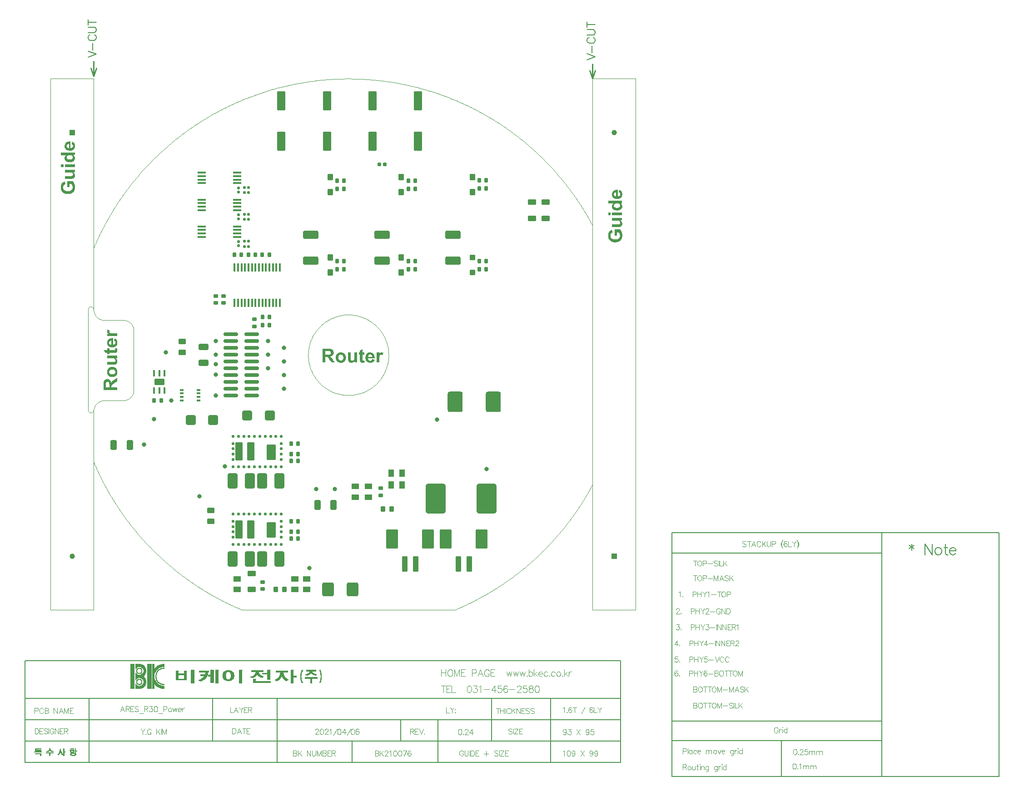
<source format=gtp>
G04*
G04 #@! TF.GenerationSoftware,Altium Limited,Altium Designer,18.1.9 (240)*
G04*
G04 Layer_Color=8421504*
%FSLAX44Y44*%
%MOMM*%
G71*
G01*
G75*
%ADD12C,0.2000*%
%ADD14C,0.2540*%
%ADD18C,0.1000*%
%ADD19C,0.1800*%
%ADD21C,0.0100*%
%ADD22C,0.0254*%
%ADD23C,0.1524*%
G04:AMPARAMS|DCode=24|XSize=0.8mm|YSize=0.7mm|CornerRadius=0.0875mm|HoleSize=0mm|Usage=FLASHONLY|Rotation=180.000|XOffset=0mm|YOffset=0mm|HoleType=Round|Shape=RoundedRectangle|*
%AMROUNDEDRECTD24*
21,1,0.8000,0.5250,0,0,180.0*
21,1,0.6250,0.7000,0,0,180.0*
1,1,0.1750,-0.3125,0.2625*
1,1,0.1750,0.3125,0.2625*
1,1,0.1750,0.3125,-0.2625*
1,1,0.1750,-0.3125,-0.2625*
%
%ADD24ROUNDEDRECTD24*%
G04:AMPARAMS|DCode=25|XSize=1.6mm|YSize=1mm|CornerRadius=0.125mm|HoleSize=0mm|Usage=FLASHONLY|Rotation=0.000|XOffset=0mm|YOffset=0mm|HoleType=Round|Shape=RoundedRectangle|*
%AMROUNDEDRECTD25*
21,1,1.6000,0.7500,0,0,0.0*
21,1,1.3500,1.0000,0,0,0.0*
1,1,0.2500,0.6750,-0.3750*
1,1,0.2500,-0.6750,-0.3750*
1,1,0.2500,-0.6750,0.3750*
1,1,0.2500,0.6750,0.3750*
%
%ADD25ROUNDEDRECTD25*%
G04:AMPARAMS|DCode=26|XSize=2.159mm|YSize=2.54mm|CornerRadius=0.2699mm|HoleSize=0mm|Usage=FLASHONLY|Rotation=0.000|XOffset=0mm|YOffset=0mm|HoleType=Round|Shape=RoundedRectangle|*
%AMROUNDEDRECTD26*
21,1,2.1590,2.0003,0,0,0.0*
21,1,1.6193,2.5400,0,0,0.0*
1,1,0.5397,0.8096,-1.0001*
1,1,0.5397,-0.8096,-1.0001*
1,1,0.5397,-0.8096,1.0001*
1,1,0.5397,0.8096,1.0001*
%
%ADD26ROUNDEDRECTD26*%
%ADD27R,1.4000X1.0000*%
G04:AMPARAMS|DCode=28|XSize=3.79mm|YSize=5.65mm|CornerRadius=0.5685mm|HoleSize=0mm|Usage=FLASHONLY|Rotation=180.000|XOffset=0mm|YOffset=0mm|HoleType=Round|Shape=RoundedRectangle|*
%AMROUNDEDRECTD28*
21,1,3.7900,4.5130,0,0,180.0*
21,1,2.6530,5.6500,0,0,180.0*
1,1,1.1370,-1.3265,2.2565*
1,1,1.1370,1.3265,2.2565*
1,1,1.1370,1.3265,-2.2565*
1,1,1.1370,-1.3265,-2.2565*
%
%ADD28ROUNDEDRECTD28*%
G04:AMPARAMS|DCode=29|XSize=0.35mm|YSize=1.6mm|CornerRadius=0.0875mm|HoleSize=0mm|Usage=FLASHONLY|Rotation=0.000|XOffset=0mm|YOffset=0mm|HoleType=Round|Shape=RoundedRectangle|*
%AMROUNDEDRECTD29*
21,1,0.3500,1.4250,0,0,0.0*
21,1,0.1750,1.6000,0,0,0.0*
1,1,0.1750,0.0875,-0.7125*
1,1,0.1750,-0.0875,-0.7125*
1,1,0.1750,-0.0875,0.7125*
1,1,0.1750,0.0875,0.7125*
%
%ADD29ROUNDEDRECTD29*%
%ADD30R,1.0000X1.4000*%
G04:AMPARAMS|DCode=31|XSize=1.8mm|YSize=1.8mm|CornerRadius=0.225mm|HoleSize=0mm|Usage=FLASHONLY|Rotation=180.000|XOffset=0mm|YOffset=0mm|HoleType=Round|Shape=RoundedRectangle|*
%AMROUNDEDRECTD31*
21,1,1.8000,1.3500,0,0,180.0*
21,1,1.3500,1.8000,0,0,180.0*
1,1,0.4500,-0.6750,0.6750*
1,1,0.4500,0.6750,0.6750*
1,1,0.4500,0.6750,-0.6750*
1,1,0.4500,-0.6750,-0.6750*
%
%ADD31ROUNDEDRECTD31*%
G04:AMPARAMS|DCode=32|XSize=0.45mm|YSize=0.5mm|CornerRadius=0.0563mm|HoleSize=0mm|Usage=FLASHONLY|Rotation=0.000|XOffset=0mm|YOffset=0mm|HoleType=Round|Shape=RoundedRectangle|*
%AMROUNDEDRECTD32*
21,1,0.4500,0.3875,0,0,0.0*
21,1,0.3375,0.5000,0,0,0.0*
1,1,0.1125,0.1688,-0.1938*
1,1,0.1125,-0.1688,-0.1938*
1,1,0.1125,-0.1688,0.1938*
1,1,0.1125,0.1688,0.1938*
%
%ADD32ROUNDEDRECTD32*%
G04:AMPARAMS|DCode=33|XSize=0.45mm|YSize=0.5mm|CornerRadius=0.0563mm|HoleSize=0mm|Usage=FLASHONLY|Rotation=90.000|XOffset=0mm|YOffset=0mm|HoleType=Round|Shape=RoundedRectangle|*
%AMROUNDEDRECTD33*
21,1,0.4500,0.3875,0,0,90.0*
21,1,0.3375,0.5000,0,0,90.0*
1,1,0.1125,0.1938,0.1688*
1,1,0.1125,0.1938,-0.1688*
1,1,0.1125,-0.1938,-0.1688*
1,1,0.1125,-0.1938,0.1688*
%
%ADD33ROUNDEDRECTD33*%
G04:AMPARAMS|DCode=34|XSize=0.635mm|YSize=2.7mm|CornerRadius=0.1588mm|HoleSize=0mm|Usage=FLASHONLY|Rotation=270.000|XOffset=0mm|YOffset=0mm|HoleType=Round|Shape=RoundedRectangle|*
%AMROUNDEDRECTD34*
21,1,0.6350,2.3825,0,0,270.0*
21,1,0.3175,2.7000,0,0,270.0*
1,1,0.3175,-1.1913,-0.1588*
1,1,0.3175,-1.1913,0.1588*
1,1,0.3175,1.1913,0.1588*
1,1,0.3175,1.1913,-0.1588*
%
%ADD34ROUNDEDRECTD34*%
G04:AMPARAMS|DCode=35|XSize=1mm|YSize=1.3mm|CornerRadius=0.125mm|HoleSize=0mm|Usage=FLASHONLY|Rotation=90.000|XOffset=0mm|YOffset=0mm|HoleType=Round|Shape=RoundedRectangle|*
%AMROUNDEDRECTD35*
21,1,1.0000,1.0500,0,0,90.0*
21,1,0.7500,1.3000,0,0,90.0*
1,1,0.2500,0.5250,0.3750*
1,1,0.2500,0.5250,-0.3750*
1,1,0.2500,-0.5250,-0.3750*
1,1,0.2500,-0.5250,0.3750*
%
%ADD35ROUNDEDRECTD35*%
G04:AMPARAMS|DCode=36|XSize=2.2mm|YSize=3.6mm|CornerRadius=0.22mm|HoleSize=0mm|Usage=FLASHONLY|Rotation=0.000|XOffset=0mm|YOffset=0mm|HoleType=Round|Shape=RoundedRectangle|*
%AMROUNDEDRECTD36*
21,1,2.2000,3.1600,0,0,0.0*
21,1,1.7600,3.6000,0,0,0.0*
1,1,0.4400,0.8800,-1.5800*
1,1,0.4400,-0.8800,-1.5800*
1,1,0.4400,-0.8800,1.5800*
1,1,0.4400,0.8800,1.5800*
%
%ADD36ROUNDEDRECTD36*%
G04:AMPARAMS|DCode=37|XSize=1mm|YSize=2.9mm|CornerRadius=0.1mm|HoleSize=0mm|Usage=FLASHONLY|Rotation=180.000|XOffset=0mm|YOffset=0mm|HoleType=Round|Shape=RoundedRectangle|*
%AMROUNDEDRECTD37*
21,1,1.0000,2.7000,0,0,180.0*
21,1,0.8000,2.9000,0,0,180.0*
1,1,0.2000,-0.4000,1.3500*
1,1,0.2000,0.4000,1.3500*
1,1,0.2000,0.4000,-1.3500*
1,1,0.2000,-0.4000,-1.3500*
%
%ADD37ROUNDEDRECTD37*%
G04:AMPARAMS|DCode=38|XSize=0.45mm|YSize=0.45mm|CornerRadius=0.045mm|HoleSize=0mm|Usage=FLASHONLY|Rotation=180.000|XOffset=0mm|YOffset=0mm|HoleType=Round|Shape=RoundedRectangle|*
%AMROUNDEDRECTD38*
21,1,0.4500,0.3600,0,0,180.0*
21,1,0.3600,0.4500,0,0,180.0*
1,1,0.0900,-0.1800,0.1800*
1,1,0.0900,0.1800,0.1800*
1,1,0.0900,0.1800,-0.1800*
1,1,0.0900,-0.1800,-0.1800*
%
%ADD38ROUNDEDRECTD38*%
G04:AMPARAMS|DCode=39|XSize=2.95mm|YSize=1.75mm|CornerRadius=0.175mm|HoleSize=0mm|Usage=FLASHONLY|Rotation=90.000|XOffset=0mm|YOffset=0mm|HoleType=Round|Shape=RoundedRectangle|*
%AMROUNDEDRECTD39*
21,1,2.9500,1.4000,0,0,90.0*
21,1,2.6000,1.7500,0,0,90.0*
1,1,0.3500,0.7000,1.3000*
1,1,0.3500,0.7000,-1.3000*
1,1,0.3500,-0.7000,-1.3000*
1,1,0.3500,-0.7000,1.3000*
%
%ADD39ROUNDEDRECTD39*%
G04:AMPARAMS|DCode=40|XSize=3.45mm|YSize=1.3mm|CornerRadius=0.13mm|HoleSize=0mm|Usage=FLASHONLY|Rotation=90.000|XOffset=0mm|YOffset=0mm|HoleType=Round|Shape=RoundedRectangle|*
%AMROUNDEDRECTD40*
21,1,3.4500,1.0400,0,0,90.0*
21,1,3.1900,1.3000,0,0,90.0*
1,1,0.2600,0.5200,1.5950*
1,1,0.2600,0.5200,-1.5950*
1,1,0.2600,-0.5200,-1.5950*
1,1,0.2600,-0.5200,1.5950*
%
%ADD40ROUNDEDRECTD40*%
G04:AMPARAMS|DCode=41|XSize=0.8mm|YSize=0.7mm|CornerRadius=0.0875mm|HoleSize=0mm|Usage=FLASHONLY|Rotation=90.000|XOffset=0mm|YOffset=0mm|HoleType=Round|Shape=RoundedRectangle|*
%AMROUNDEDRECTD41*
21,1,0.8000,0.5250,0,0,90.0*
21,1,0.6250,0.7000,0,0,90.0*
1,1,0.1750,0.2625,0.3125*
1,1,0.1750,0.2625,-0.3125*
1,1,0.1750,-0.2625,-0.3125*
1,1,0.1750,-0.2625,0.3125*
%
%ADD41ROUNDEDRECTD41*%
G04:AMPARAMS|DCode=42|XSize=1.8mm|YSize=1.15mm|CornerRadius=0.1438mm|HoleSize=0mm|Usage=FLASHONLY|Rotation=180.000|XOffset=0mm|YOffset=0mm|HoleType=Round|Shape=RoundedRectangle|*
%AMROUNDEDRECTD42*
21,1,1.8000,0.8625,0,0,180.0*
21,1,1.5125,1.1500,0,0,180.0*
1,1,0.2875,-0.7563,0.4313*
1,1,0.2875,0.7563,0.4313*
1,1,0.2875,0.7563,-0.4313*
1,1,0.2875,-0.7563,-0.4313*
%
%ADD42ROUNDEDRECTD42*%
G04:AMPARAMS|DCode=43|XSize=1.8mm|YSize=1.15mm|CornerRadius=0.1438mm|HoleSize=0mm|Usage=FLASHONLY|Rotation=90.000|XOffset=0mm|YOffset=0mm|HoleType=Round|Shape=RoundedRectangle|*
%AMROUNDEDRECTD43*
21,1,1.8000,0.8625,0,0,90.0*
21,1,1.5125,1.1500,0,0,90.0*
1,1,0.2875,0.4313,0.7563*
1,1,0.2875,0.4313,-0.7563*
1,1,0.2875,-0.4313,-0.7563*
1,1,0.2875,-0.4313,0.7563*
%
%ADD43ROUNDEDRECTD43*%
%ADD44C,0.8000*%
G04:AMPARAMS|DCode=45|XSize=0.9mm|YSize=1mm|CornerRadius=0.1125mm|HoleSize=0mm|Usage=FLASHONLY|Rotation=180.000|XOffset=0mm|YOffset=0mm|HoleType=Round|Shape=RoundedRectangle|*
%AMROUNDEDRECTD45*
21,1,0.9000,0.7750,0,0,180.0*
21,1,0.6750,1.0000,0,0,180.0*
1,1,0.2250,-0.3375,0.3875*
1,1,0.2250,0.3375,0.3875*
1,1,0.2250,0.3375,-0.3875*
1,1,0.2250,-0.3375,-0.3875*
%
%ADD45ROUNDEDRECTD45*%
G04:AMPARAMS|DCode=46|XSize=1.8mm|YSize=2.8mm|CornerRadius=0.225mm|HoleSize=0mm|Usage=FLASHONLY|Rotation=0.000|XOffset=0mm|YOffset=0mm|HoleType=Round|Shape=RoundedRectangle|*
%AMROUNDEDRECTD46*
21,1,1.8000,2.3500,0,0,0.0*
21,1,1.3500,2.8000,0,0,0.0*
1,1,0.4500,0.6750,-1.1750*
1,1,0.4500,-0.6750,-1.1750*
1,1,0.4500,-0.6750,1.1750*
1,1,0.4500,0.6750,1.1750*
%
%ADD46ROUNDEDRECTD46*%
G04:AMPARAMS|DCode=47|XSize=0.6mm|YSize=0.65mm|CornerRadius=0.075mm|HoleSize=0mm|Usage=FLASHONLY|Rotation=180.000|XOffset=0mm|YOffset=0mm|HoleType=Round|Shape=RoundedRectangle|*
%AMROUNDEDRECTD47*
21,1,0.6000,0.5000,0,0,180.0*
21,1,0.4500,0.6500,0,0,180.0*
1,1,0.1500,-0.2250,0.2500*
1,1,0.1500,0.2250,0.2500*
1,1,0.1500,0.2250,-0.2500*
1,1,0.1500,-0.2250,-0.2500*
%
%ADD47ROUNDEDRECTD47*%
G04:AMPARAMS|DCode=48|XSize=1.2mm|YSize=1mm|CornerRadius=0.125mm|HoleSize=0mm|Usage=FLASHONLY|Rotation=90.000|XOffset=0mm|YOffset=0mm|HoleType=Round|Shape=RoundedRectangle|*
%AMROUNDEDRECTD48*
21,1,1.2000,0.7500,0,0,90.0*
21,1,0.9500,1.0000,0,0,90.0*
1,1,0.2500,0.3750,0.4750*
1,1,0.2500,0.3750,-0.4750*
1,1,0.2500,-0.3750,-0.4750*
1,1,0.2500,-0.3750,0.4750*
%
%ADD48ROUNDEDRECTD48*%
G04:AMPARAMS|DCode=49|XSize=0.35mm|YSize=1.6mm|CornerRadius=0.0875mm|HoleSize=0mm|Usage=FLASHONLY|Rotation=90.000|XOffset=0mm|YOffset=0mm|HoleType=Round|Shape=RoundedRectangle|*
%AMROUNDEDRECTD49*
21,1,0.3500,1.4250,0,0,90.0*
21,1,0.1750,1.6000,0,0,90.0*
1,1,0.1750,0.7125,0.0875*
1,1,0.1750,0.7125,-0.0875*
1,1,0.1750,-0.7125,-0.0875*
1,1,0.1750,-0.7125,0.0875*
%
%ADD49ROUNDEDRECTD49*%
G04:AMPARAMS|DCode=50|XSize=1.9mm|YSize=1.2mm|CornerRadius=0.12mm|HoleSize=0mm|Usage=FLASHONLY|Rotation=180.000|XOffset=0mm|YOffset=0mm|HoleType=Round|Shape=RoundedRectangle|*
%AMROUNDEDRECTD50*
21,1,1.9000,0.9600,0,0,180.0*
21,1,1.6600,1.2000,0,0,180.0*
1,1,0.2400,-0.8300,0.4800*
1,1,0.2400,0.8300,0.4800*
1,1,0.2400,0.8300,-0.4800*
1,1,0.2400,-0.8300,-0.4800*
%
%ADD50ROUNDEDRECTD50*%
G04:AMPARAMS|DCode=51|XSize=0.4mm|YSize=1.2mm|CornerRadius=0.04mm|HoleSize=0mm|Usage=FLASHONLY|Rotation=180.000|XOffset=0mm|YOffset=0mm|HoleType=Round|Shape=RoundedRectangle|*
%AMROUNDEDRECTD51*
21,1,0.4000,1.1200,0,0,180.0*
21,1,0.3200,1.2000,0,0,180.0*
1,1,0.0800,-0.1600,0.5600*
1,1,0.0800,0.1600,0.5600*
1,1,0.0800,0.1600,-0.5600*
1,1,0.0800,-0.1600,-0.5600*
%
%ADD51ROUNDEDRECTD51*%
G04:AMPARAMS|DCode=52|XSize=0.42mm|YSize=0.7mm|CornerRadius=0.042mm|HoleSize=0mm|Usage=FLASHONLY|Rotation=270.000|XOffset=0mm|YOffset=0mm|HoleType=Round|Shape=RoundedRectangle|*
%AMROUNDEDRECTD52*
21,1,0.4200,0.6160,0,0,270.0*
21,1,0.3360,0.7000,0,0,270.0*
1,1,0.0840,-0.3080,-0.1680*
1,1,0.0840,-0.3080,0.1680*
1,1,0.0840,0.3080,0.1680*
1,1,0.0840,0.3080,-0.1680*
%
%ADD52ROUNDEDRECTD52*%
G04:AMPARAMS|DCode=53|XSize=0.4mm|YSize=0.7mm|CornerRadius=0.04mm|HoleSize=0mm|Usage=FLASHONLY|Rotation=270.000|XOffset=0mm|YOffset=0mm|HoleType=Round|Shape=RoundedRectangle|*
%AMROUNDEDRECTD53*
21,1,0.4000,0.6200,0,0,270.0*
21,1,0.3200,0.7000,0,0,270.0*
1,1,0.0800,-0.3100,-0.1600*
1,1,0.0800,-0.3100,0.1600*
1,1,0.0800,0.3100,0.1600*
1,1,0.0800,0.3100,-0.1600*
%
%ADD53ROUNDEDRECTD53*%
G04:AMPARAMS|DCode=54|XSize=2.794mm|YSize=3.81mm|CornerRadius=0.3493mm|HoleSize=0mm|Usage=FLASHONLY|Rotation=0.000|XOffset=0mm|YOffset=0mm|HoleType=Round|Shape=RoundedRectangle|*
%AMROUNDEDRECTD54*
21,1,2.7940,3.1115,0,0,0.0*
21,1,2.0955,3.8100,0,0,0.0*
1,1,0.6985,1.0478,-1.5558*
1,1,0.6985,-1.0478,-1.5558*
1,1,0.6985,-1.0478,1.5558*
1,1,0.6985,1.0478,1.5558*
%
%ADD54ROUNDEDRECTD54*%
G04:AMPARAMS|DCode=55|XSize=3.6mm|YSize=1.5mm|CornerRadius=0.1875mm|HoleSize=0mm|Usage=FLASHONLY|Rotation=90.000|XOffset=0mm|YOffset=0mm|HoleType=Round|Shape=RoundedRectangle|*
%AMROUNDEDRECTD55*
21,1,3.6000,1.1250,0,0,90.0*
21,1,3.2250,1.5000,0,0,90.0*
1,1,0.3750,0.5625,1.6125*
1,1,0.3750,0.5625,-1.6125*
1,1,0.3750,-0.5625,-1.6125*
1,1,0.3750,-0.5625,1.6125*
%
%ADD55ROUNDEDRECTD55*%
%ADD56R,1.0000X1.0000*%
%ADD57C,1.0000*%
G04:AMPARAMS|DCode=58|XSize=1mm|YSize=1mm|CornerRadius=0.125mm|HoleSize=0mm|Usage=FLASHONLY|Rotation=270.000|XOffset=0mm|YOffset=0mm|HoleType=Round|Shape=RoundedRectangle|*
%AMROUNDEDRECTD58*
21,1,1.0000,0.7500,0,0,270.0*
21,1,0.7500,1.0000,0,0,270.0*
1,1,0.2500,-0.3750,-0.3750*
1,1,0.2500,-0.3750,0.3750*
1,1,0.2500,0.3750,0.3750*
1,1,0.2500,0.3750,-0.3750*
%
%ADD58ROUNDEDRECTD58*%
G04:AMPARAMS|DCode=59|XSize=2.8mm|YSize=1.45mm|CornerRadius=0.1813mm|HoleSize=0mm|Usage=FLASHONLY|Rotation=180.000|XOffset=0mm|YOffset=0mm|HoleType=Round|Shape=RoundedRectangle|*
%AMROUNDEDRECTD59*
21,1,2.8000,1.0875,0,0,180.0*
21,1,2.4375,1.4500,0,0,180.0*
1,1,0.3625,-1.2188,0.5438*
1,1,0.3625,1.2188,0.5438*
1,1,0.3625,1.2188,-0.5438*
1,1,0.3625,-1.2188,-0.5438*
%
%ADD59ROUNDEDRECTD59*%
G36*
X-444673Y45824D02*
X-444700Y45768D01*
X-444811Y45602D01*
X-444922Y45380D01*
X-445089Y45074D01*
X-445228Y44714D01*
X-445367Y44325D01*
X-445450Y43936D01*
X-445478Y43520D01*
Y43353D01*
X-445450Y43159D01*
X-445394Y42909D01*
X-445339Y42631D01*
X-445228Y42354D01*
X-445089Y42048D01*
X-444895Y41771D01*
X-444867Y41743D01*
X-444784Y41660D01*
X-444645Y41521D01*
X-444423Y41354D01*
X-444145Y41188D01*
X-443784Y40993D01*
X-443368Y40799D01*
X-442840Y40633D01*
X-442813D01*
X-442757Y40605D01*
X-442674D01*
X-442535Y40577D01*
X-442368Y40549D01*
X-442118Y40521D01*
X-441841Y40466D01*
X-441508Y40438D01*
X-441119Y40410D01*
X-440675Y40355D01*
X-440175Y40327D01*
X-439592Y40299D01*
X-438954Y40272D01*
X-438260D01*
X-437482Y40244D01*
X-436622D01*
X-430903D01*
Y35330D01*
X-449476D01*
Y39883D01*
X-446810D01*
X-446838Y39911D01*
X-446894Y39938D01*
X-446977Y39994D01*
X-447116Y40077D01*
X-447449Y40299D01*
X-447837Y40577D01*
X-448254Y40910D01*
X-448643Y41243D01*
X-449003Y41604D01*
X-449170Y41799D01*
X-449281Y41965D01*
X-449309Y42021D01*
X-449364Y42132D01*
X-449476Y42326D01*
X-449586Y42576D01*
X-449698Y42909D01*
X-449809Y43270D01*
X-449864Y43659D01*
X-449892Y44103D01*
Y44380D01*
X-449864Y44547D01*
X-449836Y44714D01*
X-449781Y45130D01*
X-449670Y45630D01*
X-449503Y46185D01*
X-449253Y46768D01*
X-448948Y47351D01*
X-444673Y45824D01*
D02*
G37*
G36*
X-438787Y19228D02*
X-438759D01*
X-438704D01*
X-438565D01*
X-438426Y19256D01*
X-438232Y19283D01*
X-438010Y19311D01*
X-437538Y19394D01*
X-436982Y19533D01*
X-436399Y19727D01*
X-435844Y20005D01*
X-435345Y20394D01*
Y20422D01*
X-435289Y20449D01*
X-435150Y20588D01*
X-434956Y20838D01*
X-434762Y21171D01*
X-434539Y21588D01*
X-434345Y22087D01*
X-434206Y22643D01*
X-434179Y22948D01*
X-434151Y23253D01*
Y23448D01*
X-434179Y23642D01*
X-434234Y23920D01*
X-434290Y24225D01*
X-434401Y24530D01*
X-434567Y24864D01*
X-434762Y25169D01*
X-434789Y25197D01*
X-434873Y25308D01*
X-435039Y25447D01*
X-435261Y25613D01*
X-435539Y25835D01*
X-435900Y26030D01*
X-436316Y26224D01*
X-436816Y26391D01*
X-435983Y31277D01*
X-435955D01*
X-435872Y31221D01*
X-435733Y31166D01*
X-435539Y31110D01*
X-435317Y30999D01*
X-435067Y30860D01*
X-434762Y30721D01*
X-434456Y30555D01*
X-433790Y30138D01*
X-433124Y29611D01*
X-432457Y29000D01*
X-432152Y28639D01*
X-431874Y28278D01*
X-431847Y28251D01*
X-431819Y28195D01*
X-431735Y28084D01*
X-431652Y27917D01*
X-431541Y27723D01*
X-431430Y27473D01*
X-431319Y27196D01*
X-431180Y26890D01*
X-431041Y26529D01*
X-430930Y26141D01*
X-430819Y25724D01*
X-430708Y25280D01*
X-430625Y24808D01*
X-430542Y24281D01*
X-430514Y23753D01*
X-430486Y23198D01*
Y22976D01*
X-430514Y22726D01*
X-430542Y22393D01*
X-430569Y22004D01*
X-430653Y21532D01*
X-430736Y21032D01*
X-430875Y20477D01*
X-431041Y19894D01*
X-431264Y19311D01*
X-431513Y18728D01*
X-431819Y18117D01*
X-432180Y17562D01*
X-432596Y17007D01*
X-433068Y16507D01*
X-433623Y16035D01*
X-433651Y16007D01*
X-433734Y15952D01*
X-433873Y15869D01*
X-434095Y15758D01*
X-434345Y15619D01*
X-434623Y15452D01*
X-434984Y15286D01*
X-435372Y15119D01*
X-435816Y14952D01*
X-436316Y14786D01*
X-436844Y14619D01*
X-437399Y14481D01*
X-438010Y14369D01*
X-438648Y14286D01*
X-439342Y14231D01*
X-440036Y14203D01*
X-440092D01*
X-440231D01*
X-440480Y14231D01*
X-440786D01*
X-441175Y14286D01*
X-441646Y14342D01*
X-442118Y14397D01*
X-442674Y14508D01*
X-443229Y14619D01*
X-443812Y14786D01*
X-444423Y14980D01*
X-445033Y15202D01*
X-445616Y15480D01*
X-446199Y15813D01*
X-446755Y16174D01*
X-447254Y16590D01*
X-447282Y16618D01*
X-447366Y16702D01*
X-447504Y16840D01*
X-447671Y17035D01*
X-447865Y17257D01*
X-448087Y17562D01*
X-448337Y17895D01*
X-448587Y18256D01*
X-448809Y18673D01*
X-449059Y19145D01*
X-449281Y19644D01*
X-449476Y20199D01*
X-449642Y20755D01*
X-449781Y21365D01*
X-449864Y22032D01*
X-449892Y22698D01*
Y22892D01*
X-449864Y23087D01*
X-449836Y23392D01*
X-449809Y23725D01*
X-449753Y24142D01*
X-449670Y24586D01*
X-449559Y25058D01*
X-449392Y25585D01*
X-449226Y26113D01*
X-449003Y26640D01*
X-448726Y27196D01*
X-448420Y27723D01*
X-448060Y28251D01*
X-447615Y28750D01*
X-447144Y29222D01*
X-447116Y29250D01*
X-447005Y29333D01*
X-446866Y29444D01*
X-446644Y29583D01*
X-446338Y29778D01*
X-445977Y29972D01*
X-445561Y30194D01*
X-445089Y30416D01*
X-444534Y30638D01*
X-443895Y30832D01*
X-443229Y31027D01*
X-442479Y31193D01*
X-441646Y31332D01*
X-440758Y31443D01*
X-439814Y31527D01*
X-438787D01*
Y19228D01*
D02*
G37*
G36*
X-431208Y12593D02*
X-431180Y12537D01*
X-431152Y12454D01*
X-431097Y12315D01*
X-431041Y12148D01*
X-430986Y11954D01*
X-430903Y11732D01*
X-430847Y11482D01*
X-430708Y10927D01*
X-430597Y10261D01*
X-430514Y9511D01*
X-430486Y8734D01*
Y8512D01*
X-430514Y8262D01*
X-430542Y7929D01*
X-430597Y7568D01*
X-430681Y7179D01*
X-430792Y6763D01*
X-430930Y6346D01*
X-430958Y6291D01*
X-431014Y6180D01*
X-431097Y5985D01*
X-431236Y5763D01*
X-431402Y5513D01*
X-431597Y5236D01*
X-431819Y5014D01*
X-432069Y4791D01*
X-432096Y4764D01*
X-432207Y4708D01*
X-432374Y4625D01*
X-432568Y4514D01*
X-432846Y4403D01*
X-433179Y4292D01*
X-433568Y4181D01*
X-433984Y4097D01*
X-434040D01*
X-434151Y4070D01*
X-434262D01*
X-434401Y4042D01*
X-434567D01*
X-434734D01*
X-434956Y4014D01*
X-435206D01*
X-435483Y3986D01*
X-435816D01*
X-436177Y3959D01*
X-436566D01*
X-436982D01*
X-437454D01*
X-445561D01*
Y1710D01*
X-449476D01*
Y3959D01*
X-453168D01*
X-456055Y8873D01*
X-449476D01*
Y12232D01*
X-445561D01*
Y8873D01*
X-438065D01*
X-438037D01*
X-437954D01*
X-437843D01*
X-437704D01*
X-437538D01*
X-437316D01*
X-436871D01*
X-436427Y8900D01*
X-435983D01*
X-435789Y8928D01*
X-435622D01*
X-435483Y8956D01*
X-435400D01*
X-435372D01*
X-435345Y8984D01*
X-435178Y9039D01*
X-434984Y9178D01*
X-434789Y9372D01*
Y9400D01*
X-434762Y9428D01*
X-434734Y9511D01*
X-434678Y9622D01*
X-434595Y9872D01*
X-434567Y10205D01*
Y10344D01*
X-434595Y10483D01*
X-434623Y10705D01*
X-434678Y10983D01*
X-434762Y11343D01*
X-434873Y11732D01*
X-435011Y12176D01*
X-431208Y12620D01*
Y12593D01*
D02*
G37*
G36*
X-430903Y-5925D02*
X-433651D01*
X-433623Y-5980D01*
X-433540Y-6036D01*
X-433429Y-6119D01*
X-433151Y-6341D01*
X-432818Y-6647D01*
X-432457Y-7035D01*
X-432041Y-7479D01*
X-431680Y-8035D01*
X-431319Y-8618D01*
Y-8645D01*
X-431291Y-8701D01*
X-431236Y-8784D01*
X-431180Y-8895D01*
X-431125Y-9062D01*
X-431069Y-9228D01*
X-430903Y-9673D01*
X-430764Y-10172D01*
X-430625Y-10783D01*
X-430514Y-11422D01*
X-430486Y-12088D01*
Y-12393D01*
X-430514Y-12560D01*
X-430542Y-12754D01*
X-430597Y-13198D01*
X-430681Y-13726D01*
X-430819Y-14281D01*
X-431014Y-14864D01*
X-431291Y-15447D01*
Y-15475D01*
X-431319Y-15503D01*
X-431375Y-15586D01*
X-431458Y-15697D01*
X-431624Y-15947D01*
X-431902Y-16252D01*
X-432207Y-16613D01*
X-432624Y-16974D01*
X-433068Y-17307D01*
X-433596Y-17585D01*
X-433623D01*
X-433679Y-17613D01*
X-433762Y-17640D01*
X-433873Y-17696D01*
X-434012Y-17724D01*
X-434206Y-17779D01*
X-434428Y-17835D01*
X-434678Y-17890D01*
X-434956Y-17974D01*
X-435261Y-18029D01*
X-435594Y-18085D01*
X-435955Y-18112D01*
X-436344Y-18168D01*
X-436788Y-18196D01*
X-437704Y-18223D01*
X-449476D01*
Y-13310D01*
X-440925D01*
X-440869D01*
X-440758D01*
X-440564D01*
X-440314D01*
X-439981D01*
X-439648Y-13282D01*
X-439259D01*
X-438870D01*
X-438037Y-13254D01*
X-437621Y-13226D01*
X-437260Y-13198D01*
X-436899Y-13171D01*
X-436594Y-13143D01*
X-436316Y-13115D01*
X-436122Y-13060D01*
X-436094Y-13032D01*
X-435983Y-13004D01*
X-435816Y-12921D01*
X-435622Y-12838D01*
X-435400Y-12699D01*
X-435178Y-12532D01*
X-434956Y-12338D01*
X-434734Y-12088D01*
X-434706Y-12060D01*
X-434650Y-11949D01*
X-434567Y-11810D01*
X-434484Y-11588D01*
X-434401Y-11311D01*
X-434317Y-11005D01*
X-434262Y-10644D01*
X-434234Y-10256D01*
Y-10034D01*
X-434262Y-9811D01*
X-434317Y-9506D01*
X-434401Y-9173D01*
X-434512Y-8784D01*
X-434678Y-8396D01*
X-434900Y-8035D01*
X-434928Y-7979D01*
X-435039Y-7868D01*
X-435178Y-7702D01*
X-435372Y-7479D01*
X-435622Y-7257D01*
X-435928Y-7035D01*
X-436261Y-6841D01*
X-436622Y-6674D01*
X-436677Y-6647D01*
X-436733D01*
X-436844Y-6619D01*
X-436982Y-6591D01*
X-437149Y-6563D01*
X-437371Y-6508D01*
X-437621Y-6480D01*
X-437926Y-6452D01*
X-438287Y-6397D01*
X-438704Y-6369D01*
X-439176Y-6341D01*
X-439675Y-6313D01*
X-440258D01*
X-440897Y-6286D01*
X-441619D01*
X-449476D01*
Y-1372D01*
X-430903D01*
Y-5925D01*
D02*
G37*
G36*
X-439814Y-22027D02*
X-439537D01*
X-439176Y-22082D01*
X-438759Y-22138D01*
X-438287Y-22221D01*
X-437788Y-22332D01*
X-437232Y-22471D01*
X-436677Y-22665D01*
X-436094Y-22887D01*
X-435511Y-23137D01*
X-434900Y-23470D01*
X-434345Y-23831D01*
X-433762Y-24248D01*
X-433235Y-24720D01*
X-433207Y-24748D01*
X-433124Y-24831D01*
X-432985Y-24997D01*
X-432818Y-25220D01*
X-432596Y-25469D01*
X-432374Y-25803D01*
X-432124Y-26163D01*
X-431874Y-26580D01*
X-431597Y-27052D01*
X-431347Y-27579D01*
X-431125Y-28135D01*
X-430930Y-28745D01*
X-430736Y-29384D01*
X-430597Y-30078D01*
X-430514Y-30800D01*
X-430486Y-31549D01*
Y-31799D01*
X-430514Y-31993D01*
Y-32215D01*
X-430542Y-32465D01*
X-430569Y-32771D01*
X-430625Y-33104D01*
X-430764Y-33853D01*
X-430958Y-34686D01*
X-431236Y-35547D01*
X-431624Y-36408D01*
X-431652Y-36435D01*
X-431680Y-36519D01*
X-431735Y-36630D01*
X-431847Y-36796D01*
X-431958Y-36991D01*
X-432124Y-37185D01*
X-432485Y-37712D01*
X-432957Y-38268D01*
X-433540Y-38851D01*
X-434234Y-39406D01*
X-435011Y-39906D01*
X-435039D01*
X-435122Y-39961D01*
X-435233Y-40017D01*
X-435400Y-40100D01*
X-435622Y-40183D01*
X-435872Y-40294D01*
X-436177Y-40378D01*
X-436511Y-40489D01*
X-436899Y-40600D01*
X-437316Y-40711D01*
X-437760Y-40822D01*
X-438232Y-40905D01*
X-438731Y-40988D01*
X-439287Y-41044D01*
X-439842Y-41072D01*
X-440425Y-41099D01*
X-440453D01*
X-440536D01*
X-440675D01*
X-440841Y-41072D01*
X-441063D01*
X-441341Y-41044D01*
X-441619Y-40988D01*
X-441952Y-40961D01*
X-442674Y-40794D01*
X-443479Y-40600D01*
X-444312Y-40294D01*
X-444756Y-40128D01*
X-445172Y-39906D01*
X-445200Y-39878D01*
X-445283Y-39850D01*
X-445394Y-39767D01*
X-445561Y-39684D01*
X-445755Y-39573D01*
X-445977Y-39406D01*
X-446477Y-39045D01*
X-447032Y-38545D01*
X-447615Y-37962D01*
X-448171Y-37296D01*
X-448670Y-36519D01*
X-448698Y-36491D01*
X-448726Y-36408D01*
X-448781Y-36297D01*
X-448865Y-36130D01*
X-448948Y-35908D01*
X-449059Y-35658D01*
X-449170Y-35380D01*
X-449281Y-35075D01*
X-449392Y-34714D01*
X-449503Y-34325D01*
X-449698Y-33493D01*
X-449836Y-32576D01*
X-449892Y-32077D01*
Y-31383D01*
X-449864Y-31161D01*
X-449836Y-30883D01*
X-449809Y-30522D01*
X-449753Y-30106D01*
X-449670Y-29634D01*
X-449559Y-29134D01*
X-449392Y-28606D01*
X-449226Y-28051D01*
X-449003Y-27468D01*
X-448726Y-26913D01*
X-448420Y-26330D01*
X-448060Y-25747D01*
X-447615Y-25220D01*
X-447144Y-24692D01*
X-447116Y-24664D01*
X-447005Y-24581D01*
X-446866Y-24442D01*
X-446644Y-24276D01*
X-446366Y-24053D01*
X-446061Y-23831D01*
X-445672Y-23609D01*
X-445256Y-23332D01*
X-444784Y-23082D01*
X-444256Y-22860D01*
X-443673Y-22610D01*
X-443062Y-22415D01*
X-442424Y-22249D01*
X-441730Y-22110D01*
X-441008Y-22027D01*
X-440231Y-21999D01*
X-440175D01*
X-440036D01*
X-439814Y-22027D01*
D02*
G37*
G36*
X-430903Y-48928D02*
X-436483Y-52676D01*
X-436511Y-52704D01*
X-436622Y-52760D01*
X-436760Y-52871D01*
X-436955Y-53009D01*
X-437205Y-53148D01*
X-437454Y-53343D01*
X-438065Y-53759D01*
X-438704Y-54231D01*
X-439314Y-54675D01*
X-439592Y-54897D01*
X-439842Y-55092D01*
X-440064Y-55258D01*
X-440231Y-55425D01*
X-440258Y-55452D01*
X-440369Y-55536D01*
X-440480Y-55702D01*
X-440647Y-55897D01*
X-440841Y-56119D01*
X-441008Y-56396D01*
X-441175Y-56674D01*
X-441286Y-56979D01*
X-441313Y-57007D01*
X-441341Y-57146D01*
X-441397Y-57340D01*
X-441452Y-57618D01*
X-441508Y-57979D01*
X-441535Y-58423D01*
X-441591Y-58951D01*
Y-60616D01*
X-430903D01*
Y-65780D01*
X-456527D01*
Y-54231D01*
X-456499Y-53898D01*
Y-53509D01*
X-456472Y-53065D01*
X-456444Y-52621D01*
X-456361Y-51621D01*
X-456222Y-50650D01*
X-456166Y-50178D01*
X-456055Y-49706D01*
X-455944Y-49289D01*
X-455833Y-48928D01*
Y-48901D01*
X-455805Y-48845D01*
X-455750Y-48762D01*
X-455694Y-48623D01*
X-455611Y-48456D01*
X-455528Y-48290D01*
X-455278Y-47846D01*
X-454917Y-47374D01*
X-454500Y-46902D01*
X-453973Y-46402D01*
X-453362Y-45958D01*
X-453334D01*
X-453279Y-45902D01*
X-453196Y-45847D01*
X-453057Y-45791D01*
X-452890Y-45680D01*
X-452696Y-45597D01*
X-452446Y-45486D01*
X-452196Y-45375D01*
X-451613Y-45181D01*
X-450919Y-44986D01*
X-450169Y-44875D01*
X-449337Y-44820D01*
X-449309D01*
X-449198D01*
X-449059D01*
X-448865Y-44847D01*
X-448615Y-44875D01*
X-448337Y-44903D01*
X-448004Y-44958D01*
X-447671Y-45042D01*
X-446894Y-45236D01*
X-446505Y-45375D01*
X-446116Y-45541D01*
X-445700Y-45736D01*
X-445311Y-45958D01*
X-444922Y-46208D01*
X-444562Y-46513D01*
X-444534Y-46541D01*
X-444478Y-46596D01*
X-444395Y-46680D01*
X-444256Y-46818D01*
X-444117Y-47013D01*
X-443951Y-47235D01*
X-443756Y-47485D01*
X-443562Y-47790D01*
X-443340Y-48123D01*
X-443146Y-48484D01*
X-442951Y-48901D01*
X-442757Y-49373D01*
X-442590Y-49872D01*
X-442424Y-50400D01*
X-442285Y-50983D01*
X-442174Y-51593D01*
Y-51566D01*
X-442118Y-51510D01*
X-442091Y-51427D01*
X-442007Y-51316D01*
X-441813Y-51010D01*
X-441535Y-50622D01*
X-441230Y-50178D01*
X-440869Y-49706D01*
X-440453Y-49234D01*
X-440036Y-48817D01*
X-439981Y-48762D01*
X-439897Y-48706D01*
X-439814Y-48623D01*
X-439675Y-48512D01*
X-439509Y-48373D01*
X-439314Y-48207D01*
X-439092Y-48040D01*
X-438815Y-47846D01*
X-438509Y-47624D01*
X-438176Y-47374D01*
X-437788Y-47124D01*
X-437371Y-46846D01*
X-436899Y-46541D01*
X-436427Y-46208D01*
X-435872Y-45875D01*
X-430903Y-42737D01*
Y-48928D01*
D02*
G37*
G36*
X62047Y4864D02*
X62214Y4836D01*
X62630Y4781D01*
X63130Y4670D01*
X63685Y4503D01*
X64268Y4253D01*
X64851Y3948D01*
X63324Y-327D01*
X63268Y-300D01*
X63102Y-189D01*
X62880Y-77D01*
X62574Y89D01*
X62214Y228D01*
X61825Y367D01*
X61436Y450D01*
X61020Y478D01*
X60853D01*
X60659Y450D01*
X60409Y395D01*
X60131Y339D01*
X59854Y228D01*
X59548Y89D01*
X59271Y-105D01*
X59243Y-133D01*
X59160Y-216D01*
X59021Y-355D01*
X58854Y-577D01*
X58688Y-855D01*
X58493Y-1216D01*
X58299Y-1632D01*
X58133Y-2160D01*
Y-2187D01*
X58105Y-2243D01*
Y-2326D01*
X58077Y-2465D01*
X58049Y-2632D01*
X58021Y-2882D01*
X57966Y-3159D01*
X57938Y-3492D01*
X57910Y-3881D01*
X57855Y-4325D01*
X57827Y-4825D01*
X57799Y-5408D01*
X57772Y-6046D01*
Y-6740D01*
X57744Y-7518D01*
Y-8378D01*
Y-14097D01*
X52830D01*
Y4475D01*
X57383D01*
Y1810D01*
X57411Y1838D01*
X57438Y1894D01*
X57494Y1977D01*
X57577Y2116D01*
X57799Y2449D01*
X58077Y2837D01*
X58410Y3254D01*
X58743Y3643D01*
X59104Y4004D01*
X59299Y4170D01*
X59465Y4281D01*
X59521Y4309D01*
X59632Y4365D01*
X59826Y4475D01*
X60076Y4587D01*
X60409Y4698D01*
X60770Y4809D01*
X61159Y4864D01*
X61603Y4892D01*
X61880D01*
X62047Y4864D01*
D02*
G37*
G36*
X16128Y-14097D02*
X11575D01*
Y-11349D01*
X11520Y-11377D01*
X11464Y-11460D01*
X11381Y-11571D01*
X11159Y-11849D01*
X10854Y-12182D01*
X10465Y-12543D01*
X10021Y-12959D01*
X9465Y-13320D01*
X8882Y-13681D01*
X8855D01*
X8799Y-13709D01*
X8716Y-13764D01*
X8605Y-13820D01*
X8438Y-13875D01*
X8272Y-13931D01*
X7827Y-14097D01*
X7328Y-14236D01*
X6717Y-14375D01*
X6078Y-14486D01*
X5412Y-14514D01*
X5107D01*
X4940Y-14486D01*
X4746Y-14458D01*
X4302Y-14403D01*
X3774Y-14319D01*
X3219Y-14181D01*
X2636Y-13986D01*
X2053Y-13709D01*
X2025D01*
X1997Y-13681D01*
X1914Y-13626D01*
X1803Y-13542D01*
X1553Y-13376D01*
X1248Y-13098D01*
X887Y-12793D01*
X526Y-12376D01*
X193Y-11932D01*
X-85Y-11405D01*
Y-11377D01*
X-113Y-11321D01*
X-140Y-11238D01*
X-196Y-11127D01*
X-224Y-10988D01*
X-279Y-10794D01*
X-335Y-10572D01*
X-390Y-10322D01*
X-474Y-10044D01*
X-529Y-9739D01*
X-585Y-9406D01*
X-612Y-9045D01*
X-668Y-8656D01*
X-696Y-8212D01*
X-723Y-7296D01*
Y4475D01*
X4191D01*
Y-4075D01*
Y-4131D01*
Y-4242D01*
Y-4436D01*
Y-4686D01*
Y-5019D01*
X4218Y-5352D01*
Y-5741D01*
Y-6130D01*
X4246Y-6963D01*
X4274Y-7379D01*
X4302Y-7740D01*
X4329Y-8101D01*
X4357Y-8406D01*
X4385Y-8684D01*
X4440Y-8878D01*
X4468Y-8906D01*
X4496Y-9017D01*
X4579Y-9183D01*
X4663Y-9378D01*
X4801Y-9600D01*
X4968Y-9822D01*
X5162Y-10044D01*
X5412Y-10266D01*
X5440Y-10294D01*
X5551Y-10350D01*
X5690Y-10433D01*
X5912Y-10516D01*
X6189Y-10599D01*
X6495Y-10683D01*
X6856Y-10738D01*
X7244Y-10766D01*
X7466D01*
X7689Y-10738D01*
X7994Y-10683D01*
X8327Y-10599D01*
X8716Y-10488D01*
X9104Y-10322D01*
X9465Y-10100D01*
X9521Y-10072D01*
X9632Y-9961D01*
X9798Y-9822D01*
X10021Y-9628D01*
X10243Y-9378D01*
X10465Y-9072D01*
X10659Y-8739D01*
X10826Y-8378D01*
X10854Y-8323D01*
Y-8267D01*
X10881Y-8156D01*
X10909Y-8018D01*
X10937Y-7851D01*
X10992Y-7629D01*
X11020Y-7379D01*
X11048Y-7074D01*
X11103Y-6713D01*
X11131Y-6296D01*
X11159Y-5824D01*
X11187Y-5325D01*
Y-4742D01*
X11214Y-4103D01*
Y-3381D01*
Y4475D01*
X16128D01*
Y-14097D01*
D02*
G37*
G36*
X-36398Y11499D02*
X-36009D01*
X-35565Y11472D01*
X-35121Y11444D01*
X-34121Y11360D01*
X-33150Y11222D01*
X-32678Y11166D01*
X-32206Y11055D01*
X-31789Y10944D01*
X-31428Y10833D01*
X-31401D01*
X-31345Y10805D01*
X-31262Y10750D01*
X-31123Y10694D01*
X-30956Y10611D01*
X-30790Y10528D01*
X-30346Y10278D01*
X-29874Y9917D01*
X-29402Y9500D01*
X-28902Y8973D01*
X-28458Y8362D01*
Y8334D01*
X-28402Y8279D01*
X-28347Y8196D01*
X-28291Y8057D01*
X-28180Y7890D01*
X-28097Y7696D01*
X-27986Y7446D01*
X-27875Y7196D01*
X-27680Y6613D01*
X-27486Y5919D01*
X-27375Y5170D01*
X-27320Y4337D01*
Y4309D01*
Y4198D01*
Y4059D01*
X-27347Y3865D01*
X-27375Y3615D01*
X-27403Y3337D01*
X-27458Y3004D01*
X-27542Y2671D01*
X-27736Y1894D01*
X-27875Y1505D01*
X-28041Y1116D01*
X-28236Y700D01*
X-28458Y311D01*
X-28708Y-77D01*
X-29013Y-438D01*
X-29041Y-466D01*
X-29096Y-522D01*
X-29180Y-605D01*
X-29318Y-744D01*
X-29513Y-883D01*
X-29735Y-1049D01*
X-29985Y-1243D01*
X-30290Y-1438D01*
X-30623Y-1660D01*
X-30984Y-1854D01*
X-31401Y-2049D01*
X-31873Y-2243D01*
X-32372Y-2410D01*
X-32900Y-2576D01*
X-33483Y-2715D01*
X-34093Y-2826D01*
X-34066D01*
X-34010Y-2882D01*
X-33927Y-2909D01*
X-33816Y-2993D01*
X-33510Y-3187D01*
X-33122Y-3465D01*
X-32678Y-3770D01*
X-32206Y-4131D01*
X-31734Y-4547D01*
X-31317Y-4964D01*
X-31262Y-5019D01*
X-31206Y-5102D01*
X-31123Y-5186D01*
X-31012Y-5325D01*
X-30873Y-5491D01*
X-30707Y-5685D01*
X-30540Y-5908D01*
X-30346Y-6185D01*
X-30124Y-6491D01*
X-29874Y-6824D01*
X-29624Y-7212D01*
X-29346Y-7629D01*
X-29041Y-8101D01*
X-28708Y-8573D01*
X-28375Y-9128D01*
X-25237Y-14097D01*
X-31428D01*
X-35176Y-8517D01*
X-35204Y-8490D01*
X-35259Y-8378D01*
X-35371Y-8240D01*
X-35509Y-8045D01*
X-35648Y-7795D01*
X-35842Y-7546D01*
X-36259Y-6935D01*
X-36731Y-6296D01*
X-37175Y-5685D01*
X-37397Y-5408D01*
X-37592Y-5158D01*
X-37758Y-4936D01*
X-37925Y-4769D01*
X-37952Y-4742D01*
X-38036Y-4631D01*
X-38202Y-4520D01*
X-38397Y-4353D01*
X-38619Y-4159D01*
X-38896Y-3992D01*
X-39174Y-3825D01*
X-39479Y-3714D01*
X-39507Y-3687D01*
X-39646Y-3659D01*
X-39840Y-3603D01*
X-40118Y-3548D01*
X-40479Y-3492D01*
X-40923Y-3465D01*
X-41451Y-3409D01*
X-43116D01*
Y-14097D01*
X-48280D01*
Y11527D01*
X-36731D01*
X-36398Y11499D01*
D02*
G37*
G36*
X40587Y4864D02*
X40892Y4836D01*
X41225Y4809D01*
X41642Y4753D01*
X42086Y4670D01*
X42558Y4559D01*
X43085Y4392D01*
X43613Y4226D01*
X44140Y4004D01*
X44696Y3726D01*
X45223Y3420D01*
X45751Y3060D01*
X46250Y2615D01*
X46722Y2144D01*
X46750Y2116D01*
X46833Y2005D01*
X46944Y1866D01*
X47083Y1644D01*
X47277Y1338D01*
X47472Y978D01*
X47694Y561D01*
X47916Y89D01*
X48138Y-466D01*
X48332Y-1105D01*
X48527Y-1771D01*
X48693Y-2521D01*
X48832Y-3353D01*
X48943Y-4242D01*
X49026Y-5186D01*
Y-6213D01*
X36728D01*
Y-6241D01*
Y-6296D01*
Y-6435D01*
X36756Y-6574D01*
X36783Y-6768D01*
X36811Y-6990D01*
X36894Y-7462D01*
X37033Y-8018D01*
X37228Y-8601D01*
X37505Y-9156D01*
X37894Y-9656D01*
X37922D01*
X37949Y-9711D01*
X38088Y-9850D01*
X38338Y-10044D01*
X38671Y-10238D01*
X39088Y-10461D01*
X39587Y-10655D01*
X40143Y-10794D01*
X40448Y-10821D01*
X40753Y-10849D01*
X40948D01*
X41142Y-10821D01*
X41420Y-10766D01*
X41725Y-10710D01*
X42030Y-10599D01*
X42364Y-10433D01*
X42669Y-10238D01*
X42697Y-10211D01*
X42808Y-10127D01*
X42947Y-9961D01*
X43113Y-9739D01*
X43335Y-9461D01*
X43530Y-9100D01*
X43724Y-8684D01*
X43891Y-8184D01*
X48777Y-9017D01*
Y-9045D01*
X48721Y-9128D01*
X48666Y-9267D01*
X48610Y-9461D01*
X48499Y-9683D01*
X48360Y-9933D01*
X48221Y-10238D01*
X48055Y-10544D01*
X47638Y-11210D01*
X47111Y-11876D01*
X46500Y-12543D01*
X46139Y-12848D01*
X45778Y-13126D01*
X45751Y-13154D01*
X45695Y-13181D01*
X45584Y-13264D01*
X45417Y-13348D01*
X45223Y-13459D01*
X44973Y-13570D01*
X44696Y-13681D01*
X44390Y-13820D01*
X44029Y-13959D01*
X43641Y-14070D01*
X43224Y-14181D01*
X42780Y-14292D01*
X42308Y-14375D01*
X41781Y-14458D01*
X41253Y-14486D01*
X40698Y-14514D01*
X40476D01*
X40226Y-14486D01*
X39893Y-14458D01*
X39504Y-14431D01*
X39032Y-14347D01*
X38532Y-14264D01*
X37977Y-14125D01*
X37394Y-13959D01*
X36811Y-13736D01*
X36228Y-13487D01*
X35617Y-13181D01*
X35062Y-12820D01*
X34507Y-12404D01*
X34007Y-11932D01*
X33535Y-11377D01*
X33507Y-11349D01*
X33452Y-11266D01*
X33369Y-11127D01*
X33258Y-10905D01*
X33119Y-10655D01*
X32952Y-10377D01*
X32786Y-10016D01*
X32619Y-9628D01*
X32452Y-9183D01*
X32286Y-8684D01*
X32119Y-8156D01*
X31981Y-7601D01*
X31869Y-6990D01*
X31786Y-6352D01*
X31731Y-5658D01*
X31703Y-4964D01*
Y-4908D01*
Y-4769D01*
X31731Y-4519D01*
Y-4214D01*
X31786Y-3825D01*
X31842Y-3353D01*
X31897Y-2882D01*
X32008Y-2326D01*
X32119Y-1771D01*
X32286Y-1188D01*
X32480Y-577D01*
X32702Y34D01*
X32980Y617D01*
X33313Y1200D01*
X33674Y1755D01*
X34090Y2254D01*
X34118Y2282D01*
X34202Y2366D01*
X34340Y2504D01*
X34535Y2671D01*
X34757Y2865D01*
X35062Y3087D01*
X35395Y3337D01*
X35756Y3587D01*
X36173Y3809D01*
X36645Y4059D01*
X37144Y4281D01*
X37699Y4475D01*
X38255Y4642D01*
X38865Y4781D01*
X39532Y4864D01*
X40198Y4892D01*
X40392D01*
X40587Y4864D01*
D02*
G37*
G36*
X26372Y4475D02*
X29732D01*
Y561D01*
X26372D01*
Y-6935D01*
Y-6963D01*
Y-7046D01*
Y-7157D01*
Y-7296D01*
Y-7462D01*
Y-7684D01*
Y-8128D01*
X26400Y-8573D01*
Y-9017D01*
X26428Y-9211D01*
Y-9378D01*
X26456Y-9517D01*
Y-9600D01*
Y-9628D01*
X26484Y-9656D01*
X26539Y-9822D01*
X26678Y-10016D01*
X26872Y-10211D01*
X26900D01*
X26928Y-10238D01*
X27011Y-10266D01*
X27122Y-10322D01*
X27372Y-10405D01*
X27705Y-10433D01*
X27844D01*
X27983Y-10405D01*
X28205Y-10377D01*
X28482Y-10322D01*
X28843Y-10238D01*
X29232Y-10127D01*
X29676Y-9989D01*
X30120Y-13792D01*
X30093D01*
X30037Y-13820D01*
X29954Y-13848D01*
X29815Y-13903D01*
X29648Y-13959D01*
X29454Y-14014D01*
X29232Y-14097D01*
X28982Y-14153D01*
X28427Y-14292D01*
X27761Y-14403D01*
X27011Y-14486D01*
X26234Y-14514D01*
X26012D01*
X25762Y-14486D01*
X25429Y-14458D01*
X25068Y-14403D01*
X24679Y-14319D01*
X24263Y-14209D01*
X23846Y-14070D01*
X23791Y-14042D01*
X23680Y-13986D01*
X23485Y-13903D01*
X23263Y-13764D01*
X23013Y-13598D01*
X22736Y-13403D01*
X22514Y-13181D01*
X22292Y-12931D01*
X22264Y-12904D01*
X22208Y-12793D01*
X22125Y-12626D01*
X22014Y-12432D01*
X21903Y-12154D01*
X21792Y-11821D01*
X21681Y-11432D01*
X21597Y-11016D01*
Y-10960D01*
X21570Y-10849D01*
Y-10738D01*
X21542Y-10599D01*
Y-10433D01*
Y-10266D01*
X21514Y-10044D01*
Y-9794D01*
X21486Y-9517D01*
Y-9183D01*
X21459Y-8823D01*
Y-8434D01*
Y-8018D01*
Y-7546D01*
Y561D01*
X19210D01*
Y4475D01*
X21459D01*
Y8168D01*
X26372Y11055D01*
Y4475D01*
D02*
G37*
G36*
X-13661Y4864D02*
X-13383Y4836D01*
X-13022Y4809D01*
X-12606Y4753D01*
X-12134Y4670D01*
X-11634Y4559D01*
X-11106Y4392D01*
X-10551Y4226D01*
X-9968Y4004D01*
X-9413Y3726D01*
X-8830Y3420D01*
X-8247Y3060D01*
X-7719Y2615D01*
X-7192Y2144D01*
X-7164Y2116D01*
X-7081Y2005D01*
X-6942Y1866D01*
X-6776Y1644D01*
X-6553Y1366D01*
X-6331Y1061D01*
X-6109Y672D01*
X-5832Y256D01*
X-5582Y-216D01*
X-5360Y-744D01*
X-5110Y-1327D01*
X-4915Y-1938D01*
X-4749Y-2576D01*
X-4610Y-3270D01*
X-4527Y-3992D01*
X-4499Y-4769D01*
Y-4825D01*
Y-4964D01*
X-4527Y-5186D01*
Y-5463D01*
X-4582Y-5824D01*
X-4638Y-6241D01*
X-4721Y-6713D01*
X-4832Y-7212D01*
X-4971Y-7768D01*
X-5165Y-8323D01*
X-5387Y-8906D01*
X-5637Y-9489D01*
X-5970Y-10100D01*
X-6331Y-10655D01*
X-6748Y-11238D01*
X-7220Y-11765D01*
X-7247Y-11793D01*
X-7331Y-11876D01*
X-7497Y-12015D01*
X-7719Y-12182D01*
X-7969Y-12404D01*
X-8302Y-12626D01*
X-8663Y-12876D01*
X-9080Y-13126D01*
X-9552Y-13403D01*
X-10079Y-13653D01*
X-10634Y-13875D01*
X-11245Y-14070D01*
X-11884Y-14264D01*
X-12578Y-14403D01*
X-13300Y-14486D01*
X-14049Y-14514D01*
X-14299D01*
X-14493Y-14486D01*
X-14715D01*
X-14965Y-14458D01*
X-15271Y-14431D01*
X-15604Y-14375D01*
X-16353Y-14236D01*
X-17186Y-14042D01*
X-18047Y-13764D01*
X-18908Y-13376D01*
X-18935Y-13348D01*
X-19019Y-13320D01*
X-19130Y-13265D01*
X-19296Y-13154D01*
X-19491Y-13043D01*
X-19685Y-12876D01*
X-20212Y-12515D01*
X-20768Y-12043D01*
X-21351Y-11460D01*
X-21906Y-10766D01*
X-22406Y-9989D01*
Y-9961D01*
X-22461Y-9878D01*
X-22517Y-9766D01*
X-22600Y-9600D01*
X-22683Y-9378D01*
X-22794Y-9128D01*
X-22878Y-8823D01*
X-22989Y-8490D01*
X-23100Y-8101D01*
X-23211Y-7684D01*
X-23322Y-7240D01*
X-23405Y-6768D01*
X-23488Y-6269D01*
X-23544Y-5713D01*
X-23572Y-5158D01*
X-23599Y-4575D01*
Y-4547D01*
Y-4464D01*
Y-4325D01*
X-23572Y-4159D01*
Y-3936D01*
X-23544Y-3659D01*
X-23488Y-3381D01*
X-23461Y-3048D01*
X-23294Y-2326D01*
X-23100Y-1521D01*
X-22794Y-688D01*
X-22628Y-244D01*
X-22406Y172D01*
X-22378Y200D01*
X-22350Y283D01*
X-22267Y394D01*
X-22183Y561D01*
X-22073Y755D01*
X-21906Y977D01*
X-21545Y1477D01*
X-21045Y2032D01*
X-20462Y2615D01*
X-19796Y3171D01*
X-19019Y3670D01*
X-18991Y3698D01*
X-18908Y3726D01*
X-18797Y3781D01*
X-18630Y3865D01*
X-18408Y3948D01*
X-18158Y4059D01*
X-17880Y4170D01*
X-17575Y4281D01*
X-17214Y4392D01*
X-16825Y4503D01*
X-15993Y4698D01*
X-15076Y4836D01*
X-14577Y4892D01*
X-13883D01*
X-13661Y4864D01*
D02*
G37*
G36*
X502116Y295924D02*
X502143D01*
X502199D01*
X502338D01*
X502477Y295952D01*
X502671Y295979D01*
X502893Y296007D01*
X503365Y296091D01*
X503920Y296229D01*
X504503Y296424D01*
X505058Y296701D01*
X505558Y297090D01*
Y297118D01*
X505614Y297146D01*
X505752Y297284D01*
X505947Y297534D01*
X506141Y297867D01*
X506363Y298284D01*
X506558Y298783D01*
X506696Y299339D01*
X506724Y299644D01*
X506752Y299949D01*
Y300144D01*
X506724Y300338D01*
X506669Y300616D01*
X506613Y300921D01*
X506502Y301227D01*
X506335Y301560D01*
X506141Y301865D01*
X506113Y301893D01*
X506030Y302004D01*
X505863Y302143D01*
X505641Y302309D01*
X505364Y302531D01*
X505003Y302726D01*
X504586Y302920D01*
X504087Y303087D01*
X504920Y307973D01*
X504947D01*
X505031Y307917D01*
X505169Y307862D01*
X505364Y307806D01*
X505586Y307695D01*
X505836Y307556D01*
X506141Y307418D01*
X506446Y307251D01*
X507113Y306835D01*
X507779Y306307D01*
X508445Y305696D01*
X508751Y305335D01*
X509028Y304974D01*
X509056Y304947D01*
X509084Y304891D01*
X509167Y304780D01*
X509250Y304614D01*
X509361Y304419D01*
X509473Y304169D01*
X509584Y303892D01*
X509722Y303586D01*
X509861Y303225D01*
X509972Y302837D01*
X510083Y302420D01*
X510194Y301976D01*
X510278Y301504D01*
X510361Y300977D01*
X510389Y300449D01*
X510416Y299894D01*
Y299672D01*
X510389Y299422D01*
X510361Y299089D01*
X510333Y298700D01*
X510250Y298228D01*
X510167Y297729D01*
X510028Y297173D01*
X509861Y296590D01*
X509639Y296007D01*
X509389Y295424D01*
X509084Y294813D01*
X508723Y294258D01*
X508307Y293703D01*
X507835Y293203D01*
X507279Y292731D01*
X507252Y292704D01*
X507168Y292648D01*
X507029Y292565D01*
X506807Y292454D01*
X506558Y292315D01*
X506280Y292148D01*
X505919Y291982D01*
X505530Y291815D01*
X505086Y291649D01*
X504586Y291482D01*
X504059Y291315D01*
X503504Y291177D01*
X502893Y291066D01*
X502254Y290982D01*
X501560Y290927D01*
X500866Y290899D01*
X500811D01*
X500672D01*
X500422Y290927D01*
X500117D01*
X499728Y290982D01*
X499256Y291038D01*
X498784Y291093D01*
X498229Y291204D01*
X497674Y291315D01*
X497091Y291482D01*
X496480Y291676D01*
X495869Y291898D01*
X495286Y292176D01*
X494703Y292509D01*
X494148Y292870D01*
X493648Y293287D01*
X493620Y293314D01*
X493537Y293398D01*
X493398Y293536D01*
X493232Y293731D01*
X493037Y293953D01*
X492815Y294258D01*
X492565Y294591D01*
X492315Y294952D01*
X492093Y295369D01*
X491843Y295841D01*
X491621Y296340D01*
X491427Y296896D01*
X491260Y297451D01*
X491122Y298062D01*
X491038Y298728D01*
X491011Y299394D01*
Y299589D01*
X491038Y299783D01*
X491066Y300088D01*
X491094Y300422D01*
X491149Y300838D01*
X491233Y301282D01*
X491344Y301754D01*
X491510Y302281D01*
X491677Y302809D01*
X491899Y303337D01*
X492177Y303892D01*
X492482Y304419D01*
X492843Y304947D01*
X493287Y305446D01*
X493759Y305918D01*
X493787Y305946D01*
X493898Y306029D01*
X494037Y306140D01*
X494259Y306279D01*
X494564Y306474D01*
X494925Y306668D01*
X495342Y306890D01*
X495813Y307112D01*
X496369Y307334D01*
X497007Y307529D01*
X497674Y307723D01*
X498423Y307889D01*
X499256Y308028D01*
X500144Y308139D01*
X501088Y308223D01*
X502116D01*
Y295924D01*
D02*
G37*
G36*
X510000Y282931D02*
X507307D01*
X507363Y282876D01*
X507446Y282820D01*
X507529Y282737D01*
X507835Y282487D01*
X508168Y282182D01*
X508556Y281765D01*
X508973Y281321D01*
X509334Y280794D01*
X509667Y280238D01*
Y280211D01*
X509695Y280183D01*
X509722Y280072D01*
X509778Y279961D01*
X509917Y279655D01*
X510028Y279267D01*
X510167Y278795D01*
X510305Y278267D01*
X510389Y277712D01*
X510416Y277129D01*
Y276990D01*
X510389Y276824D01*
Y276602D01*
X510333Y276324D01*
X510278Y275991D01*
X510194Y275630D01*
X510083Y275241D01*
X509972Y274825D01*
X509806Y274380D01*
X509584Y273936D01*
X509334Y273464D01*
X509056Y273020D01*
X508695Y272548D01*
X508307Y272104D01*
X507862Y271660D01*
X507835Y271632D01*
X507751Y271576D01*
X507585Y271438D01*
X507390Y271299D01*
X507113Y271132D01*
X506807Y270938D01*
X506419Y270744D01*
X506002Y270522D01*
X505503Y270299D01*
X504975Y270105D01*
X504364Y269911D01*
X503726Y269744D01*
X503032Y269605D01*
X502282Y269494D01*
X501477Y269411D01*
X500644Y269383D01*
X500589D01*
X500422D01*
X500200Y269411D01*
X499867D01*
X499478Y269439D01*
X499034Y269494D01*
X498507Y269578D01*
X497979Y269661D01*
X497396Y269772D01*
X496813Y269911D01*
X496230Y270105D01*
X495619Y270299D01*
X495036Y270549D01*
X494481Y270855D01*
X493954Y271188D01*
X493481Y271576D01*
X493454Y271604D01*
X493371Y271688D01*
X493259Y271799D01*
X493093Y271965D01*
X492898Y272187D01*
X492704Y272465D01*
X492482Y272770D01*
X492232Y273104D01*
X492010Y273492D01*
X491788Y273936D01*
X491594Y274380D01*
X491399Y274880D01*
X491233Y275408D01*
X491122Y275963D01*
X491038Y276574D01*
X491011Y277185D01*
Y277323D01*
X491038Y277490D01*
Y277712D01*
X491094Y277990D01*
X491149Y278295D01*
X491233Y278628D01*
X491344Y279017D01*
X491483Y279433D01*
X491649Y279877D01*
X491871Y280322D01*
X492121Y280766D01*
X492399Y281238D01*
X492760Y281682D01*
X493148Y282126D01*
X493620Y282570D01*
X484375D01*
Y287484D01*
X510000D01*
Y282931D01*
D02*
G37*
G36*
Y260555D02*
X491427D01*
Y265469D01*
X510000D01*
Y260555D01*
D02*
G37*
G36*
X488928D02*
X484375D01*
Y265469D01*
X488928D01*
Y260555D01*
D02*
G37*
G36*
X510000Y250894D02*
X507252D01*
X507279Y250838D01*
X507363Y250783D01*
X507474Y250699D01*
X507751Y250477D01*
X508084Y250172D01*
X508445Y249783D01*
X508862Y249339D01*
X509223Y248784D01*
X509584Y248201D01*
Y248173D01*
X509611Y248118D01*
X509667Y248034D01*
X509722Y247923D01*
X509778Y247757D01*
X509833Y247590D01*
X510000Y247146D01*
X510139Y246646D01*
X510278Y246035D01*
X510389Y245397D01*
X510416Y244730D01*
Y244425D01*
X510389Y244258D01*
X510361Y244064D01*
X510305Y243620D01*
X510222Y243092D01*
X510083Y242537D01*
X509889Y241954D01*
X509611Y241371D01*
Y241343D01*
X509584Y241316D01*
X509528Y241232D01*
X509445Y241121D01*
X509278Y240872D01*
X509001Y240566D01*
X508695Y240205D01*
X508279Y239844D01*
X507835Y239511D01*
X507307Y239234D01*
X507279D01*
X507224Y239206D01*
X507141Y239178D01*
X507029Y239123D01*
X506891Y239095D01*
X506696Y239039D01*
X506474Y238984D01*
X506224Y238928D01*
X505947Y238845D01*
X505641Y238789D01*
X505308Y238734D01*
X504947Y238706D01*
X504559Y238651D01*
X504114Y238623D01*
X503198Y238595D01*
X491427D01*
Y243509D01*
X499978D01*
X500033D01*
X500144D01*
X500339D01*
X500589D01*
X500922D01*
X501255Y243537D01*
X501644D01*
X502032D01*
X502865Y243564D01*
X503282Y243592D01*
X503643Y243620D01*
X504003Y243648D01*
X504309Y243675D01*
X504586Y243703D01*
X504781Y243759D01*
X504809Y243787D01*
X504920Y243814D01*
X505086Y243898D01*
X505280Y243981D01*
X505503Y244120D01*
X505725Y244286D01*
X505947Y244481D01*
X506169Y244730D01*
X506197Y244758D01*
X506252Y244869D01*
X506335Y245008D01*
X506419Y245230D01*
X506502Y245508D01*
X506585Y245813D01*
X506641Y246174D01*
X506669Y246563D01*
Y246785D01*
X506641Y247007D01*
X506585Y247312D01*
X506502Y247645D01*
X506391Y248034D01*
X506224Y248423D01*
X506002Y248784D01*
X505975Y248839D01*
X505863Y248950D01*
X505725Y249117D01*
X505530Y249339D01*
X505280Y249561D01*
X504975Y249783D01*
X504642Y249978D01*
X504281Y250144D01*
X504226Y250172D01*
X504170D01*
X504059Y250200D01*
X503920Y250227D01*
X503754Y250255D01*
X503531Y250311D01*
X503282Y250338D01*
X502976Y250366D01*
X502615Y250422D01*
X502199Y250450D01*
X501727Y250477D01*
X501227Y250505D01*
X500644D01*
X500006Y250533D01*
X499284D01*
X491427D01*
Y255447D01*
X510000D01*
Y250894D01*
D02*
G37*
G36*
X506558Y233931D02*
X506585Y233876D01*
X506669Y233792D01*
X506780Y233653D01*
X506918Y233487D01*
X507085Y233293D01*
X507252Y233043D01*
X507446Y232765D01*
X507668Y232432D01*
X507890Y232099D01*
X508112Y231710D01*
X508334Y231266D01*
X508584Y230822D01*
X508806Y230322D01*
X509056Y229794D01*
X509278Y229239D01*
Y229211D01*
X509334Y229100D01*
X509389Y228934D01*
X509473Y228712D01*
X509556Y228434D01*
X509667Y228101D01*
X509750Y227712D01*
X509861Y227296D01*
X509972Y226852D01*
X510083Y226352D01*
X510194Y225852D01*
X510278Y225297D01*
X510416Y224159D01*
X510444Y223576D01*
X510472Y222993D01*
Y222604D01*
X510444Y222326D01*
X510416Y221966D01*
X510389Y221549D01*
X510333Y221105D01*
X510250Y220605D01*
X510167Y220078D01*
X510056Y219522D01*
X509917Y218939D01*
X509778Y218329D01*
X509584Y217718D01*
X509361Y217135D01*
X509112Y216552D01*
X508806Y215969D01*
X508778Y215941D01*
X508723Y215830D01*
X508640Y215691D01*
X508501Y215469D01*
X508307Y215247D01*
X508112Y214942D01*
X507862Y214636D01*
X507557Y214303D01*
X507252Y213942D01*
X506891Y213581D01*
X506474Y213193D01*
X506058Y212832D01*
X505586Y212471D01*
X505086Y212110D01*
X504559Y211805D01*
X503976Y211499D01*
X503948Y211471D01*
X503837Y211444D01*
X503670Y211360D01*
X503420Y211277D01*
X503143Y211166D01*
X502782Y211027D01*
X502393Y210888D01*
X501949Y210750D01*
X501449Y210611D01*
X500922Y210472D01*
X500367Y210361D01*
X499784Y210222D01*
X499145Y210139D01*
X498507Y210056D01*
X497840Y210028D01*
X497146Y210000D01*
X497091D01*
X496979D01*
X496758D01*
X496480Y210028D01*
X496119Y210056D01*
X495703Y210083D01*
X495258Y210139D01*
X494759Y210222D01*
X494231Y210305D01*
X493648Y210416D01*
X493065Y210555D01*
X492454Y210694D01*
X491843Y210888D01*
X491233Y211110D01*
X490622Y211360D01*
X490039Y211666D01*
X490011Y211693D01*
X489900Y211749D01*
X489734Y211832D01*
X489511Y211971D01*
X489262Y212165D01*
X488956Y212360D01*
X488623Y212610D01*
X488262Y212915D01*
X487873Y213220D01*
X487485Y213609D01*
X487096Y213998D01*
X486680Y214442D01*
X486291Y214914D01*
X485930Y215441D01*
X485569Y215997D01*
X485236Y216580D01*
X485208Y216607D01*
X485181Y216691D01*
X485125Y216829D01*
X485042Y217024D01*
X484931Y217274D01*
X484820Y217551D01*
X484709Y217885D01*
X484598Y218273D01*
X484487Y218690D01*
X484375Y219161D01*
X484264Y219661D01*
X484153Y220217D01*
X484070Y220800D01*
X484015Y221410D01*
X483959Y222049D01*
Y223187D01*
X483987Y223492D01*
X484015Y223909D01*
X484070Y224381D01*
X484126Y224881D01*
X484209Y225436D01*
X484320Y226019D01*
X484459Y226630D01*
X484598Y227240D01*
X484792Y227879D01*
X485042Y228490D01*
X485292Y229073D01*
X485597Y229628D01*
X485958Y230155D01*
X485986Y230183D01*
X486041Y230266D01*
X486152Y230405D01*
X486319Y230599D01*
X486541Y230794D01*
X486763Y231044D01*
X487068Y231321D01*
X487402Y231599D01*
X487762Y231904D01*
X488179Y232182D01*
X488651Y232487D01*
X489123Y232765D01*
X489650Y233015D01*
X490233Y233265D01*
X490844Y233459D01*
X491483Y233626D01*
X492454Y228490D01*
X492426D01*
X492371Y228462D01*
X492260Y228434D01*
X492149Y228379D01*
X491982Y228323D01*
X491788Y228240D01*
X491372Y228018D01*
X490900Y227740D01*
X490400Y227379D01*
X489928Y226963D01*
X489484Y226435D01*
Y226407D01*
X489428Y226380D01*
X489373Y226296D01*
X489317Y226158D01*
X489234Y226019D01*
X489123Y225852D01*
X489040Y225630D01*
X488928Y225408D01*
X488734Y224881D01*
X488540Y224242D01*
X488429Y223520D01*
X488373Y222715D01*
Y222382D01*
X488401Y222160D01*
X488429Y221882D01*
X488484Y221549D01*
X488568Y221160D01*
X488651Y220772D01*
X488762Y220355D01*
X488901Y219911D01*
X489067Y219467D01*
X489289Y219023D01*
X489539Y218578D01*
X489817Y218134D01*
X490150Y217718D01*
X490539Y217329D01*
X490566Y217301D01*
X490650Y217246D01*
X490761Y217135D01*
X490955Y217024D01*
X491177Y216857D01*
X491455Y216691D01*
X491760Y216524D01*
X492149Y216330D01*
X492565Y216135D01*
X493037Y215969D01*
X493565Y215802D01*
X494148Y215636D01*
X494759Y215525D01*
X495425Y215414D01*
X496147Y215358D01*
X496924Y215330D01*
X496979D01*
X497118D01*
X497368Y215358D01*
X497674D01*
X498062Y215386D01*
X498479Y215441D01*
X498978Y215497D01*
X499506Y215580D01*
X500033Y215691D01*
X500616Y215830D01*
X501172Y215997D01*
X501755Y216191D01*
X502310Y216413D01*
X502837Y216691D01*
X503337Y216996D01*
X503781Y217357D01*
X503809Y217385D01*
X503865Y217440D01*
X504003Y217579D01*
X504142Y217718D01*
X504309Y217940D01*
X504503Y218162D01*
X504697Y218468D01*
X504920Y218773D01*
X505142Y219134D01*
X505336Y219550D01*
X505530Y219967D01*
X505697Y220439D01*
X505836Y220966D01*
X505947Y221493D01*
X506030Y222049D01*
X506058Y222659D01*
Y222937D01*
X506030Y223076D01*
Y223270D01*
X505975Y223687D01*
X505891Y224186D01*
X505780Y224714D01*
X505641Y225297D01*
X505419Y225908D01*
Y225935D01*
X505392Y225991D01*
X505364Y226074D01*
X505308Y226185D01*
X505169Y226491D01*
X504975Y226879D01*
X504753Y227324D01*
X504503Y227796D01*
X504226Y228267D01*
X503892Y228739D01*
X500616D01*
Y222826D01*
X496286D01*
Y233959D01*
X506530D01*
X506558Y233931D01*
D02*
G37*
G36*
X-517884Y385924D02*
X-517857D01*
X-517801D01*
X-517662D01*
X-517524Y385952D01*
X-517329Y385979D01*
X-517107Y386007D01*
X-516635Y386091D01*
X-516080Y386229D01*
X-515497Y386424D01*
X-514942Y386701D01*
X-514442Y387090D01*
Y387118D01*
X-514386Y387146D01*
X-514248Y387284D01*
X-514053Y387534D01*
X-513859Y387867D01*
X-513637Y388284D01*
X-513442Y388783D01*
X-513304Y389339D01*
X-513276Y389644D01*
X-513248Y389949D01*
Y390144D01*
X-513276Y390338D01*
X-513331Y390616D01*
X-513387Y390921D01*
X-513498Y391227D01*
X-513665Y391560D01*
X-513859Y391865D01*
X-513887Y391893D01*
X-513970Y392004D01*
X-514137Y392143D01*
X-514359Y392309D01*
X-514636Y392531D01*
X-514997Y392726D01*
X-515414Y392920D01*
X-515913Y393087D01*
X-515080Y397973D01*
X-515053D01*
X-514969Y397917D01*
X-514831Y397862D01*
X-514636Y397806D01*
X-514414Y397695D01*
X-514164Y397556D01*
X-513859Y397417D01*
X-513554Y397251D01*
X-512887Y396834D01*
X-512221Y396307D01*
X-511555Y395696D01*
X-511249Y395335D01*
X-510972Y394975D01*
X-510944Y394947D01*
X-510916Y394891D01*
X-510833Y394780D01*
X-510750Y394614D01*
X-510639Y394419D01*
X-510527Y394169D01*
X-510416Y393892D01*
X-510278Y393586D01*
X-510139Y393226D01*
X-510028Y392837D01*
X-509917Y392420D01*
X-509806Y391976D01*
X-509722Y391504D01*
X-509639Y390977D01*
X-509611Y390449D01*
X-509584Y389894D01*
Y389672D01*
X-509611Y389422D01*
X-509639Y389089D01*
X-509667Y388700D01*
X-509750Y388228D01*
X-509833Y387729D01*
X-509972Y387173D01*
X-510139Y386590D01*
X-510361Y386007D01*
X-510611Y385424D01*
X-510916Y384813D01*
X-511277Y384258D01*
X-511693Y383703D01*
X-512165Y383203D01*
X-512721Y382731D01*
X-512748Y382704D01*
X-512832Y382648D01*
X-512971Y382565D01*
X-513193Y382454D01*
X-513442Y382315D01*
X-513720Y382148D01*
X-514081Y381982D01*
X-514470Y381815D01*
X-514914Y381649D01*
X-515414Y381482D01*
X-515941Y381315D01*
X-516496Y381177D01*
X-517107Y381066D01*
X-517746Y380982D01*
X-518440Y380927D01*
X-519134Y380899D01*
X-519189D01*
X-519328D01*
X-519578Y380927D01*
X-519883D01*
X-520272Y380982D01*
X-520744Y381038D01*
X-521216Y381093D01*
X-521771Y381204D01*
X-522326Y381315D01*
X-522909Y381482D01*
X-523520Y381676D01*
X-524131Y381898D01*
X-524714Y382176D01*
X-525297Y382509D01*
X-525852Y382870D01*
X-526352Y383287D01*
X-526380Y383314D01*
X-526463Y383398D01*
X-526602Y383536D01*
X-526768Y383731D01*
X-526963Y383953D01*
X-527185Y384258D01*
X-527435Y384591D01*
X-527685Y384952D01*
X-527907Y385369D01*
X-528157Y385841D01*
X-528379Y386340D01*
X-528573Y386896D01*
X-528740Y387451D01*
X-528878Y388062D01*
X-528962Y388728D01*
X-528989Y389394D01*
Y389589D01*
X-528962Y389783D01*
X-528934Y390088D01*
X-528906Y390421D01*
X-528851Y390838D01*
X-528767Y391282D01*
X-528656Y391754D01*
X-528490Y392281D01*
X-528323Y392809D01*
X-528101Y393336D01*
X-527823Y393892D01*
X-527518Y394419D01*
X-527157Y394947D01*
X-526713Y395446D01*
X-526241Y395918D01*
X-526213Y395946D01*
X-526102Y396029D01*
X-525963Y396141D01*
X-525741Y396279D01*
X-525436Y396474D01*
X-525075Y396668D01*
X-524658Y396890D01*
X-524187Y397112D01*
X-523631Y397334D01*
X-522993Y397529D01*
X-522326Y397723D01*
X-521577Y397890D01*
X-520744Y398028D01*
X-519856Y398139D01*
X-518912Y398223D01*
X-517884D01*
Y385924D01*
D02*
G37*
G36*
X-510000Y372931D02*
X-512693D01*
X-512637Y372876D01*
X-512554Y372820D01*
X-512471Y372737D01*
X-512165Y372487D01*
X-511832Y372182D01*
X-511444Y371765D01*
X-511027Y371321D01*
X-510666Y370794D01*
X-510333Y370238D01*
Y370211D01*
X-510305Y370183D01*
X-510278Y370072D01*
X-510222Y369961D01*
X-510083Y369655D01*
X-509972Y369267D01*
X-509833Y368795D01*
X-509695Y368267D01*
X-509611Y367712D01*
X-509584Y367129D01*
Y366990D01*
X-509611Y366824D01*
Y366601D01*
X-509667Y366324D01*
X-509722Y365991D01*
X-509806Y365630D01*
X-509917Y365241D01*
X-510028Y364825D01*
X-510194Y364380D01*
X-510416Y363936D01*
X-510666Y363464D01*
X-510944Y363020D01*
X-511305Y362548D01*
X-511693Y362104D01*
X-512138Y361660D01*
X-512165Y361632D01*
X-512249Y361576D01*
X-512415Y361438D01*
X-512610Y361299D01*
X-512887Y361132D01*
X-513193Y360938D01*
X-513581Y360744D01*
X-513998Y360522D01*
X-514497Y360299D01*
X-515025Y360105D01*
X-515636Y359911D01*
X-516274Y359744D01*
X-516968Y359605D01*
X-517718Y359494D01*
X-518523Y359411D01*
X-519356Y359383D01*
X-519411D01*
X-519578D01*
X-519800Y359411D01*
X-520133D01*
X-520522Y359439D01*
X-520966Y359494D01*
X-521493Y359578D01*
X-522021Y359661D01*
X-522604Y359772D01*
X-523187Y359911D01*
X-523770Y360105D01*
X-524381Y360299D01*
X-524964Y360549D01*
X-525519Y360855D01*
X-526046Y361188D01*
X-526519Y361576D01*
X-526546Y361604D01*
X-526630Y361688D01*
X-526741Y361799D01*
X-526907Y361965D01*
X-527102Y362187D01*
X-527296Y362465D01*
X-527518Y362770D01*
X-527768Y363103D01*
X-527990Y363492D01*
X-528212Y363936D01*
X-528406Y364380D01*
X-528601Y364880D01*
X-528767Y365408D01*
X-528878Y365963D01*
X-528962Y366574D01*
X-528989Y367184D01*
Y367323D01*
X-528962Y367490D01*
Y367712D01*
X-528906Y367990D01*
X-528851Y368295D01*
X-528767Y368628D01*
X-528656Y369017D01*
X-528517Y369433D01*
X-528351Y369877D01*
X-528129Y370322D01*
X-527879Y370766D01*
X-527601Y371238D01*
X-527240Y371682D01*
X-526852Y372126D01*
X-526380Y372570D01*
X-535625D01*
Y377484D01*
X-510000D01*
Y372931D01*
D02*
G37*
G36*
Y350555D02*
X-528573D01*
Y355469D01*
X-510000D01*
Y350555D01*
D02*
G37*
G36*
X-531072D02*
X-535625D01*
Y355469D01*
X-531072D01*
Y350555D01*
D02*
G37*
G36*
X-510000Y340894D02*
X-512748D01*
X-512721Y340838D01*
X-512637Y340783D01*
X-512526Y340699D01*
X-512249Y340477D01*
X-511916Y340172D01*
X-511555Y339783D01*
X-511138Y339339D01*
X-510777Y338784D01*
X-510416Y338201D01*
Y338173D01*
X-510389Y338117D01*
X-510333Y338034D01*
X-510278Y337923D01*
X-510222Y337757D01*
X-510167Y337590D01*
X-510000Y337146D01*
X-509861Y336646D01*
X-509722Y336035D01*
X-509611Y335397D01*
X-509584Y334730D01*
Y334425D01*
X-509611Y334258D01*
X-509639Y334064D01*
X-509695Y333620D01*
X-509778Y333092D01*
X-509917Y332537D01*
X-510111Y331954D01*
X-510389Y331371D01*
Y331343D01*
X-510416Y331316D01*
X-510472Y331232D01*
X-510555Y331121D01*
X-510722Y330872D01*
X-510999Y330566D01*
X-511305Y330205D01*
X-511721Y329844D01*
X-512165Y329511D01*
X-512693Y329234D01*
X-512721D01*
X-512776Y329206D01*
X-512859Y329178D01*
X-512971Y329123D01*
X-513109Y329095D01*
X-513304Y329039D01*
X-513526Y328984D01*
X-513776Y328928D01*
X-514053Y328845D01*
X-514359Y328789D01*
X-514692Y328734D01*
X-515053Y328706D01*
X-515441Y328651D01*
X-515886Y328623D01*
X-516802Y328595D01*
X-528573D01*
Y333509D01*
X-520022D01*
X-519967D01*
X-519856D01*
X-519661D01*
X-519411D01*
X-519078D01*
X-518745Y333537D01*
X-518356D01*
X-517968D01*
X-517135Y333564D01*
X-516718Y333592D01*
X-516357Y333620D01*
X-515997Y333648D01*
X-515691Y333675D01*
X-515414Y333703D01*
X-515219Y333759D01*
X-515191Y333787D01*
X-515080Y333814D01*
X-514914Y333898D01*
X-514720Y333981D01*
X-514497Y334120D01*
X-514275Y334286D01*
X-514053Y334481D01*
X-513831Y334730D01*
X-513803Y334758D01*
X-513748Y334869D01*
X-513665Y335008D01*
X-513581Y335230D01*
X-513498Y335508D01*
X-513415Y335813D01*
X-513359Y336174D01*
X-513331Y336563D01*
Y336785D01*
X-513359Y337007D01*
X-513415Y337312D01*
X-513498Y337645D01*
X-513609Y338034D01*
X-513776Y338423D01*
X-513998Y338784D01*
X-514025Y338839D01*
X-514137Y338950D01*
X-514275Y339117D01*
X-514470Y339339D01*
X-514720Y339561D01*
X-515025Y339783D01*
X-515358Y339978D01*
X-515719Y340144D01*
X-515774Y340172D01*
X-515830D01*
X-515941Y340200D01*
X-516080Y340227D01*
X-516246Y340255D01*
X-516469Y340311D01*
X-516718Y340339D01*
X-517024Y340366D01*
X-517385Y340422D01*
X-517801Y340449D01*
X-518273Y340477D01*
X-518773Y340505D01*
X-519356D01*
X-519994Y340533D01*
X-520716D01*
X-528573D01*
Y345447D01*
X-510000D01*
Y340894D01*
D02*
G37*
G36*
X-513442Y323931D02*
X-513415Y323876D01*
X-513331Y323792D01*
X-513220Y323653D01*
X-513082Y323487D01*
X-512915Y323293D01*
X-512748Y323043D01*
X-512554Y322765D01*
X-512332Y322432D01*
X-512110Y322099D01*
X-511888Y321710D01*
X-511666Y321266D01*
X-511416Y320822D01*
X-511194Y320322D01*
X-510944Y319794D01*
X-510722Y319239D01*
Y319211D01*
X-510666Y319100D01*
X-510611Y318934D01*
X-510527Y318712D01*
X-510444Y318434D01*
X-510333Y318101D01*
X-510250Y317712D01*
X-510139Y317296D01*
X-510028Y316852D01*
X-509917Y316352D01*
X-509806Y315852D01*
X-509722Y315297D01*
X-509584Y314159D01*
X-509556Y313576D01*
X-509528Y312993D01*
Y312604D01*
X-509556Y312326D01*
X-509584Y311966D01*
X-509611Y311549D01*
X-509667Y311105D01*
X-509750Y310605D01*
X-509833Y310078D01*
X-509944Y309522D01*
X-510083Y308939D01*
X-510222Y308329D01*
X-510416Y307718D01*
X-510639Y307135D01*
X-510888Y306552D01*
X-511194Y305969D01*
X-511222Y305941D01*
X-511277Y305830D01*
X-511360Y305691D01*
X-511499Y305469D01*
X-511693Y305247D01*
X-511888Y304942D01*
X-512138Y304636D01*
X-512443Y304303D01*
X-512748Y303942D01*
X-513109Y303581D01*
X-513526Y303193D01*
X-513942Y302832D01*
X-514414Y302471D01*
X-514914Y302110D01*
X-515441Y301805D01*
X-516024Y301499D01*
X-516052Y301471D01*
X-516163Y301444D01*
X-516330Y301360D01*
X-516580Y301277D01*
X-516857Y301166D01*
X-517218Y301027D01*
X-517607Y300888D01*
X-518051Y300750D01*
X-518551Y300611D01*
X-519078Y300472D01*
X-519633Y300361D01*
X-520216Y300222D01*
X-520855Y300139D01*
X-521493Y300056D01*
X-522160Y300028D01*
X-522854Y300000D01*
X-522909D01*
X-523021D01*
X-523243D01*
X-523520Y300028D01*
X-523881Y300056D01*
X-524297Y300083D01*
X-524742Y300139D01*
X-525241Y300222D01*
X-525769Y300305D01*
X-526352Y300416D01*
X-526935Y300555D01*
X-527546Y300694D01*
X-528157Y300888D01*
X-528767Y301110D01*
X-529378Y301360D01*
X-529961Y301666D01*
X-529989Y301693D01*
X-530100Y301749D01*
X-530266Y301832D01*
X-530489Y301971D01*
X-530738Y302165D01*
X-531044Y302360D01*
X-531377Y302610D01*
X-531738Y302915D01*
X-532127Y303220D01*
X-532515Y303609D01*
X-532904Y303998D01*
X-533320Y304442D01*
X-533709Y304914D01*
X-534070Y305441D01*
X-534431Y305997D01*
X-534764Y306580D01*
X-534792Y306607D01*
X-534819Y306691D01*
X-534875Y306829D01*
X-534958Y307024D01*
X-535069Y307274D01*
X-535180Y307551D01*
X-535291Y307884D01*
X-535402Y308273D01*
X-535513Y308690D01*
X-535625Y309161D01*
X-535736Y309661D01*
X-535847Y310217D01*
X-535930Y310800D01*
X-535985Y311410D01*
X-536041Y312049D01*
Y313187D01*
X-536013Y313492D01*
X-535985Y313909D01*
X-535930Y314381D01*
X-535874Y314881D01*
X-535791Y315436D01*
X-535680Y316019D01*
X-535541Y316630D01*
X-535402Y317240D01*
X-535208Y317879D01*
X-534958Y318490D01*
X-534708Y319073D01*
X-534403Y319628D01*
X-534042Y320155D01*
X-534014Y320183D01*
X-533959Y320266D01*
X-533848Y320405D01*
X-533681Y320600D01*
X-533459Y320794D01*
X-533237Y321044D01*
X-532932Y321321D01*
X-532598Y321599D01*
X-532238Y321904D01*
X-531821Y322182D01*
X-531349Y322487D01*
X-530877Y322765D01*
X-530350Y323015D01*
X-529767Y323265D01*
X-529156Y323459D01*
X-528517Y323626D01*
X-527546Y318490D01*
X-527574D01*
X-527629Y318462D01*
X-527740Y318434D01*
X-527851Y318379D01*
X-528018Y318323D01*
X-528212Y318240D01*
X-528628Y318018D01*
X-529100Y317740D01*
X-529600Y317379D01*
X-530072Y316963D01*
X-530516Y316435D01*
Y316407D01*
X-530572Y316380D01*
X-530627Y316296D01*
X-530683Y316158D01*
X-530766Y316019D01*
X-530877Y315852D01*
X-530961Y315630D01*
X-531072Y315408D01*
X-531266Y314881D01*
X-531460Y314242D01*
X-531571Y313520D01*
X-531627Y312715D01*
Y312382D01*
X-531599Y312160D01*
X-531571Y311882D01*
X-531516Y311549D01*
X-531432Y311160D01*
X-531349Y310772D01*
X-531238Y310355D01*
X-531099Y309911D01*
X-530933Y309467D01*
X-530711Y309023D01*
X-530461Y308578D01*
X-530183Y308134D01*
X-529850Y307718D01*
X-529461Y307329D01*
X-529434Y307301D01*
X-529350Y307246D01*
X-529239Y307135D01*
X-529045Y307024D01*
X-528823Y306857D01*
X-528545Y306691D01*
X-528240Y306524D01*
X-527851Y306330D01*
X-527435Y306135D01*
X-526963Y305969D01*
X-526435Y305802D01*
X-525852Y305636D01*
X-525241Y305525D01*
X-524575Y305414D01*
X-523853Y305358D01*
X-523076Y305330D01*
X-523021D01*
X-522882D01*
X-522632Y305358D01*
X-522326D01*
X-521938Y305386D01*
X-521521Y305441D01*
X-521022Y305497D01*
X-520494Y305580D01*
X-519967Y305691D01*
X-519384Y305830D01*
X-518828Y305997D01*
X-518245Y306191D01*
X-517690Y306413D01*
X-517163Y306691D01*
X-516663Y306996D01*
X-516219Y307357D01*
X-516191Y307385D01*
X-516135Y307440D01*
X-515997Y307579D01*
X-515858Y307718D01*
X-515691Y307940D01*
X-515497Y308162D01*
X-515303Y308468D01*
X-515080Y308773D01*
X-514858Y309134D01*
X-514664Y309550D01*
X-514470Y309967D01*
X-514303Y310439D01*
X-514164Y310966D01*
X-514053Y311493D01*
X-513970Y312049D01*
X-513942Y312659D01*
Y312937D01*
X-513970Y313076D01*
Y313270D01*
X-514025Y313687D01*
X-514109Y314186D01*
X-514220Y314714D01*
X-514359Y315297D01*
X-514581Y315908D01*
Y315935D01*
X-514608Y315991D01*
X-514636Y316074D01*
X-514692Y316185D01*
X-514831Y316491D01*
X-515025Y316879D01*
X-515247Y317324D01*
X-515497Y317796D01*
X-515774Y318267D01*
X-516108Y318739D01*
X-519384D01*
Y312826D01*
X-523714D01*
Y323959D01*
X-513470D01*
X-513442Y323931D01*
D02*
G37*
%LPC*%
G36*
X-441785Y26640D02*
X-441813D01*
X-441869D01*
X-441980D01*
X-442146Y26613D01*
X-442313Y26585D01*
X-442507Y26557D01*
X-442979Y26474D01*
X-443507Y26335D01*
X-444034Y26141D01*
X-444562Y25891D01*
X-445006Y25530D01*
X-445061Y25474D01*
X-445172Y25336D01*
X-445367Y25113D01*
X-445589Y24808D01*
X-445783Y24447D01*
X-445977Y24003D01*
X-446088Y23503D01*
X-446144Y22976D01*
Y22809D01*
X-446116Y22698D01*
X-446088Y22420D01*
X-446005Y22032D01*
X-445866Y21615D01*
X-445644Y21171D01*
X-445339Y20755D01*
X-445172Y20533D01*
X-444950Y20338D01*
X-444895Y20283D01*
X-444728Y20172D01*
X-444478Y20005D01*
X-444117Y19811D01*
X-443673Y19617D01*
X-443118Y19450D01*
X-442507Y19339D01*
X-441785Y19311D01*
Y26640D01*
D02*
G37*
G36*
X-439703Y-27052D02*
X-440203D01*
X-440231D01*
X-440314D01*
X-440480D01*
X-440647Y-27080D01*
X-440897D01*
X-441147Y-27107D01*
X-441452Y-27163D01*
X-441758Y-27218D01*
X-442452Y-27357D01*
X-443146Y-27607D01*
X-443812Y-27912D01*
X-444145Y-28135D01*
X-444423Y-28357D01*
X-444450Y-28384D01*
X-444478Y-28412D01*
X-444562Y-28495D01*
X-444645Y-28579D01*
X-444895Y-28856D01*
X-445172Y-29245D01*
X-445422Y-29717D01*
X-445672Y-30272D01*
X-445839Y-30883D01*
X-445866Y-31216D01*
X-445894Y-31577D01*
Y-31771D01*
X-445866Y-31882D01*
X-445839Y-32049D01*
X-445811Y-32243D01*
X-445700Y-32687D01*
X-445533Y-33215D01*
X-445283Y-33742D01*
X-445117Y-34020D01*
X-444922Y-34270D01*
X-444673Y-34548D01*
X-444423Y-34797D01*
X-444395D01*
X-444367Y-34853D01*
X-444256Y-34908D01*
X-444145Y-34992D01*
X-444006Y-35103D01*
X-443812Y-35214D01*
X-443590Y-35325D01*
X-443340Y-35436D01*
X-443062Y-35547D01*
X-442729Y-35658D01*
X-442396Y-35769D01*
X-442007Y-35880D01*
X-441591Y-35963D01*
X-441147Y-36019D01*
X-440675Y-36047D01*
X-440175Y-36075D01*
X-440147D01*
X-440064D01*
X-439897D01*
X-439731Y-36047D01*
X-439481D01*
X-439231Y-36019D01*
X-438926Y-35963D01*
X-438593Y-35908D01*
X-437926Y-35769D01*
X-437205Y-35547D01*
X-436538Y-35214D01*
X-436205Y-35020D01*
X-435928Y-34797D01*
X-435900Y-34770D01*
X-435872Y-34742D01*
X-435789Y-34659D01*
X-435705Y-34575D01*
X-435483Y-34270D01*
X-435206Y-33909D01*
X-434928Y-33437D01*
X-434706Y-32882D01*
X-434539Y-32271D01*
X-434512Y-31938D01*
X-434484Y-31577D01*
Y-31383D01*
X-434512Y-31244D01*
X-434539Y-31105D01*
X-434567Y-30911D01*
X-434678Y-30466D01*
X-434845Y-29939D01*
X-435095Y-29411D01*
X-435261Y-29134D01*
X-435456Y-28856D01*
X-435678Y-28606D01*
X-435928Y-28357D01*
X-435955Y-28329D01*
X-436011Y-28301D01*
X-436094Y-28245D01*
X-436205Y-28162D01*
X-436344Y-28051D01*
X-436538Y-27940D01*
X-436760Y-27829D01*
X-437010Y-27690D01*
X-437288Y-27579D01*
X-437621Y-27468D01*
X-437982Y-27357D01*
X-438343Y-27246D01*
X-438759Y-27163D01*
X-439203Y-27107D01*
X-439703Y-27052D01*
D02*
G37*
G36*
X-449003Y-50150D02*
X-449031D01*
X-449059D01*
X-449226D01*
X-449448Y-50178D01*
X-449753Y-50233D01*
X-450086Y-50317D01*
X-450419Y-50455D01*
X-450752Y-50622D01*
X-451086Y-50844D01*
X-451113Y-50872D01*
X-451225Y-50983D01*
X-451363Y-51122D01*
X-451502Y-51344D01*
X-451697Y-51621D01*
X-451835Y-51954D01*
X-451974Y-52371D01*
X-452085Y-52815D01*
Y-52843D01*
X-452113Y-52954D01*
Y-53176D01*
X-452141Y-53315D01*
Y-53731D01*
X-452168Y-54009D01*
Y-54675D01*
X-452196Y-55064D01*
Y-60616D01*
X-445672D01*
Y-55897D01*
X-445700Y-55564D01*
Y-54814D01*
X-445755Y-54009D01*
X-445811Y-53259D01*
X-445839Y-52926D01*
X-445866Y-52621D01*
X-445922Y-52343D01*
X-445977Y-52149D01*
X-446005Y-52093D01*
X-446033Y-51982D01*
X-446116Y-51816D01*
X-446227Y-51621D01*
X-446366Y-51371D01*
X-446560Y-51122D01*
X-446782Y-50900D01*
X-447060Y-50677D01*
X-447088Y-50650D01*
X-447199Y-50594D01*
X-447366Y-50511D01*
X-447588Y-50400D01*
X-447865Y-50317D01*
X-448198Y-50233D01*
X-448587Y-50178D01*
X-449003Y-50150D01*
D02*
G37*
G36*
X-37564Y7196D02*
X-43116D01*
Y672D01*
X-38397D01*
X-38063Y700D01*
X-37314D01*
X-36509Y755D01*
X-35759Y811D01*
X-35426Y839D01*
X-35121Y866D01*
X-34843Y922D01*
X-34649Y977D01*
X-34593Y1005D01*
X-34482Y1033D01*
X-34316Y1116D01*
X-34121Y1227D01*
X-33871Y1366D01*
X-33622Y1560D01*
X-33400Y1782D01*
X-33177Y2060D01*
X-33150Y2088D01*
X-33094Y2199D01*
X-33011Y2366D01*
X-32900Y2588D01*
X-32817Y2865D01*
X-32733Y3198D01*
X-32678Y3587D01*
X-32650Y4004D01*
Y4031D01*
Y4059D01*
Y4226D01*
X-32678Y4448D01*
X-32733Y4753D01*
X-32817Y5086D01*
X-32955Y5419D01*
X-33122Y5753D01*
X-33344Y6086D01*
X-33372Y6113D01*
X-33483Y6224D01*
X-33622Y6363D01*
X-33844Y6502D01*
X-34121Y6697D01*
X-34454Y6835D01*
X-34871Y6974D01*
X-35315Y7085D01*
X-35343D01*
X-35454Y7113D01*
X-35676D01*
X-35815Y7141D01*
X-36231D01*
X-36509Y7168D01*
X-37175D01*
X-37564Y7196D01*
D02*
G37*
G36*
X40476Y1144D02*
X40309D01*
X40198Y1116D01*
X39920Y1089D01*
X39532Y1005D01*
X39115Y866D01*
X38671Y644D01*
X38255Y339D01*
X38033Y172D01*
X37838Y-50D01*
X37783Y-105D01*
X37672Y-272D01*
X37505Y-522D01*
X37311Y-883D01*
X37116Y-1327D01*
X36950Y-1882D01*
X36839Y-2493D01*
X36811Y-3215D01*
X44140D01*
Y-3187D01*
Y-3131D01*
Y-3020D01*
X44113Y-2854D01*
X44085Y-2687D01*
X44057Y-2493D01*
X43974Y-2021D01*
X43835Y-1493D01*
X43641Y-966D01*
X43391Y-438D01*
X43030Y6D01*
X42974Y61D01*
X42835Y172D01*
X42613Y367D01*
X42308Y589D01*
X41947Y783D01*
X41503Y978D01*
X41003Y1089D01*
X40476Y1144D01*
D02*
G37*
G36*
X-14077Y894D02*
X-14271D01*
X-14382Y866D01*
X-14549Y839D01*
X-14743Y811D01*
X-15187Y700D01*
X-15715Y533D01*
X-16242Y283D01*
X-16520Y117D01*
X-16770Y-77D01*
X-17047Y-327D01*
X-17297Y-577D01*
Y-605D01*
X-17353Y-633D01*
X-17408Y-744D01*
X-17492Y-855D01*
X-17603Y-994D01*
X-17714Y-1188D01*
X-17825Y-1410D01*
X-17936Y-1660D01*
X-18047Y-1938D01*
X-18158Y-2271D01*
X-18269Y-2604D01*
X-18380Y-2993D01*
X-18463Y-3409D01*
X-18519Y-3853D01*
X-18547Y-4325D01*
X-18575Y-4825D01*
Y-4853D01*
Y-4936D01*
Y-5102D01*
X-18547Y-5269D01*
Y-5519D01*
X-18519Y-5769D01*
X-18463Y-6074D01*
X-18408Y-6407D01*
X-18269Y-7074D01*
X-18047Y-7795D01*
X-17714Y-8462D01*
X-17520Y-8795D01*
X-17297Y-9072D01*
X-17270Y-9100D01*
X-17242Y-9128D01*
X-17159Y-9211D01*
X-17075Y-9295D01*
X-16770Y-9517D01*
X-16409Y-9794D01*
X-15937Y-10072D01*
X-15382Y-10294D01*
X-14771Y-10461D01*
X-14438Y-10488D01*
X-14077Y-10516D01*
X-13883D01*
X-13744Y-10488D01*
X-13605Y-10461D01*
X-13411Y-10433D01*
X-12967Y-10322D01*
X-12439Y-10155D01*
X-11911Y-9905D01*
X-11634Y-9739D01*
X-11356Y-9544D01*
X-11106Y-9322D01*
X-10857Y-9072D01*
X-10829Y-9045D01*
X-10801Y-8989D01*
X-10746Y-8906D01*
X-10662Y-8795D01*
X-10551Y-8656D01*
X-10440Y-8462D01*
X-10329Y-8240D01*
X-10190Y-7990D01*
X-10079Y-7712D01*
X-9968Y-7379D01*
X-9857Y-7018D01*
X-9746Y-6657D01*
X-9663Y-6241D01*
X-9607Y-5796D01*
X-9552Y-5297D01*
Y-4797D01*
Y-4769D01*
Y-4686D01*
Y-4520D01*
X-9579Y-4353D01*
Y-4103D01*
X-9607Y-3853D01*
X-9663Y-3548D01*
X-9718Y-3242D01*
X-9857Y-2548D01*
X-10107Y-1854D01*
X-10412Y-1188D01*
X-10634Y-855D01*
X-10857Y-577D01*
X-10884Y-549D01*
X-10912Y-522D01*
X-10995Y-438D01*
X-11079Y-355D01*
X-11356Y-105D01*
X-11745Y172D01*
X-12217Y422D01*
X-12772Y672D01*
X-13383Y839D01*
X-13716Y866D01*
X-14077Y894D01*
D02*
G37*
G36*
X499117Y303337D02*
X499090D01*
X499034D01*
X498923D01*
X498756Y303309D01*
X498590Y303281D01*
X498395Y303253D01*
X497924Y303170D01*
X497396Y303031D01*
X496869Y302837D01*
X496341Y302587D01*
X495897Y302226D01*
X495841Y302171D01*
X495730Y302032D01*
X495536Y301810D01*
X495314Y301504D01*
X495120Y301143D01*
X494925Y300699D01*
X494814Y300199D01*
X494759Y299672D01*
Y299505D01*
X494786Y299394D01*
X494814Y299117D01*
X494897Y298728D01*
X495036Y298312D01*
X495258Y297867D01*
X495564Y297451D01*
X495730Y297229D01*
X495952Y297034D01*
X496008Y296979D01*
X496174Y296868D01*
X496424Y296701D01*
X496785Y296507D01*
X497229Y296313D01*
X497785Y296146D01*
X498395Y296035D01*
X499117Y296007D01*
Y303337D01*
D02*
G37*
G36*
X501311Y282598D02*
X500783D01*
X500755D01*
X500644D01*
X500478D01*
X500256Y282570D01*
X500006D01*
X499700Y282543D01*
X499367Y282515D01*
X499006Y282459D01*
X498257Y282320D01*
X497479Y282098D01*
X496785Y281821D01*
X496452Y281626D01*
X496174Y281432D01*
X496147D01*
X496119Y281377D01*
X495952Y281238D01*
X495730Y280988D01*
X495453Y280627D01*
X495203Y280211D01*
X494981Y279711D01*
X494814Y279128D01*
X494786Y278822D01*
X494759Y278489D01*
Y278323D01*
X494786Y278212D01*
X494842Y277879D01*
X494925Y277462D01*
X495092Y277018D01*
X495342Y276518D01*
X495508Y276268D01*
X495703Y276046D01*
X495925Y275796D01*
X496174Y275574D01*
X496202D01*
X496230Y275519D01*
X496313Y275463D01*
X496424Y275380D01*
X496591Y275297D01*
X496758Y275213D01*
X496979Y275102D01*
X497202Y274991D01*
X497479Y274880D01*
X497785Y274769D01*
X498146Y274686D01*
X498507Y274603D01*
X498895Y274519D01*
X499339Y274464D01*
X499811Y274436D01*
X500311Y274408D01*
X500339D01*
X500450D01*
X500589D01*
X500783D01*
X501033Y274436D01*
X501311Y274464D01*
X501644D01*
X501949Y274519D01*
X502671Y274603D01*
X503365Y274741D01*
X504059Y274936D01*
X504337Y275075D01*
X504614Y275213D01*
X504642Y275241D01*
X504697Y275269D01*
X504781Y275352D01*
X504920Y275436D01*
X505225Y275713D01*
X505558Y276074D01*
X505919Y276546D01*
X506224Y277101D01*
X506363Y277434D01*
X506446Y277768D01*
X506502Y278128D01*
X506530Y278517D01*
Y278684D01*
X506502Y278795D01*
X506446Y279128D01*
X506363Y279517D01*
X506197Y279961D01*
X505919Y280460D01*
X505780Y280683D01*
X505586Y280932D01*
X505364Y281182D01*
X505114Y281404D01*
X505086Y281432D01*
X505058Y281460D01*
X504947Y281515D01*
X504836Y281599D01*
X504697Y281682D01*
X504503Y281793D01*
X504281Y281904D01*
X504031Y282015D01*
X503754Y282126D01*
X503420Y282209D01*
X503060Y282320D01*
X502671Y282404D01*
X502254Y282487D01*
X501810Y282543D01*
X501311Y282598D01*
D02*
G37*
G36*
X-520883Y393336D02*
X-520910D01*
X-520966D01*
X-521077D01*
X-521244Y393309D01*
X-521410Y393281D01*
X-521605Y393253D01*
X-522077Y393170D01*
X-522604Y393031D01*
X-523131Y392837D01*
X-523659Y392587D01*
X-524103Y392226D01*
X-524159Y392170D01*
X-524270Y392032D01*
X-524464Y391810D01*
X-524686Y391504D01*
X-524880Y391143D01*
X-525075Y390699D01*
X-525186Y390199D01*
X-525241Y389672D01*
Y389505D01*
X-525214Y389394D01*
X-525186Y389117D01*
X-525103Y388728D01*
X-524964Y388312D01*
X-524742Y387867D01*
X-524436Y387451D01*
X-524270Y387229D01*
X-524048Y387034D01*
X-523992Y386979D01*
X-523826Y386868D01*
X-523576Y386701D01*
X-523215Y386507D01*
X-522771Y386313D01*
X-522215Y386146D01*
X-521605Y386035D01*
X-520883Y386007D01*
Y393336D01*
D02*
G37*
G36*
X-518690Y372598D02*
X-519217D01*
X-519245D01*
X-519356D01*
X-519522D01*
X-519744Y372570D01*
X-519994D01*
X-520300Y372543D01*
X-520633Y372515D01*
X-520994Y372459D01*
X-521743Y372321D01*
X-522521Y372098D01*
X-523215Y371821D01*
X-523548Y371627D01*
X-523826Y371432D01*
X-523853D01*
X-523881Y371377D01*
X-524048Y371238D01*
X-524270Y370988D01*
X-524547Y370627D01*
X-524797Y370211D01*
X-525019Y369711D01*
X-525186Y369128D01*
X-525214Y368823D01*
X-525241Y368489D01*
Y368323D01*
X-525214Y368212D01*
X-525158Y367879D01*
X-525075Y367462D01*
X-524908Y367018D01*
X-524658Y366518D01*
X-524492Y366268D01*
X-524297Y366046D01*
X-524075Y365796D01*
X-523826Y365574D01*
X-523798D01*
X-523770Y365519D01*
X-523687Y365463D01*
X-523576Y365380D01*
X-523409Y365297D01*
X-523243Y365213D01*
X-523021Y365102D01*
X-522798Y364991D01*
X-522521Y364880D01*
X-522215Y364769D01*
X-521855Y364686D01*
X-521493Y364603D01*
X-521105Y364519D01*
X-520661Y364464D01*
X-520189Y364436D01*
X-519689Y364408D01*
X-519661D01*
X-519550D01*
X-519411D01*
X-519217D01*
X-518967Y364436D01*
X-518690Y364464D01*
X-518356D01*
X-518051Y364519D01*
X-517329Y364603D01*
X-516635Y364741D01*
X-515941Y364936D01*
X-515663Y365075D01*
X-515386Y365213D01*
X-515358Y365241D01*
X-515303Y365269D01*
X-515219Y365352D01*
X-515080Y365435D01*
X-514775Y365713D01*
X-514442Y366074D01*
X-514081Y366546D01*
X-513776Y367101D01*
X-513637Y367434D01*
X-513554Y367767D01*
X-513498Y368128D01*
X-513470Y368517D01*
Y368684D01*
X-513498Y368795D01*
X-513554Y369128D01*
X-513637Y369516D01*
X-513803Y369961D01*
X-514081Y370460D01*
X-514220Y370682D01*
X-514414Y370932D01*
X-514636Y371182D01*
X-514886Y371404D01*
X-514914Y371432D01*
X-514942Y371460D01*
X-515053Y371515D01*
X-515164Y371599D01*
X-515303Y371682D01*
X-515497Y371793D01*
X-515719Y371904D01*
X-515969Y372015D01*
X-516246Y372126D01*
X-516580Y372210D01*
X-516940Y372321D01*
X-517329Y372404D01*
X-517746Y372487D01*
X-518190Y372543D01*
X-518690Y372598D01*
D02*
G37*
%LPD*%
D12*
X602500Y-369068D02*
X994330D01*
X602500Y-785998D02*
Y-331568D01*
X806830Y-785998D02*
Y-718998D01*
X994330Y-785998D02*
Y-331568D01*
Y-785998D02*
Y-331498D01*
X602500Y-785998D02*
X994330D01*
X1212500D01*
X602500Y-718998D02*
X994330D01*
X602500Y-682998D02*
X994330D01*
X602500Y-331568D02*
X994330D01*
Y-331498D02*
X1212500D01*
X1212500Y-785998D01*
X1049761Y-352504D02*
Y-363930D01*
X1045000Y-355361D02*
X1054522Y-361074D01*
Y-355361D02*
X1045000Y-361074D01*
X1074327Y-352504D02*
Y-372500D01*
Y-352504D02*
X1087657Y-372500D01*
Y-352504D02*
Y-372500D01*
X1097941Y-359170D02*
X1096037Y-360122D01*
X1094132Y-362026D01*
X1093180Y-364883D01*
Y-366787D01*
X1094132Y-369644D01*
X1096037Y-371548D01*
X1097941Y-372500D01*
X1100798D01*
X1102702Y-371548D01*
X1104606Y-369644D01*
X1105558Y-366787D01*
Y-364883D01*
X1104606Y-362026D01*
X1102702Y-360122D01*
X1100798Y-359170D01*
X1097941D01*
X1112795Y-352504D02*
Y-368691D01*
X1113747Y-371548D01*
X1115651Y-372500D01*
X1117556D01*
X1109939Y-359170D02*
X1116604D01*
X1120412Y-364883D02*
X1131839D01*
Y-362978D01*
X1130886Y-361074D01*
X1129934Y-360122D01*
X1128030Y-359170D01*
X1125173D01*
X1123269Y-360122D01*
X1121365Y-362026D01*
X1120412Y-364883D01*
Y-366787D01*
X1121365Y-369644D01*
X1123269Y-371548D01*
X1125173Y-372500D01*
X1128030D01*
X1129934Y-371548D01*
X1131839Y-369644D01*
D14*
X-480080Y535240D02*
X-475000Y520000D01*
X-469920Y535240D01*
X-475000Y520000D02*
Y537500D01*
Y547500D01*
X449920Y530240D02*
X455000Y515000D01*
X460080Y530240D01*
X455000Y515000D02*
Y532500D01*
Y542500D01*
D18*
X-480000Y-107500D02*
X-477500Y-106830D01*
X-475670Y-105000D01*
X-475000Y-102500D01*
X-475000Y85000D02*
X-474829Y82389D01*
X-474319Y79824D01*
X-473478Y77346D01*
X-472321Y75000D01*
X-470867Y72825D01*
X-469142Y70858D01*
X-467175Y69133D01*
X-465000Y67680D01*
X-462654Y66522D01*
X-460176Y65682D01*
X-457611Y65171D01*
X-455000Y65000D01*
X-485000Y-102500D02*
X-484330Y-105000D01*
X-482500Y-106830D01*
X-480000Y-107500D01*
X-400000Y45000D02*
X-400171Y47611D01*
X-400681Y50176D01*
X-401522Y52654D01*
X-402679Y55000D01*
X-404133Y57175D01*
X-405858Y59142D01*
X-407825Y60867D01*
X-410000Y62320D01*
X-412346Y63478D01*
X-414824Y64318D01*
X-417389Y64829D01*
X-420000Y65000D01*
Y-85000D02*
X-417389Y-84829D01*
X-414824Y-84319D01*
X-412346Y-83478D01*
X-410000Y-82320D01*
X-407825Y-80867D01*
X-405858Y-79142D01*
X-404133Y-77175D01*
X-402679Y-75000D01*
X-401522Y-72654D01*
X-400681Y-70176D01*
X-400171Y-67611D01*
X-400000Y-65000D01*
X-480000Y90000D02*
X-482500Y89330D01*
X-484330Y87500D01*
X-485000Y85000D01*
X-475000Y85000D02*
X-475670Y87500D01*
X-477500Y89330D01*
X-480000Y90000D01*
X198997Y-475000D02*
X201341Y-474011D01*
X203680Y-473011D01*
X206014Y-471999D01*
X208342Y-470976D01*
X210666Y-469941D01*
X212985Y-468895D01*
X215298Y-467837D01*
X217606Y-466768D01*
X219909Y-465688D01*
X222206Y-464596D01*
X224498Y-463493D01*
X226784Y-462378D01*
X229065Y-461253D01*
X231341Y-460116D01*
X233610Y-458968D01*
X235875Y-457808D01*
X238133Y-456637D01*
X240385Y-455456D01*
X242632Y-454263D01*
X244873Y-453059D01*
X247107Y-451844D01*
X249336Y-450618D01*
X251559Y-449381D01*
X253775Y-448133D01*
X255985Y-446874D01*
X258189Y-445604D01*
X260387Y-444324D01*
X262578Y-443032D01*
X264763Y-441730D01*
X266942Y-440417D01*
X269114Y-439093D01*
X271279Y-437758D01*
X273438Y-436413D01*
X275590Y-435057D01*
X277736Y-433691D01*
X279874Y-432314D01*
X282006Y-430926D01*
X284131Y-429528D01*
X286249Y-428120D01*
X288360Y-426701D01*
X290464Y-425271D01*
X292561Y-423831D01*
X294651Y-422381D01*
X296733Y-420921D01*
X298809Y-419450D01*
X300877Y-417969D01*
X302938Y-416478D01*
X304991Y-414977D01*
X307037Y-413465D01*
X309075Y-411944D01*
X311106Y-410412D01*
X313129Y-408871D01*
X315145Y-407319D01*
X317153Y-405757D01*
X319153Y-404186D01*
X321145Y-402605D01*
X323130Y-401014D01*
X325107Y-399413D01*
X327075Y-397802D01*
X329036Y-396182D01*
X330989Y-394552D01*
X332934Y-392912D01*
X334870Y-391263D01*
X336799Y-389605D01*
X338719Y-387936D01*
X340631Y-386259D01*
X342534Y-384571D01*
X344430Y-382875D01*
X346316Y-381169D01*
X348195Y-379454D01*
X350065Y-377730D01*
X351926Y-375996D01*
X353779Y-374253D01*
X355623Y-372501D01*
X357458Y-370740D01*
X359285Y-368970D01*
X361103Y-367191D01*
X362912Y-365403D01*
X364713Y-363606D01*
X366504Y-361801D01*
X368287Y-359986D01*
X370060Y-358163D01*
X371825Y-356330D01*
X373580Y-354490D01*
X375326Y-352640D01*
X377063Y-350782D01*
X378792Y-348915D01*
X380510Y-347040D01*
X382220Y-345157D01*
X383920Y-343265D01*
X385610Y-341364D01*
X387292Y-339456D01*
X388964Y-337539D01*
X390626Y-335613D01*
X392279Y-333680D01*
X393922Y-331738D01*
X395556Y-329789D01*
X397180Y-327831D01*
X398794Y-325865D01*
X400399Y-323892D01*
X401994Y-321910D01*
X403579Y-319921D01*
X405154Y-317924D01*
X406719Y-315919D01*
X408274Y-313906D01*
X409820Y-311886D01*
X411355Y-309858D01*
X412881Y-307822D01*
X414396Y-305779D01*
X415901Y-303729D01*
X417396Y-301671D01*
X418881Y-299606D01*
X420356Y-297533D01*
X421820Y-295453D01*
X423274Y-293366D01*
X424718Y-291272D01*
X426152Y-289171D01*
X427575Y-287062D01*
X428987Y-284947D01*
X430390Y-282825D01*
X431781Y-280696D01*
X433162Y-278560D01*
X434533Y-276417D01*
X435893Y-274267D01*
X437242Y-272111D01*
X438581Y-269948D01*
X439909Y-267779D01*
X441226Y-265603D01*
X442532Y-263420D01*
X443828Y-261231D01*
X445113Y-259036D01*
X446387Y-256834D01*
X447650Y-254627D01*
X448902Y-252412D01*
X450143Y-250192D01*
X451373Y-247966D01*
X452593Y-245733D01*
X453801Y-243495D01*
X454998Y-241251D01*
X455000Y241247D02*
X453806Y243486D01*
X452600Y245720D01*
X451383Y247948D01*
X450156Y250170D01*
X448917Y252385D01*
X447668Y254595D01*
X446408Y256798D01*
X445137Y258995D01*
X443855Y261186D01*
X442562Y263370D01*
X441259Y265548D01*
X439944Y267720D01*
X438620Y269885D01*
X437284Y272043D01*
X435938Y274195D01*
X434581Y276341D01*
X433214Y278479D01*
X431836Y280611D01*
X430448Y282736D01*
X429049Y284854D01*
X427640Y286965D01*
X426220Y289069D01*
X424790Y291167D01*
X423350Y293257D01*
X421900Y295340D01*
X420439Y297416D01*
X418968Y299484D01*
X417487Y301546D01*
X415995Y303600D01*
X414494Y305646D01*
X412983Y307685D01*
X411461Y309717D01*
X409930Y311741D01*
X408388Y313758D01*
X406837Y315767D01*
X405276Y317768D01*
X403704Y319762D01*
X402124Y321748D01*
X400533Y323726D01*
X398932Y325696D01*
X397322Y327658D01*
X395703Y329613D01*
X394073Y331559D01*
X392434Y333497D01*
X390786Y335427D01*
X389128Y337349D01*
X387461Y339263D01*
X385784Y341169D01*
X384097Y343066D01*
X382402Y344955D01*
X380697Y346835D01*
X378983Y348708D01*
X377260Y350571D01*
X375527Y352426D01*
X373786Y354273D01*
X372035Y356111D01*
X370275Y357940D01*
X368507Y359761D01*
X366729Y361573D01*
X364943Y363376D01*
X363147Y365170D01*
X361343Y366955D01*
X359530Y368732D01*
X357708Y370499D01*
X355878Y372258D01*
X354039Y374007D01*
X352191Y375748D01*
X350335Y377479D01*
X348470Y379201D01*
X346597Y380914D01*
X344715Y382618D01*
X342825Y384312D01*
X340927Y385997D01*
X339020Y387673D01*
X337105Y389339D01*
X335182Y390996D01*
X333251Y392643D01*
X331312Y394281D01*
X329365Y395909D01*
X327410Y397527D01*
X325446Y399136D01*
X323475Y400736D01*
X321496Y402325D01*
X319509Y403905D01*
X317514Y405474D01*
X315512Y407034D01*
X313502Y408585D01*
X311485Y410125D01*
X309459Y411655D01*
X307427Y413175D01*
X305387Y414685D01*
X303339Y416186D01*
X301284Y417676D01*
X299222Y419155D01*
X297152Y420625D01*
X295076Y422085D01*
X292992Y423534D01*
X290901Y424973D01*
X288803Y426401D01*
X286698Y427820D01*
X284585Y429227D01*
X282466Y430625D01*
X280341Y432012D01*
X278208Y433388D01*
X276068Y434754D01*
X273922Y436110D01*
X271770Y437454D01*
X269610Y438788D01*
X267444Y440112D01*
X265272Y441425D01*
X263093Y442727D01*
X260908Y444018D01*
X258716Y445299D01*
X256518Y446568D01*
X254314Y447827D01*
X252104Y449075D01*
X249888Y450312D01*
X247665Y451539D01*
X245436Y452754D01*
X243202Y453958D01*
X240962Y455151D01*
X238715Y456333D01*
X236463Y457504D01*
X234206Y458664D01*
X231942Y459813D01*
X229673Y460950D01*
X227398Y462077D01*
X225118Y463192D01*
X222833Y464296D01*
X220541Y465388D01*
X218245Y466470D01*
X215943Y467540D01*
X213636Y468599D01*
X211324Y469646D01*
X209007Y470682D01*
X206684Y471706D01*
X204357Y472719D01*
X202025Y473720D01*
X199687Y474710D01*
X197345Y475689D01*
X194998Y476656D01*
X192647Y477611D01*
X190290Y478555D01*
X187929Y479487D01*
X185564Y480407D01*
X183194Y481316D01*
X180819Y482213D01*
X178440Y483098D01*
X176057Y483972D01*
X173670Y484834D01*
X171278Y485684D01*
X168882Y486522D01*
X166482Y487349D01*
X164078Y488163D01*
X161670Y488966D01*
X159258Y489757D01*
X156842Y490536D01*
X154423Y491303D01*
X152000Y492058D01*
X149572Y492801D01*
X147142Y493532D01*
X144707Y494252D01*
X142270Y494959D01*
X139829Y495654D01*
X137384Y496337D01*
X134936Y497008D01*
X132485Y497667D01*
X130030Y498314D01*
X127573Y498949D01*
X125112Y499572D01*
X122648Y500182D01*
X120181Y500781D01*
X117712Y501367D01*
X115239Y501941D01*
X112764Y502503D01*
X110286Y503053D01*
X107805Y503590D01*
X105322Y504115D01*
X102836Y504628D01*
X100347Y505129D01*
X97857Y505617D01*
X95363Y506094D01*
X92868Y506558D01*
X90370Y507009D01*
X87870Y507448D01*
X85368Y507875D01*
X82864Y508290D01*
X80358Y508692D01*
X77849Y509082D01*
X75339Y509459D01*
X72828Y509825D01*
X70314Y510177D01*
X67798Y510518D01*
X65282Y510846D01*
X62763Y511161D01*
X60243Y511464D01*
X57721Y511755D01*
X55198Y512033D01*
X52674Y512299D01*
X50148Y512553D01*
X47621Y512794D01*
X45093Y513022D01*
X42564Y513238D01*
X40034Y513442D01*
X37503Y513633D01*
X34971Y513811D01*
X32438Y513977D01*
X29905Y514131D01*
X27370Y514272D01*
X24835Y514401D01*
X22300Y514517D01*
X19763Y514621D01*
X17227Y514712D01*
X14690Y514790D01*
X12152Y514857D01*
X9615Y514910D01*
X7077Y514951D01*
X4539Y514980D01*
X2000Y514996D01*
X-538Y515000D01*
X-3076Y514991D01*
X-5614Y514969D01*
X-8152Y514935D01*
X-10690Y514889D01*
X-13228Y514830D01*
X-15765Y514759D01*
X-18302Y514675D01*
X-20838Y514578D01*
X-23375Y514469D01*
X-25910Y514348D01*
X-28445Y514214D01*
X-30979Y514067D01*
X-33512Y513909D01*
X-36044Y513737D01*
X-38576Y513553D01*
X-41107Y513357D01*
X-43636Y513148D01*
X-46165Y512927D01*
X-48692Y512693D01*
X-51219Y512447D01*
X-53744Y512188D01*
X-56268Y511917D01*
X-58790Y511633D01*
X-61311Y511337D01*
X-63830Y511029D01*
X-66349Y510708D01*
X-68865Y510375D01*
X-71379Y510029D01*
X-73892Y509671D01*
X-76403Y509301D01*
X-78913Y508918D01*
X-81420Y508523D01*
X-83925Y508116D01*
X-86429Y507696D01*
X-88930Y507264D01*
X-91429Y506819D01*
X-93926Y506362D01*
X-96420Y505893D01*
X-98913Y505412D01*
X-101403Y504918D01*
X-103890Y504412D01*
X-106375Y503894D01*
X-108857Y503364D01*
X-111336Y502821D01*
X-113813Y502266D01*
X-116287Y501699D01*
X-118759Y501120D01*
X-121227Y500529D01*
X-123693Y499925D01*
X-126155Y499309D01*
X-128615Y498682D01*
X-131071Y498042D01*
X-133524Y497389D01*
X-135974Y496725D01*
X-138420Y496049D01*
X-140864Y495361D01*
X-143303Y494661D01*
X-145740Y493948D01*
X-148172Y493224D01*
X-150602Y492488D01*
X-153027Y491740D01*
X-155449Y490979D01*
X-157867Y490207D01*
X-160281Y489423D01*
X-162691Y488627D01*
X-165098Y487819D01*
X-167500Y487000D01*
X-169898Y486168D01*
X-172292Y485325D01*
X-174682Y484470D01*
X-177068Y483603D01*
X-179449Y482724D01*
X-181826Y481834D01*
X-184199Y480932D01*
X-186567Y480019D01*
X-188931Y479093D01*
X-191290Y478156D01*
X-193644Y477207D01*
X-195994Y476247D01*
X-198339Y475276D01*
X-200679Y474292D01*
X-203014Y473297D01*
X-205344Y472291D01*
X-207669Y471273D01*
X-209990Y470244D01*
X-212305Y469203D01*
X-214615Y468151D01*
X-216919Y467088D01*
X-219219Y466013D01*
X-221513Y464927D01*
X-223802Y463829D01*
X-226085Y462721D01*
X-228363Y461601D01*
X-230636Y460470D01*
X-232902Y459327D01*
X-235163Y458174D01*
X-237419Y457009D01*
X-239668Y455834D01*
X-241912Y454647D01*
X-244150Y453449D01*
X-246382Y452240D01*
X-248608Y451020D01*
X-250828Y449789D01*
X-253041Y448548D01*
X-255249Y447295D01*
X-257451Y446032D01*
X-259646Y444757D01*
X-261835Y443472D01*
X-264017Y442176D01*
X-266193Y440870D01*
X-268363Y439552D01*
X-270526Y438224D01*
X-272683Y436886D01*
X-274833Y435536D01*
X-276976Y434176D01*
X-279113Y432806D01*
X-281242Y431425D01*
X-283365Y430034D01*
X-285481Y428632D01*
X-287591Y427220D01*
X-289693Y425797D01*
X-291788Y424364D01*
X-293876Y422921D01*
X-295957Y421467D01*
X-298030Y420003D01*
X-300097Y418529D01*
X-302156Y417045D01*
X-304208Y415551D01*
X-306252Y414047D01*
X-308289Y412532D01*
X-310319Y411008D01*
X-312341Y409473D01*
X-314355Y407929D01*
X-316362Y406375D01*
X-318361Y404810D01*
X-320352Y403236D01*
X-322336Y401652D01*
X-324311Y400059D01*
X-326279Y398456D01*
X-328239Y396843D01*
X-330191Y395220D01*
X-332135Y393588D01*
X-334071Y391946D01*
X-335999Y390295D01*
X-337918Y388634D01*
X-339829Y386964D01*
X-341733Y385284D01*
X-343627Y383595D01*
X-345514Y381897D01*
X-347392Y380189D01*
X-349262Y378473D01*
X-351123Y376746D01*
X-352975Y375011D01*
X-354819Y373267D01*
X-356655Y371514D01*
X-358481Y369751D01*
X-360299Y367980D01*
X-362109Y366200D01*
X-363909Y364411D01*
X-365701Y362613D01*
X-367484Y360806D01*
X-369258Y358990D01*
X-371022Y357166D01*
X-372778Y355333D01*
X-374525Y353491D01*
X-376263Y351641D01*
X-377991Y349782D01*
X-379711Y347915D01*
X-381421Y346039D01*
X-383122Y344155D01*
X-384813Y342263D01*
X-386496Y340362D01*
X-388168Y338453D01*
X-389832Y336536D01*
X-391486Y334610D01*
X-393130Y332677D01*
X-394765Y330735D01*
X-396390Y328785D01*
X-398006Y326828D01*
X-399612Y324862D01*
X-401208Y322888D01*
X-402795Y320907D01*
X-404372Y318918D01*
X-405938Y316921D01*
X-407496Y314916D01*
X-409043Y312904D01*
X-410580Y310884D01*
X-412107Y308857D01*
X-413624Y306822D01*
X-415132Y304780D01*
X-416629Y302730D01*
X-418116Y300673D01*
X-419593Y298608D01*
X-421059Y296537D01*
X-422516Y294458D01*
X-423962Y292372D01*
X-425398Y290279D01*
X-426823Y288179D01*
X-428238Y286071D01*
X-429643Y283957D01*
X-431037Y281836D01*
X-432421Y279708D01*
X-433795Y277574D01*
X-435158Y275432D01*
X-436510Y273284D01*
X-437851Y271129D01*
X-439182Y268968D01*
X-440503Y266800D01*
X-441812Y264626D01*
X-443111Y262445D01*
X-444399Y260258D01*
X-445677Y258064D01*
X-446943Y255865D01*
X-448199Y253659D01*
X-449444Y251447D01*
X-450677Y249228D01*
X-451900Y247004D01*
X-453112Y244774D01*
X-454313Y242538D01*
X-455503Y240296D01*
X-456682Y238048D01*
X-457850Y235794D01*
X-459006Y233534D01*
X-460152Y231269D01*
X-461286Y228999D01*
X-462409Y226722D01*
X-463521Y224440D01*
X-464621Y222153D01*
X-465711Y219860D01*
X-466789Y217562D01*
X-467855Y215259D01*
X-468910Y212951D01*
X-469954Y210637D01*
X-470987Y208318D01*
X-472008Y205994D01*
X-473017Y203665D01*
X-474016Y201331D01*
X-475000Y198997D01*
Y-198997D02*
X-474015Y-201332D01*
X-473019Y-203662D01*
X-472011Y-205986D01*
X-470992Y-208306D01*
X-469962Y-210621D01*
X-468920Y-212931D01*
X-467866Y-215235D01*
X-466802Y-217534D01*
X-465726Y-219828D01*
X-464639Y-222117D01*
X-463540Y-224400D01*
X-462431Y-226678D01*
X-461310Y-228951D01*
X-460178Y-231217D01*
X-459035Y-233479D01*
X-457880Y-235734D01*
X-456715Y-237984D01*
X-455539Y-240228D01*
X-454351Y-242466D01*
X-453153Y-244699D01*
X-451944Y-246925D01*
X-450723Y-249146D01*
X-449492Y-251360D01*
X-448250Y-253569D01*
X-446997Y-255771D01*
X-445733Y-257967D01*
X-444459Y-260157D01*
X-443173Y-262341D01*
X-441877Y-264518D01*
X-440570Y-266688D01*
X-439253Y-268853D01*
X-437925Y-271011D01*
X-436586Y-273162D01*
X-435237Y-275307D01*
X-433877Y-277445D01*
X-432507Y-279576D01*
X-431126Y-281700D01*
X-429735Y-283818D01*
X-428334Y-285929D01*
X-426922Y-288033D01*
X-425499Y-290130D01*
X-424067Y-292220D01*
X-422624Y-294303D01*
X-421171Y-296378D01*
X-419708Y-298447D01*
X-418234Y-300508D01*
X-416751Y-302562D01*
X-415257Y-304609D01*
X-413754Y-306648D01*
X-412240Y-308680D01*
X-410716Y-310704D01*
X-409183Y-312721D01*
X-407639Y-314731D01*
X-406086Y-316733D01*
X-404523Y-318727D01*
X-402949Y-320713D01*
X-401367Y-322691D01*
X-399774Y-324662D01*
X-398172Y-326625D01*
X-396560Y-328580D01*
X-394939Y-330527D01*
X-393308Y-332466D01*
X-391668Y-334397D01*
X-390018Y-336320D01*
X-388358Y-338235D01*
X-386689Y-340142D01*
X-385011Y-342040D01*
X-383324Y-343930D01*
X-381627Y-345812D01*
X-379921Y-347685D01*
X-378206Y-349550D01*
X-376482Y-351407D01*
X-374748Y-353255D01*
X-373006Y-355094D01*
X-371254Y-356925D01*
X-369493Y-358747D01*
X-367724Y-360561D01*
X-365946Y-362365D01*
X-364159Y-364162D01*
X-362362Y-365949D01*
X-360558Y-367727D01*
X-358744Y-369497D01*
X-356922Y-371257D01*
X-355091Y-373009D01*
X-353251Y-374751D01*
X-351404Y-376485D01*
X-349547Y-378209D01*
X-347682Y-379924D01*
X-345809Y-381630D01*
X-343927Y-383327D01*
X-342037Y-385014D01*
X-340138Y-386692D01*
X-338232Y-388361D01*
X-336317Y-390020D01*
X-334394Y-391670D01*
X-332463Y-393311D01*
X-330524Y-394942D01*
X-328577Y-396563D01*
X-326622Y-398175D01*
X-324659Y-399777D01*
X-322688Y-401370D01*
X-320709Y-402952D01*
X-318723Y-404525D01*
X-316729Y-406088D01*
X-314727Y-407642D01*
X-312718Y-409185D01*
X-310701Y-410719D01*
X-308676Y-412243D01*
X-306645Y-413756D01*
X-304605Y-415260D01*
X-302558Y-416753D01*
X-300504Y-418237D01*
X-298443Y-419710D01*
X-296375Y-421174D01*
X-294299Y-422626D01*
X-292216Y-424069D01*
X-290126Y-425502D01*
X-288029Y-426924D01*
X-285925Y-428336D01*
X-283814Y-429738D01*
X-281697Y-431129D01*
X-279572Y-432509D01*
X-277441Y-433880D01*
X-275303Y-435239D01*
X-273158Y-436589D01*
X-271007Y-437927D01*
X-268849Y-439255D01*
X-266685Y-440573D01*
X-264514Y-441879D01*
X-262337Y-443175D01*
X-260153Y-444461D01*
X-257963Y-445735D01*
X-255767Y-446999D01*
X-253565Y-448252D01*
X-251357Y-449494D01*
X-249142Y-450725D01*
X-246922Y-451946D01*
X-244695Y-453155D01*
X-242463Y-454353D01*
X-240224Y-455541D01*
X-237980Y-456717D01*
X-235730Y-457882D01*
X-233475Y-459037D01*
X-231213Y-460180D01*
X-228946Y-461312D01*
X-226674Y-462433D01*
X-224396Y-463542D01*
X-222113Y-464641D01*
X-219824Y-465728D01*
X-217530Y-466804D01*
X-215231Y-467868D01*
X-212927Y-468921D01*
X-210617Y-469963D01*
X-208302Y-470994D01*
X-205982Y-472013D01*
X-203658Y-473021D01*
X-201328Y-474017D01*
X-198997Y-475000D01*
X-455000Y-85000D02*
X-457611Y-85171D01*
X-460176Y-85681D01*
X-462654Y-86522D01*
X-465000Y-87680D01*
X-467175Y-89133D01*
X-469142Y-90858D01*
X-470867Y-92825D01*
X-472321Y-95000D01*
X-473478Y-97346D01*
X-474319Y-99824D01*
X-474829Y-102389D01*
X-475000Y-105000D01*
X-475000Y-198997D02*
Y-105000D01*
X-400000Y-65000D02*
Y45000D01*
X-455000Y65000D02*
X-420000D01*
X-455000Y-85000D02*
X-420000D01*
X-480000Y-107500D02*
X-480000D01*
X-485000Y-102500D02*
Y85000D01*
X-475000Y-107500D02*
Y-105000D01*
X-198997Y-475000D02*
X198997D01*
X-475000Y85000D02*
Y198997D01*
X455000Y-241247D02*
Y241247D01*
X-475000Y92500D02*
X-475000Y515000D01*
X-475000Y-107500D02*
X-475000Y-475000D01*
X-555000D02*
Y515000D01*
X-475000D01*
X-555000Y-475000D02*
X-475000D01*
X455000D02*
X535000D01*
X455000Y515000D02*
X535000D01*
Y-475000D02*
Y515000D01*
X455000Y-475000D02*
Y515000D01*
X-102990Y-737502D02*
Y-747500D01*
Y-737502D02*
X-98705D01*
X-97277Y-737978D01*
X-96801Y-738454D01*
X-96325Y-739406D01*
Y-740358D01*
X-96801Y-741311D01*
X-97277Y-741787D01*
X-98705Y-742263D01*
X-102990D02*
X-98705D01*
X-97277Y-742739D01*
X-96801Y-743215D01*
X-96325Y-744167D01*
Y-745595D01*
X-96801Y-746547D01*
X-97277Y-747024D01*
X-98705Y-747500D01*
X-102990D01*
X-94087Y-737502D02*
Y-747500D01*
X-87422Y-737502D02*
X-94087Y-744167D01*
X-91707Y-741787D02*
X-87422Y-747500D01*
X-77329Y-737502D02*
Y-747500D01*
Y-737502D02*
X-70664Y-747500D01*
Y-737502D02*
Y-747500D01*
X-67902Y-737502D02*
Y-744643D01*
X-67426Y-746071D01*
X-66474Y-747024D01*
X-65046Y-747500D01*
X-64094D01*
X-62665Y-747024D01*
X-61713Y-746071D01*
X-61237Y-744643D01*
Y-737502D01*
X-58476D02*
Y-747500D01*
Y-737502D02*
X-54667Y-747500D01*
X-50858Y-737502D02*
X-54667Y-747500D01*
X-50858Y-737502D02*
Y-747500D01*
X-48002Y-737502D02*
Y-747500D01*
Y-737502D02*
X-43717D01*
X-42289Y-737978D01*
X-41813Y-738454D01*
X-41336Y-739406D01*
Y-740358D01*
X-41813Y-741311D01*
X-42289Y-741787D01*
X-43717Y-742263D01*
X-48002D02*
X-43717D01*
X-42289Y-742739D01*
X-41813Y-743215D01*
X-41336Y-744167D01*
Y-745595D01*
X-41813Y-746547D01*
X-42289Y-747024D01*
X-43717Y-747500D01*
X-48002D01*
X-32910Y-737502D02*
X-39099D01*
Y-747500D01*
X-32910D01*
X-39099Y-742263D02*
X-35290D01*
X-31244Y-737502D02*
Y-747500D01*
Y-737502D02*
X-26959D01*
X-25530Y-737978D01*
X-25054Y-738454D01*
X-24578Y-739406D01*
Y-740358D01*
X-25054Y-741311D01*
X-25530Y-741787D01*
X-26959Y-742263D01*
X-31244D01*
X-27911D02*
X-24578Y-747500D01*
X-387090Y-697302D02*
X-383281Y-702063D01*
Y-707300D01*
X-379473Y-697302D02*
X-383281Y-702063D01*
X-377711Y-706348D02*
X-378187Y-706824D01*
X-377711Y-707300D01*
X-377235Y-706824D01*
X-377711Y-706348D01*
X-367904Y-699682D02*
X-368380Y-698730D01*
X-369332Y-697778D01*
X-370284Y-697302D01*
X-372188D01*
X-373141Y-697778D01*
X-374093Y-698730D01*
X-374569Y-699682D01*
X-375045Y-701111D01*
Y-703491D01*
X-374569Y-704919D01*
X-374093Y-705871D01*
X-373141Y-706824D01*
X-372188Y-707300D01*
X-370284D01*
X-369332Y-706824D01*
X-368380Y-705871D01*
X-367904Y-704919D01*
Y-703491D01*
X-370284D02*
X-367904D01*
X-357763Y-697302D02*
Y-707300D01*
X-351098Y-697302D02*
X-357763Y-703967D01*
X-355382Y-701587D02*
X-351098Y-707300D01*
X-348860Y-697302D02*
Y-707300D01*
X-346765Y-697302D02*
Y-707300D01*
Y-697302D02*
X-342957Y-707300D01*
X-339148Y-697302D02*
X-342957Y-707300D01*
X-339148Y-697302D02*
Y-707300D01*
X-417383Y-665000D02*
X-421191Y-655002D01*
X-425000Y-665000D01*
X-423572Y-661667D02*
X-418811D01*
X-415050Y-655002D02*
Y-665000D01*
Y-655002D02*
X-410765D01*
X-409337Y-655478D01*
X-408861Y-655954D01*
X-408385Y-656907D01*
Y-657859D01*
X-408861Y-658811D01*
X-409337Y-659287D01*
X-410765Y-659763D01*
X-415050D01*
X-411717D02*
X-408385Y-665000D01*
X-399958Y-655002D02*
X-406147D01*
Y-665000D01*
X-399958D01*
X-406147Y-659763D02*
X-402338D01*
X-391626Y-656430D02*
X-392578Y-655478D01*
X-394007Y-655002D01*
X-395911D01*
X-397339Y-655478D01*
X-398291Y-656430D01*
Y-657383D01*
X-397815Y-658335D01*
X-397339Y-658811D01*
X-396387Y-659287D01*
X-393531Y-660239D01*
X-392578Y-660715D01*
X-392102Y-661191D01*
X-391626Y-662143D01*
Y-663572D01*
X-392578Y-664524D01*
X-394007Y-665000D01*
X-395911D01*
X-397339Y-664524D01*
X-398291Y-663572D01*
X-389389Y-668333D02*
X-381771D01*
X-380486Y-655002D02*
Y-665000D01*
Y-655002D02*
X-376201D01*
X-374773Y-655478D01*
X-374297Y-655954D01*
X-373820Y-656907D01*
Y-657859D01*
X-374297Y-658811D01*
X-374773Y-659287D01*
X-376201Y-659763D01*
X-380486D01*
X-377153D02*
X-373820Y-665000D01*
X-370631Y-655002D02*
X-365394D01*
X-368250Y-658811D01*
X-366822D01*
X-365870Y-659287D01*
X-365394Y-659763D01*
X-364918Y-661191D01*
Y-662143D01*
X-365394Y-663572D01*
X-366346Y-664524D01*
X-367774Y-665000D01*
X-369202D01*
X-370631Y-664524D01*
X-371107Y-664048D01*
X-371583Y-663096D01*
X-359823Y-655002D02*
X-361252Y-655478D01*
X-362204Y-656907D01*
X-362680Y-659287D01*
Y-660715D01*
X-362204Y-663096D01*
X-361252Y-664524D01*
X-359823Y-665000D01*
X-358871D01*
X-357443Y-664524D01*
X-356491Y-663096D01*
X-356015Y-660715D01*
Y-659287D01*
X-356491Y-656907D01*
X-357443Y-655478D01*
X-358871Y-655002D01*
X-359823D01*
X-353777Y-668333D02*
X-346160D01*
X-344874Y-660239D02*
X-340589D01*
X-339161Y-659763D01*
X-338685Y-659287D01*
X-338209Y-658335D01*
Y-656907D01*
X-338685Y-655954D01*
X-339161Y-655478D01*
X-340589Y-655002D01*
X-344874D01*
Y-665000D01*
X-333591Y-658335D02*
X-334543Y-658811D01*
X-335495Y-659763D01*
X-335971Y-661191D01*
Y-662143D01*
X-335495Y-663572D01*
X-334543Y-664524D01*
X-333591Y-665000D01*
X-332163D01*
X-331211Y-664524D01*
X-330258Y-663572D01*
X-329782Y-662143D01*
Y-661191D01*
X-330258Y-659763D01*
X-331211Y-658811D01*
X-332163Y-658335D01*
X-333591D01*
X-327592D02*
X-325688Y-665000D01*
X-323784Y-658335D02*
X-325688Y-665000D01*
X-323784Y-658335D02*
X-321879Y-665000D01*
X-319975Y-658335D02*
X-321879Y-665000D01*
X-317642Y-661191D02*
X-311929D01*
Y-660239D01*
X-312405Y-659287D01*
X-312881Y-658811D01*
X-313833Y-658335D01*
X-315262D01*
X-316214Y-658811D01*
X-317166Y-659763D01*
X-317642Y-661191D01*
Y-662143D01*
X-317166Y-663572D01*
X-316214Y-664524D01*
X-315262Y-665000D01*
X-313833D01*
X-312881Y-664524D01*
X-311929Y-663572D01*
X-309787Y-658335D02*
Y-665000D01*
Y-661191D02*
X-309310Y-659763D01*
X-308358Y-658811D01*
X-307406Y-658335D01*
X-305978D01*
X399500Y-658796D02*
X400452Y-658320D01*
X401880Y-656892D01*
Y-666890D01*
X407308Y-665938D02*
X406832Y-666414D01*
X407308Y-666890D01*
X407784Y-666414D01*
X407308Y-665938D01*
X415687Y-658320D02*
X415211Y-657368D01*
X413783Y-656892D01*
X412831D01*
X411402Y-657368D01*
X410450Y-658796D01*
X409974Y-661177D01*
Y-663557D01*
X410450Y-665462D01*
X411402Y-666414D01*
X412831Y-666890D01*
X413307D01*
X414735Y-666414D01*
X415687Y-665462D01*
X416163Y-664033D01*
Y-663557D01*
X415687Y-662129D01*
X414735Y-661177D01*
X413307Y-660701D01*
X412831D01*
X411402Y-661177D01*
X410450Y-662129D01*
X409974Y-663557D01*
X421686Y-656892D02*
Y-666890D01*
X418353Y-656892D02*
X425018D01*
X434064Y-668318D02*
X440729Y-656892D01*
X454964Y-658320D02*
X454488Y-657368D01*
X453060Y-656892D01*
X452108D01*
X450680Y-657368D01*
X449727Y-658796D01*
X449251Y-661177D01*
Y-663557D01*
X449727Y-665462D01*
X450680Y-666414D01*
X452108Y-666890D01*
X452584D01*
X454012Y-666414D01*
X454964Y-665462D01*
X455440Y-664033D01*
Y-663557D01*
X454964Y-662129D01*
X454012Y-661177D01*
X452584Y-660701D01*
X452108D01*
X450680Y-661177D01*
X449727Y-662129D01*
X449251Y-663557D01*
X457630Y-656892D02*
Y-666890D01*
X463344D01*
X464439Y-656892D02*
X468247Y-661653D01*
Y-666890D01*
X472056Y-656892D02*
X468247Y-661653D01*
X405799Y-701085D02*
X405323Y-702513D01*
X404371Y-703465D01*
X402943Y-703941D01*
X402467D01*
X401038Y-703465D01*
X400086Y-702513D01*
X399610Y-701085D01*
Y-700608D01*
X400086Y-699180D01*
X401038Y-698228D01*
X402467Y-697752D01*
X402943D01*
X404371Y-698228D01*
X405323Y-699180D01*
X405799Y-701085D01*
Y-703465D01*
X405323Y-705845D01*
X404371Y-707274D01*
X402943Y-707750D01*
X401991D01*
X400562Y-707274D01*
X400086Y-706321D01*
X409465Y-697752D02*
X414702D01*
X411846Y-701561D01*
X413274D01*
X414226Y-702037D01*
X414702Y-702513D01*
X415178Y-703941D01*
Y-704893D01*
X414702Y-706321D01*
X413750Y-707274D01*
X412322Y-707750D01*
X410893D01*
X409465Y-707274D01*
X408989Y-706797D01*
X408513Y-705845D01*
X425271Y-697752D02*
X431936Y-707750D01*
Y-697752D02*
X425271Y-707750D01*
X448219Y-701085D02*
X447743Y-702513D01*
X446790Y-703465D01*
X445362Y-703941D01*
X444886D01*
X443458Y-703465D01*
X442506Y-702513D01*
X442029Y-701085D01*
Y-700608D01*
X442506Y-699180D01*
X443458Y-698228D01*
X444886Y-697752D01*
X445362D01*
X446790Y-698228D01*
X447743Y-699180D01*
X448219Y-701085D01*
Y-703465D01*
X447743Y-705845D01*
X446790Y-707274D01*
X445362Y-707750D01*
X444410D01*
X442982Y-707274D01*
X442506Y-706321D01*
X456645Y-697752D02*
X451884D01*
X451408Y-702037D01*
X451884Y-701561D01*
X453313Y-701085D01*
X454741D01*
X456169Y-701561D01*
X457122Y-702513D01*
X457598Y-703941D01*
Y-704893D01*
X457122Y-706321D01*
X456169Y-707274D01*
X454741Y-707750D01*
X453313D01*
X451884Y-707274D01*
X451408Y-706797D01*
X450932Y-705845D01*
X207457Y-697683D02*
X206029Y-698159D01*
X205077Y-699587D01*
X204601Y-701968D01*
Y-703396D01*
X205077Y-705776D01*
X206029Y-707205D01*
X207457Y-707681D01*
X208409D01*
X209837Y-707205D01*
X210790Y-705776D01*
X211266Y-703396D01*
Y-701968D01*
X210790Y-699587D01*
X209837Y-698159D01*
X208409Y-697683D01*
X207457D01*
X213979Y-706729D02*
X213503Y-707205D01*
X213979Y-707681D01*
X214456Y-707205D01*
X213979Y-706729D01*
X217122Y-700063D02*
Y-699587D01*
X217598Y-698635D01*
X218074Y-698159D01*
X219026Y-697683D01*
X220930D01*
X221882Y-698159D01*
X222359Y-698635D01*
X222835Y-699587D01*
Y-700539D01*
X222359Y-701492D01*
X221406Y-702920D01*
X216646Y-707681D01*
X223311D01*
X230309Y-697683D02*
X225548Y-704348D01*
X232690D01*
X230309Y-697683D02*
Y-707681D01*
X-61494Y-699682D02*
Y-699206D01*
X-61018Y-698254D01*
X-60542Y-697778D01*
X-59590Y-697302D01*
X-57685D01*
X-56733Y-697778D01*
X-56257Y-698254D01*
X-55781Y-699206D01*
Y-700158D01*
X-56257Y-701111D01*
X-57209Y-702539D01*
X-61970Y-707300D01*
X-55305D01*
X-50211Y-697302D02*
X-51639Y-697778D01*
X-52591Y-699206D01*
X-53067Y-701587D01*
Y-703015D01*
X-52591Y-705395D01*
X-51639Y-706824D01*
X-50211Y-707300D01*
X-49258D01*
X-47830Y-706824D01*
X-46878Y-705395D01*
X-46402Y-703015D01*
Y-701587D01*
X-46878Y-699206D01*
X-47830Y-697778D01*
X-49258Y-697302D01*
X-50211D01*
X-43688Y-699682D02*
Y-699206D01*
X-43212Y-698254D01*
X-42736Y-697778D01*
X-41784Y-697302D01*
X-39880D01*
X-38927Y-697778D01*
X-38451Y-698254D01*
X-37975Y-699206D01*
Y-700158D01*
X-38451Y-701111D01*
X-39403Y-702539D01*
X-44164Y-707300D01*
X-37499D01*
X-35261Y-699206D02*
X-34309Y-698730D01*
X-32881Y-697302D01*
Y-707300D01*
X-27930Y-708728D02*
X-21264Y-697302D01*
X-17741D02*
X-19170Y-697778D01*
X-20122Y-699206D01*
X-20598Y-701587D01*
Y-703015D01*
X-20122Y-705395D01*
X-19170Y-706824D01*
X-17741Y-707300D01*
X-16789D01*
X-15361Y-706824D01*
X-14409Y-705395D01*
X-13933Y-703015D01*
Y-701587D01*
X-14409Y-699206D01*
X-15361Y-697778D01*
X-16789Y-697302D01*
X-17741D01*
X-6934D02*
X-11695Y-703967D01*
X-4554D01*
X-6934Y-697302D02*
Y-707300D01*
X-2792Y-708728D02*
X3873Y-697302D01*
X7396D02*
X5968Y-697778D01*
X5016Y-699206D01*
X4540Y-701587D01*
Y-703015D01*
X5016Y-705395D01*
X5968Y-706824D01*
X7396Y-707300D01*
X8348D01*
X9776Y-706824D01*
X10729Y-705395D01*
X11205Y-703015D01*
Y-701587D01*
X10729Y-699206D01*
X9776Y-697778D01*
X8348Y-697302D01*
X7396D01*
X19155Y-698730D02*
X18679Y-697778D01*
X17251Y-697302D01*
X16299D01*
X14871Y-697778D01*
X13918Y-699206D01*
X13442Y-701587D01*
Y-703967D01*
X13918Y-705871D01*
X14871Y-706824D01*
X16299Y-707300D01*
X16775D01*
X18203Y-706824D01*
X19155Y-705871D01*
X19632Y-704443D01*
Y-703967D01*
X19155Y-702539D01*
X18203Y-701587D01*
X16775Y-701111D01*
X16299D01*
X14871Y-701587D01*
X13918Y-702539D01*
X13442Y-703967D01*
X173010Y-586502D02*
Y-599000D01*
X181342Y-586502D02*
Y-599000D01*
X173010Y-592453D02*
X181342D01*
X188364Y-586502D02*
X187174Y-587098D01*
X185983Y-588288D01*
X185388Y-589478D01*
X184793Y-591263D01*
Y-594239D01*
X185388Y-596024D01*
X185983Y-597214D01*
X187174Y-598405D01*
X188364Y-599000D01*
X190744D01*
X191935Y-598405D01*
X193125Y-597214D01*
X193720Y-596024D01*
X194315Y-594239D01*
Y-591263D01*
X193720Y-589478D01*
X193125Y-588288D01*
X191935Y-587098D01*
X190744Y-586502D01*
X188364D01*
X197231D02*
Y-599000D01*
Y-586502D02*
X201992Y-599000D01*
X206753Y-586502D02*
X201992Y-599000D01*
X206753Y-586502D02*
Y-599000D01*
X218060Y-586502D02*
X210324D01*
Y-599000D01*
X218060D01*
X210324Y-592453D02*
X215084D01*
X229962Y-593049D02*
X235318D01*
X237104Y-592453D01*
X237699Y-591858D01*
X238294Y-590668D01*
Y-588883D01*
X237699Y-587693D01*
X237104Y-587098D01*
X235318Y-586502D01*
X229962D01*
Y-599000D01*
X250613D02*
X245852Y-586502D01*
X241091Y-599000D01*
X242876Y-594834D02*
X248827D01*
X262455Y-589478D02*
X261860Y-588288D01*
X260670Y-587098D01*
X259480Y-586502D01*
X257099D01*
X255909Y-587098D01*
X254719Y-588288D01*
X254124Y-589478D01*
X253528Y-591263D01*
Y-594239D01*
X254124Y-596024D01*
X254719Y-597214D01*
X255909Y-598405D01*
X257099Y-599000D01*
X259480D01*
X260670Y-598405D01*
X261860Y-597214D01*
X262455Y-596024D01*
Y-594239D01*
X259480D02*
X262455D01*
X273048Y-586502D02*
X265312D01*
Y-599000D01*
X273048D01*
X265312Y-592453D02*
X270073D01*
X294770Y-590668D02*
X297150Y-599000D01*
X299531Y-590668D02*
X297150Y-599000D01*
X299531Y-590668D02*
X301911Y-599000D01*
X304291Y-590668D02*
X301911Y-599000D01*
X307208Y-590668D02*
X309588Y-599000D01*
X311968Y-590668D02*
X309588Y-599000D01*
X311968Y-590668D02*
X314349Y-599000D01*
X316729Y-590668D02*
X314349Y-599000D01*
X319645Y-590668D02*
X322026Y-599000D01*
X324406Y-590668D02*
X322026Y-599000D01*
X324406Y-590668D02*
X326787Y-599000D01*
X329167Y-590668D02*
X326787Y-599000D01*
X332678Y-597809D02*
X332083Y-598405D01*
X332678Y-599000D01*
X333273Y-598405D01*
X332678Y-597809D01*
X336011Y-586502D02*
Y-599000D01*
Y-592453D02*
X337201Y-591263D01*
X338391Y-590668D01*
X340177D01*
X341367Y-591263D01*
X342557Y-592453D01*
X343152Y-594239D01*
Y-595429D01*
X342557Y-597214D01*
X341367Y-598405D01*
X340177Y-599000D01*
X338391D01*
X337201Y-598405D01*
X336011Y-597214D01*
X345830Y-586502D02*
Y-599000D01*
X351781Y-590668D02*
X345830Y-596619D01*
X348211Y-594239D02*
X352377Y-599000D01*
X354340Y-594239D02*
X361482D01*
Y-593049D01*
X360887Y-591858D01*
X360291Y-591263D01*
X359101Y-590668D01*
X357316D01*
X356126Y-591263D01*
X354935Y-592453D01*
X354340Y-594239D01*
Y-595429D01*
X354935Y-597214D01*
X356126Y-598405D01*
X357316Y-599000D01*
X359101D01*
X360291Y-598405D01*
X361482Y-597214D01*
X371301Y-592453D02*
X370111Y-591263D01*
X368921Y-590668D01*
X367135D01*
X365945Y-591263D01*
X364755Y-592453D01*
X364160Y-594239D01*
Y-595429D01*
X364755Y-597214D01*
X365945Y-598405D01*
X367135Y-599000D01*
X368921D01*
X370111Y-598405D01*
X371301Y-597214D01*
X374574Y-597809D02*
X373979Y-598405D01*
X374574Y-599000D01*
X375169Y-598405D01*
X374574Y-597809D01*
X385048Y-592453D02*
X383858Y-591263D01*
X382668Y-590668D01*
X380882D01*
X379692Y-591263D01*
X378502Y-592453D01*
X377907Y-594239D01*
Y-595429D01*
X378502Y-597214D01*
X379692Y-598405D01*
X380882Y-599000D01*
X382668D01*
X383858Y-598405D01*
X385048Y-597214D01*
X390702Y-590668D02*
X389511Y-591263D01*
X388321Y-592453D01*
X387726Y-594239D01*
Y-595429D01*
X388321Y-597214D01*
X389511Y-598405D01*
X390702Y-599000D01*
X392487D01*
X393677Y-598405D01*
X394867Y-597214D01*
X395462Y-595429D01*
Y-594239D01*
X394867Y-592453D01*
X393677Y-591263D01*
X392487Y-590668D01*
X390702D01*
X398795Y-597809D02*
X398200Y-598405D01*
X398795Y-599000D01*
X399390Y-598405D01*
X398795Y-597809D01*
X402128Y-586502D02*
Y-599000D01*
X408079Y-590668D02*
X402128Y-596619D01*
X404508Y-594239D02*
X408674Y-599000D01*
X410638Y-590668D02*
Y-599000D01*
Y-594239D02*
X411233Y-592453D01*
X412423Y-591263D01*
X413613Y-590668D01*
X415399D01*
X177176Y-616502D02*
Y-629000D01*
X173010Y-616502D02*
X181342D01*
X190566D02*
X182829D01*
Y-629000D01*
X190566D01*
X182829Y-622453D02*
X187590D01*
X192649Y-616502D02*
Y-629000D01*
X199790D01*
X224368Y-616502D02*
X222583Y-617098D01*
X221393Y-618883D01*
X220798Y-621858D01*
Y-623644D01*
X221393Y-626619D01*
X222583Y-628405D01*
X224368Y-629000D01*
X225558D01*
X227344Y-628405D01*
X228534Y-626619D01*
X229129Y-623644D01*
Y-621858D01*
X228534Y-618883D01*
X227344Y-617098D01*
X225558Y-616502D01*
X224368D01*
X233116D02*
X239662D01*
X236092Y-621263D01*
X237877D01*
X239067Y-621858D01*
X239662Y-622453D01*
X240258Y-624239D01*
Y-625429D01*
X239662Y-627214D01*
X238472Y-628405D01*
X236687Y-629000D01*
X234902D01*
X233116Y-628405D01*
X232521Y-627809D01*
X231926Y-626619D01*
X243055Y-618883D02*
X244245Y-618288D01*
X246030Y-616502D01*
Y-629000D01*
X252219Y-623644D02*
X262931D01*
X272572Y-616502D02*
X266621Y-624834D01*
X275548D01*
X272572Y-616502D02*
Y-629000D01*
X284891Y-616502D02*
X278940D01*
X278345Y-621858D01*
X278940Y-621263D01*
X280725Y-620668D01*
X282510D01*
X284296Y-621263D01*
X285486Y-622453D01*
X286081Y-624239D01*
Y-625429D01*
X285486Y-627214D01*
X284296Y-628405D01*
X282510Y-629000D01*
X280725D01*
X278940Y-628405D01*
X278345Y-627809D01*
X277750Y-626619D01*
X296019Y-618288D02*
X295424Y-617098D01*
X293639Y-616502D01*
X292449D01*
X290664Y-617098D01*
X289473Y-618883D01*
X288878Y-621858D01*
Y-624834D01*
X289473Y-627214D01*
X290664Y-628405D01*
X292449Y-629000D01*
X293044D01*
X294829Y-628405D01*
X296019Y-627214D01*
X296615Y-625429D01*
Y-624834D01*
X296019Y-623049D01*
X294829Y-621858D01*
X293044Y-621263D01*
X292449D01*
X290664Y-621858D01*
X289473Y-623049D01*
X288878Y-624834D01*
X299352Y-623644D02*
X310064D01*
X314349Y-619478D02*
Y-618883D01*
X314944Y-617693D01*
X315539Y-617098D01*
X316729Y-616502D01*
X319110D01*
X320300Y-617098D01*
X320895Y-617693D01*
X321490Y-618883D01*
Y-620073D01*
X320895Y-621263D01*
X319705Y-623049D01*
X313754Y-629000D01*
X322085D01*
X332024Y-616502D02*
X326073D01*
X325477Y-621858D01*
X326073Y-621263D01*
X327858Y-620668D01*
X329643D01*
X331428Y-621263D01*
X332619Y-622453D01*
X333214Y-624239D01*
Y-625429D01*
X332619Y-627214D01*
X331428Y-628405D01*
X329643Y-629000D01*
X327858D01*
X326073Y-628405D01*
X325477Y-627809D01*
X324882Y-626619D01*
X338987Y-616502D02*
X337201Y-617098D01*
X336606Y-618288D01*
Y-619478D01*
X337201Y-620668D01*
X338391Y-621263D01*
X340772Y-621858D01*
X342557Y-622453D01*
X343747Y-623644D01*
X344342Y-624834D01*
Y-626619D01*
X343747Y-627809D01*
X343152Y-628405D01*
X341367Y-629000D01*
X338987D01*
X337201Y-628405D01*
X336606Y-627809D01*
X336011Y-626619D01*
Y-624834D01*
X336606Y-623644D01*
X337796Y-622453D01*
X339582Y-621858D01*
X341962Y-621263D01*
X343152Y-620668D01*
X343747Y-619478D01*
Y-618288D01*
X343152Y-617098D01*
X341367Y-616502D01*
X338987D01*
X350710D02*
X348925Y-617098D01*
X347735Y-618883D01*
X347140Y-621858D01*
Y-623644D01*
X347735Y-626619D01*
X348925Y-628405D01*
X350710Y-629000D01*
X351900D01*
X353686Y-628405D01*
X354876Y-626619D01*
X355471Y-623644D01*
Y-621858D01*
X354876Y-618883D01*
X353686Y-617098D01*
X351900Y-616502D01*
X350710D01*
X304966Y-698115D02*
X304014Y-697163D01*
X302586Y-696687D01*
X300681D01*
X299253Y-697163D01*
X298301Y-698115D01*
Y-699068D01*
X298777Y-700020D01*
X299253Y-700496D01*
X300205Y-700972D01*
X303062Y-701924D01*
X304014Y-702400D01*
X304490Y-702876D01*
X304966Y-703829D01*
Y-705257D01*
X304014Y-706209D01*
X302586Y-706685D01*
X300681D01*
X299253Y-706209D01*
X298301Y-705257D01*
X307204Y-696687D02*
Y-706685D01*
X315964Y-696687D02*
X309299Y-706685D01*
Y-696687D02*
X315964D01*
X309299Y-706685D02*
X315964D01*
X324391Y-696687D02*
X318202D01*
Y-706685D01*
X324391D01*
X318202Y-701448D02*
X322010D01*
X278349Y-658582D02*
Y-668580D01*
X275017Y-658582D02*
X281682D01*
X282872D02*
Y-668580D01*
X289538Y-658582D02*
Y-668580D01*
X282872Y-663343D02*
X289538D01*
X292299Y-658582D02*
Y-668580D01*
X301535Y-660963D02*
X301059Y-660010D01*
X300107Y-659058D01*
X299155Y-658582D01*
X297250D01*
X296298Y-659058D01*
X295346Y-660010D01*
X294870Y-660963D01*
X294394Y-662391D01*
Y-664771D01*
X294870Y-666199D01*
X295346Y-667152D01*
X296298Y-668104D01*
X297250Y-668580D01*
X299155D01*
X300107Y-668104D01*
X301059Y-667152D01*
X301535Y-666199D01*
X304344Y-658582D02*
Y-668580D01*
X311009Y-658582D02*
X304344Y-665247D01*
X306724Y-662867D02*
X311009Y-668580D01*
X313247Y-658582D02*
Y-668580D01*
Y-658582D02*
X319912Y-668580D01*
Y-658582D02*
Y-668580D01*
X328862Y-658582D02*
X322673D01*
Y-668580D01*
X328862D01*
X322673Y-663343D02*
X326482D01*
X337194Y-660010D02*
X336242Y-659058D01*
X334814Y-658582D01*
X332909D01*
X331481Y-659058D01*
X330529Y-660010D01*
Y-660963D01*
X331005Y-661915D01*
X331481Y-662391D01*
X332433Y-662867D01*
X335290Y-663819D01*
X336242Y-664295D01*
X336718Y-664771D01*
X337194Y-665723D01*
Y-667152D01*
X336242Y-668104D01*
X334814Y-668580D01*
X332909D01*
X331481Y-668104D01*
X330529Y-667152D01*
X346097Y-660010D02*
X345145Y-659058D01*
X343717Y-658582D01*
X341812D01*
X340384Y-659058D01*
X339432Y-660010D01*
Y-660963D01*
X339908Y-661915D01*
X340384Y-662391D01*
X341336Y-662867D01*
X344193Y-663819D01*
X345145Y-664295D01*
X345621Y-664771D01*
X346097Y-665723D01*
Y-667152D01*
X345145Y-668104D01*
X343717Y-668580D01*
X341812D01*
X340384Y-668104D01*
X339432Y-667152D01*
X182510Y-657002D02*
Y-667000D01*
X188223D01*
X189318Y-657002D02*
X193127Y-661763D01*
Y-667000D01*
X196936Y-657002D02*
X193127Y-661763D01*
X198697Y-660334D02*
X198221Y-660811D01*
X198697Y-661287D01*
X199173Y-660811D01*
X198697Y-660334D01*
Y-666048D02*
X198221Y-666524D01*
X198697Y-667000D01*
X199173Y-666524D01*
X198697Y-666048D01*
X115093Y-697096D02*
Y-707094D01*
Y-697096D02*
X119378D01*
X120807Y-697572D01*
X121283Y-698048D01*
X121759Y-699000D01*
Y-699953D01*
X121283Y-700905D01*
X120807Y-701381D01*
X119378Y-701857D01*
X115093D01*
X118426D02*
X121759Y-707094D01*
X130185Y-697096D02*
X123996D01*
Y-707094D01*
X130185D01*
X123996Y-701857D02*
X127805D01*
X131852Y-697096D02*
X135660Y-707094D01*
X139469Y-697096D02*
X135660Y-707094D01*
X141231Y-706142D02*
X140755Y-706618D01*
X141231Y-707094D01*
X141707Y-706618D01*
X141231Y-706142D01*
X-216473Y-696088D02*
Y-706086D01*
Y-696088D02*
X-213141D01*
X-211712Y-696564D01*
X-210760Y-697516D01*
X-210284Y-698468D01*
X-209808Y-699896D01*
Y-702277D01*
X-210284Y-703705D01*
X-210760Y-704657D01*
X-211712Y-705610D01*
X-213141Y-706086D01*
X-216473D01*
X-199953D02*
X-203762Y-696088D01*
X-207570Y-706086D01*
X-206142Y-702753D02*
X-201381D01*
X-194287Y-696088D02*
Y-706086D01*
X-197620Y-696088D02*
X-190955D01*
X-183575D02*
X-189764D01*
Y-706086D01*
X-183575D01*
X-189764Y-700849D02*
X-185956D01*
X-220456Y-656921D02*
Y-666919D01*
X-214743D01*
X-206030D02*
X-209839Y-656921D01*
X-213648Y-666919D01*
X-212220Y-663586D02*
X-207459D01*
X-203697Y-656921D02*
X-199889Y-661682D01*
Y-666919D01*
X-196080Y-656921D02*
X-199889Y-661682D01*
X-188605Y-656921D02*
X-194795D01*
Y-666919D01*
X-188605D01*
X-194795Y-661682D02*
X-190986D01*
X-186939Y-656921D02*
Y-666919D01*
Y-656921D02*
X-182654D01*
X-181226Y-657397D01*
X-180750Y-657873D01*
X-180274Y-658825D01*
Y-659777D01*
X-180750Y-660730D01*
X-181226Y-661206D01*
X-182654Y-661682D01*
X-186939D01*
X-183607D02*
X-180274Y-666919D01*
X-584204Y-696342D02*
Y-706340D01*
Y-696342D02*
X-580872D01*
X-579443Y-696818D01*
X-578491Y-697770D01*
X-578015Y-698722D01*
X-577539Y-700150D01*
Y-702531D01*
X-578015Y-703959D01*
X-578491Y-704911D01*
X-579443Y-705863D01*
X-580872Y-706340D01*
X-584204D01*
X-569112Y-696342D02*
X-575301D01*
Y-706340D01*
X-569112D01*
X-575301Y-701103D02*
X-571493D01*
X-560781Y-697770D02*
X-561733Y-696818D01*
X-563161Y-696342D01*
X-565065D01*
X-566494Y-696818D01*
X-567446Y-697770D01*
Y-698722D01*
X-566970Y-699674D01*
X-566494Y-700150D01*
X-565541Y-700627D01*
X-562685Y-701579D01*
X-561733Y-702055D01*
X-561257Y-702531D01*
X-560781Y-703483D01*
Y-704911D01*
X-561733Y-705863D01*
X-563161Y-706340D01*
X-565065D01*
X-566494Y-705863D01*
X-567446Y-704911D01*
X-558543Y-696342D02*
Y-706340D01*
X-549307Y-698722D02*
X-549783Y-697770D01*
X-550735Y-696818D01*
X-551687Y-696342D01*
X-553592D01*
X-554544Y-696818D01*
X-555496Y-697770D01*
X-555972Y-698722D01*
X-556448Y-700150D01*
Y-702531D01*
X-555972Y-703959D01*
X-555496Y-704911D01*
X-554544Y-705863D01*
X-553592Y-706340D01*
X-551687D01*
X-550735Y-705863D01*
X-549783Y-704911D01*
X-549307Y-703959D01*
Y-702531D01*
X-551687D02*
X-549307D01*
X-547022Y-696342D02*
Y-706340D01*
Y-696342D02*
X-540356Y-706340D01*
Y-696342D02*
Y-706340D01*
X-531406Y-696342D02*
X-537595D01*
Y-706340D01*
X-531406D01*
X-537595Y-701103D02*
X-533786D01*
X-529740Y-696342D02*
Y-706340D01*
Y-696342D02*
X-525455D01*
X-524027Y-696818D01*
X-523550Y-697294D01*
X-523074Y-698246D01*
Y-699198D01*
X-523550Y-700150D01*
X-524027Y-700627D01*
X-525455Y-701103D01*
X-529740D01*
X-526407D02*
X-523074Y-706340D01*
X-584659Y-663517D02*
X-580374D01*
X-578946Y-663041D01*
X-578470Y-662565D01*
X-577994Y-661612D01*
Y-660184D01*
X-578470Y-659232D01*
X-578946Y-658756D01*
X-580374Y-658280D01*
X-584659D01*
Y-668278D01*
X-568615Y-660660D02*
X-569091Y-659708D01*
X-570043Y-658756D01*
X-570995Y-658280D01*
X-572899D01*
X-573852Y-658756D01*
X-574804Y-659708D01*
X-575280Y-660660D01*
X-575756Y-662088D01*
Y-664469D01*
X-575280Y-665897D01*
X-574804Y-666849D01*
X-573852Y-667802D01*
X-572899Y-668278D01*
X-570995D01*
X-570043Y-667802D01*
X-569091Y-666849D01*
X-568615Y-665897D01*
X-565806Y-658280D02*
Y-668278D01*
Y-658280D02*
X-561521D01*
X-560093Y-658756D01*
X-559617Y-659232D01*
X-559141Y-660184D01*
Y-661136D01*
X-559617Y-662088D01*
X-560093Y-662565D01*
X-561521Y-663041D01*
X-565806D02*
X-561521D01*
X-560093Y-663517D01*
X-559617Y-663993D01*
X-559141Y-664945D01*
Y-666373D01*
X-559617Y-667326D01*
X-560093Y-667802D01*
X-561521Y-668278D01*
X-565806D01*
X-549047Y-658280D02*
Y-668278D01*
Y-658280D02*
X-542382Y-668278D01*
Y-658280D02*
Y-668278D01*
X-532003D02*
X-535812Y-658280D01*
X-539621Y-668278D01*
X-538193Y-664945D02*
X-533432D01*
X-529671Y-658280D02*
Y-668278D01*
Y-658280D02*
X-525862Y-668278D01*
X-522053Y-658280D02*
X-525862Y-668278D01*
X-522053Y-658280D02*
Y-668278D01*
X-513008Y-658280D02*
X-519197D01*
Y-668278D01*
X-513008D01*
X-519197Y-663041D02*
X-515388D01*
X214151Y-739882D02*
X213675Y-738930D01*
X212723Y-737978D01*
X211771Y-737502D01*
X209867D01*
X208914Y-737978D01*
X207962Y-738930D01*
X207486Y-739882D01*
X207010Y-741311D01*
Y-743691D01*
X207486Y-745119D01*
X207962Y-746071D01*
X208914Y-747024D01*
X209867Y-747500D01*
X211771D01*
X212723Y-747024D01*
X213675Y-746071D01*
X214151Y-745119D01*
Y-743691D01*
X211771D02*
X214151D01*
X216437Y-737502D02*
Y-744643D01*
X216913Y-746071D01*
X217865Y-747024D01*
X219293Y-747500D01*
X220245D01*
X221674Y-747024D01*
X222626Y-746071D01*
X223102Y-744643D01*
Y-737502D01*
X225863D02*
Y-747500D01*
X227958Y-737502D02*
Y-747500D01*
Y-737502D02*
X231290D01*
X232719Y-737978D01*
X233671Y-738930D01*
X234147Y-739882D01*
X234623Y-741311D01*
Y-743691D01*
X234147Y-745119D01*
X233671Y-746071D01*
X232719Y-747024D01*
X231290Y-747500D01*
X227958D01*
X243050Y-737502D02*
X236861D01*
Y-747500D01*
X243050D01*
X236861Y-742263D02*
X240669D01*
X256856Y-738930D02*
Y-747500D01*
X252572Y-743215D02*
X261141D01*
X278614Y-738930D02*
X277661Y-737978D01*
X276233Y-737502D01*
X274329D01*
X272901Y-737978D01*
X271949Y-738930D01*
Y-739882D01*
X272425Y-740835D01*
X272901Y-741311D01*
X273853Y-741787D01*
X276709Y-742739D01*
X277661Y-743215D01*
X278138Y-743691D01*
X278614Y-744643D01*
Y-746071D01*
X277661Y-747024D01*
X276233Y-747500D01*
X274329D01*
X272901Y-747024D01*
X271949Y-746071D01*
X280851Y-737502D02*
Y-747500D01*
X289611Y-737502D02*
X282946Y-747500D01*
Y-737502D02*
X289611D01*
X282946Y-747500D02*
X289611D01*
X298038Y-737502D02*
X291849D01*
Y-747500D01*
X298038D01*
X291849Y-742263D02*
X295658D01*
X399610Y-739656D02*
X400562Y-739180D01*
X401991Y-737752D01*
Y-747750D01*
X409798Y-737752D02*
X408370Y-738228D01*
X407418Y-739656D01*
X406942Y-742037D01*
Y-743465D01*
X407418Y-745845D01*
X408370Y-747274D01*
X409798Y-747750D01*
X410751D01*
X412179Y-747274D01*
X413131Y-745845D01*
X413607Y-743465D01*
Y-742037D01*
X413131Y-739656D01*
X412179Y-738228D01*
X410751Y-737752D01*
X409798D01*
X422034Y-741085D02*
X421558Y-742513D01*
X420606Y-743465D01*
X419177Y-743941D01*
X418701D01*
X417273Y-743465D01*
X416321Y-742513D01*
X415845Y-741085D01*
Y-740608D01*
X416321Y-739180D01*
X417273Y-738228D01*
X418701Y-737752D01*
X419177D01*
X420606Y-738228D01*
X421558Y-739180D01*
X422034Y-741085D01*
Y-743465D01*
X421558Y-745845D01*
X420606Y-747274D01*
X419177Y-747750D01*
X418225D01*
X416797Y-747274D01*
X416321Y-746321D01*
X432603Y-737752D02*
X439268Y-747750D01*
Y-737752D02*
X432603Y-747750D01*
X455550Y-741085D02*
X455074Y-742513D01*
X454122Y-743465D01*
X452694Y-743941D01*
X452218D01*
X450789Y-743465D01*
X449837Y-742513D01*
X449361Y-741085D01*
Y-740608D01*
X449837Y-739180D01*
X450789Y-738228D01*
X452218Y-737752D01*
X452694D01*
X454122Y-738228D01*
X455074Y-739180D01*
X455550Y-741085D01*
Y-743465D01*
X455074Y-745845D01*
X454122Y-747274D01*
X452694Y-747750D01*
X451742D01*
X450313Y-747274D01*
X449837Y-746321D01*
X464453Y-741085D02*
X463977Y-742513D01*
X463025Y-743465D01*
X461597Y-743941D01*
X461121D01*
X459692Y-743465D01*
X458740Y-742513D01*
X458264Y-741085D01*
Y-740608D01*
X458740Y-739180D01*
X459692Y-738228D01*
X461121Y-737752D01*
X461597D01*
X463025Y-738228D01*
X463977Y-739180D01*
X464453Y-741085D01*
Y-743465D01*
X463977Y-745845D01*
X463025Y-747274D01*
X461597Y-747750D01*
X460644D01*
X459216Y-747274D01*
X458740Y-746321D01*
X49610Y-737752D02*
Y-747750D01*
Y-737752D02*
X53895D01*
X55323Y-738228D01*
X55799Y-738704D01*
X56275Y-739656D01*
Y-740608D01*
X55799Y-741561D01*
X55323Y-742037D01*
X53895Y-742513D01*
X49610D02*
X53895D01*
X55323Y-742989D01*
X55799Y-743465D01*
X56275Y-744417D01*
Y-745845D01*
X55799Y-746797D01*
X55323Y-747274D01*
X53895Y-747750D01*
X49610D01*
X58513Y-737752D02*
Y-747750D01*
X65178Y-737752D02*
X58513Y-744417D01*
X60893Y-742037D02*
X65178Y-747750D01*
X67892Y-740132D02*
Y-739656D01*
X68368Y-738704D01*
X68844Y-738228D01*
X69796Y-737752D01*
X71701D01*
X72653Y-738228D01*
X73129Y-738704D01*
X73605Y-739656D01*
Y-740608D01*
X73129Y-741561D01*
X72177Y-742989D01*
X67416Y-747750D01*
X74081D01*
X76319Y-739656D02*
X77271Y-739180D01*
X78699Y-737752D01*
Y-747750D01*
X86507Y-737752D02*
X85079Y-738228D01*
X84126Y-739656D01*
X83650Y-742037D01*
Y-743465D01*
X84126Y-745845D01*
X85079Y-747274D01*
X86507Y-747750D01*
X87459D01*
X88887Y-747274D01*
X89839Y-745845D01*
X90316Y-743465D01*
Y-742037D01*
X89839Y-739656D01*
X88887Y-738228D01*
X87459Y-737752D01*
X86507D01*
X95410D02*
X93981Y-738228D01*
X93029Y-739656D01*
X92553Y-742037D01*
Y-743465D01*
X93029Y-745845D01*
X93981Y-747274D01*
X95410Y-747750D01*
X96362D01*
X97790Y-747274D01*
X98742Y-745845D01*
X99218Y-743465D01*
Y-742037D01*
X98742Y-739656D01*
X97790Y-738228D01*
X96362Y-737752D01*
X95410D01*
X108121D02*
X103360Y-747750D01*
X101456Y-737752D02*
X108121D01*
X116072Y-739180D02*
X115596Y-738228D01*
X114168Y-737752D01*
X113215D01*
X111787Y-738228D01*
X110835Y-739656D01*
X110359Y-742037D01*
Y-744417D01*
X110835Y-746321D01*
X111787Y-747274D01*
X113215Y-747750D01*
X113692D01*
X115120Y-747274D01*
X116072Y-746321D01*
X116548Y-744893D01*
Y-744417D01*
X116072Y-742989D01*
X115120Y-742037D01*
X113692Y-741561D01*
X113215D01*
X111787Y-742037D01*
X110835Y-742989D01*
X110359Y-744417D01*
X740995Y-348546D02*
X740043Y-347593D01*
X738615Y-347117D01*
X736710D01*
X735282Y-347593D01*
X734330Y-348546D01*
Y-349498D01*
X734806Y-350450D01*
X735282Y-350926D01*
X736234Y-351402D01*
X739091Y-352354D01*
X740043Y-352831D01*
X740519Y-353307D01*
X740995Y-354259D01*
Y-355687D01*
X740043Y-356639D01*
X738615Y-357115D01*
X736710D01*
X735282Y-356639D01*
X734330Y-355687D01*
X746565Y-347117D02*
Y-357115D01*
X743233Y-347117D02*
X749898D01*
X758706Y-357115D02*
X754897Y-347117D01*
X751088Y-357115D01*
X752516Y-353783D02*
X757277D01*
X768180Y-349498D02*
X767704Y-348546D01*
X766752Y-347593D01*
X765799Y-347117D01*
X763895D01*
X762943Y-347593D01*
X761991Y-348546D01*
X761515Y-349498D01*
X761039Y-350926D01*
Y-353307D01*
X761515Y-354735D01*
X761991Y-355687D01*
X762943Y-356639D01*
X763895Y-357115D01*
X765799D01*
X766752Y-356639D01*
X767704Y-355687D01*
X768180Y-354735D01*
X770989Y-347117D02*
Y-357115D01*
X777654Y-347117D02*
X770989Y-353783D01*
X773369Y-351402D02*
X777654Y-357115D01*
X779892Y-347117D02*
Y-354259D01*
X780368Y-355687D01*
X781320Y-356639D01*
X782748Y-357115D01*
X783700D01*
X785129Y-356639D01*
X786081Y-355687D01*
X786557Y-354259D01*
Y-347117D01*
X789318Y-352354D02*
X793603D01*
X795031Y-351878D01*
X795507Y-351402D01*
X795983Y-350450D01*
Y-349022D01*
X795507Y-348070D01*
X795031Y-347593D01*
X793603Y-347117D01*
X789318D01*
Y-357115D01*
X809409Y-345213D02*
X808457Y-346165D01*
X807505Y-347593D01*
X806553Y-349498D01*
X806077Y-351878D01*
Y-353783D01*
X806553Y-356163D01*
X807505Y-358068D01*
X808457Y-359496D01*
X809409Y-360448D01*
X808457Y-346165D02*
X807505Y-348070D01*
X807029Y-349498D01*
X806553Y-351878D01*
Y-353783D01*
X807029Y-356163D01*
X807505Y-357591D01*
X808457Y-359496D01*
X817027Y-348546D02*
X816550Y-347593D01*
X815122Y-347117D01*
X814170D01*
X812742Y-347593D01*
X811789Y-349022D01*
X811313Y-351402D01*
Y-353783D01*
X811789Y-355687D01*
X812742Y-356639D01*
X814170Y-357115D01*
X814646D01*
X816074Y-356639D01*
X817027Y-355687D01*
X817503Y-354259D01*
Y-353783D01*
X817027Y-352354D01*
X816074Y-351402D01*
X814646Y-350926D01*
X814170D01*
X812742Y-351402D01*
X811789Y-352354D01*
X811313Y-353783D01*
X819693Y-347117D02*
Y-357115D01*
X825406D01*
X826501Y-347117D02*
X830309Y-351878D01*
Y-357115D01*
X834118Y-347117D02*
X830309Y-351878D01*
X835404Y-345213D02*
X836356Y-346165D01*
X837308Y-347593D01*
X838260Y-349498D01*
X838736Y-351878D01*
Y-353783D01*
X838260Y-356163D01*
X837308Y-358068D01*
X836356Y-359496D01*
X835404Y-360448D01*
X836356Y-346165D02*
X837308Y-348070D01*
X837784Y-349498D01*
X838260Y-351878D01*
Y-353783D01*
X837784Y-356163D01*
X837308Y-357591D01*
X836356Y-359496D01*
X613543Y-562500D02*
X608782D01*
X608306Y-566785D01*
X608782Y-566309D01*
X610210Y-565833D01*
X611639D01*
X613067Y-566309D01*
X614019Y-567261D01*
X614495Y-568689D01*
Y-569641D01*
X614019Y-571070D01*
X613067Y-572022D01*
X611639Y-572498D01*
X610210D01*
X608782Y-572022D01*
X608306Y-571546D01*
X607830Y-570593D01*
X617209Y-571546D02*
X616733Y-572022D01*
X617209Y-572498D01*
X617685Y-572022D01*
X617209Y-571546D01*
X635586Y-567737D02*
X639871D01*
X641299Y-567261D01*
X641775Y-566785D01*
X642251Y-565833D01*
Y-564404D01*
X641775Y-563452D01*
X641299Y-562976D01*
X639871Y-562500D01*
X635586D01*
Y-572498D01*
X644489Y-562500D02*
Y-572498D01*
X651154Y-562500D02*
Y-572498D01*
X644489Y-567261D02*
X651154D01*
X653915Y-562500D02*
X657724Y-567261D01*
Y-572498D01*
X661533Y-562500D02*
X657724Y-567261D01*
X668531Y-562500D02*
X663770D01*
X663294Y-566785D01*
X663770Y-566309D01*
X665199Y-565833D01*
X666627D01*
X668055Y-566309D01*
X669007Y-567261D01*
X669483Y-568689D01*
Y-569641D01*
X669007Y-571070D01*
X668055Y-572022D01*
X666627Y-572498D01*
X665199D01*
X663770Y-572022D01*
X663294Y-571546D01*
X662818Y-570593D01*
X671721Y-568213D02*
X680291D01*
X683242Y-562500D02*
X687051Y-572498D01*
X690860Y-562500D02*
X687051Y-572498D01*
X699286Y-564880D02*
X698810Y-563928D01*
X697858Y-562976D01*
X696906Y-562500D01*
X695002D01*
X694050Y-562976D01*
X693097Y-563928D01*
X692621Y-564880D01*
X692145Y-566309D01*
Y-568689D01*
X692621Y-570117D01*
X693097Y-571070D01*
X694050Y-572022D01*
X695002Y-572498D01*
X696906D01*
X697858Y-572022D01*
X698810Y-571070D01*
X699286Y-570117D01*
X709237Y-564880D02*
X708761Y-563928D01*
X707809Y-562976D01*
X706856Y-562500D01*
X704952D01*
X704000Y-562976D01*
X703048Y-563928D01*
X702571Y-564880D01*
X702095Y-566309D01*
Y-568689D01*
X702571Y-570117D01*
X703048Y-571070D01*
X704000Y-572022D01*
X704952Y-572498D01*
X706856D01*
X707809Y-572022D01*
X708761Y-571070D01*
X709237Y-570117D01*
X615330Y-442903D02*
X616282Y-442427D01*
X617710Y-440999D01*
Y-450997D01*
X623138Y-450045D02*
X622662Y-450521D01*
X623138Y-450997D01*
X623614Y-450521D01*
X623138Y-450045D01*
X641515Y-446236D02*
X645800D01*
X647228Y-445760D01*
X647704Y-445284D01*
X648180Y-444332D01*
Y-442903D01*
X647704Y-441951D01*
X647228Y-441475D01*
X645800Y-440999D01*
X641515D01*
Y-450997D01*
X650418Y-440999D02*
Y-450997D01*
X657083Y-440999D02*
Y-450997D01*
X650418Y-445760D02*
X657083D01*
X659844Y-440999D02*
X663653Y-445760D01*
Y-450997D01*
X667462Y-440999D02*
X663653Y-445760D01*
X668747Y-442903D02*
X669699Y-442427D01*
X671127Y-440999D01*
Y-450997D01*
X676079Y-446712D02*
X684648D01*
X690933Y-440999D02*
Y-450997D01*
X687600Y-440999D02*
X694265D01*
X698312D02*
X697360Y-441475D01*
X696408Y-442427D01*
X695932Y-443379D01*
X695456Y-444808D01*
Y-447188D01*
X695932Y-448616D01*
X696408Y-449568D01*
X697360Y-450521D01*
X698312Y-450997D01*
X700217D01*
X701169Y-450521D01*
X702121Y-449568D01*
X702597Y-448616D01*
X703073Y-447188D01*
Y-444808D01*
X702597Y-443379D01*
X702121Y-442427D01*
X701169Y-441475D01*
X700217Y-440999D01*
X698312D01*
X705406Y-446236D02*
X709691D01*
X711119Y-445760D01*
X711595Y-445284D01*
X712071Y-444332D01*
Y-442903D01*
X711595Y-441951D01*
X711119Y-441475D01*
X709691Y-440999D01*
X705406D01*
Y-450997D01*
X646163Y-383499D02*
Y-393497D01*
X642830Y-383499D02*
X649495D01*
X653542D02*
X652590Y-383975D01*
X651638Y-384927D01*
X651161Y-385879D01*
X650685Y-387308D01*
Y-389688D01*
X651161Y-391116D01*
X651638Y-392069D01*
X652590Y-393021D01*
X653542Y-393497D01*
X655446D01*
X656398Y-393021D01*
X657351Y-392069D01*
X657827Y-391116D01*
X658303Y-389688D01*
Y-387308D01*
X657827Y-385879D01*
X657351Y-384927D01*
X656398Y-383975D01*
X655446Y-383499D01*
X653542D01*
X660636Y-388736D02*
X664921D01*
X666349Y-388260D01*
X666825Y-387784D01*
X667301Y-386832D01*
Y-385403D01*
X666825Y-384451D01*
X666349Y-383975D01*
X664921Y-383499D01*
X660636D01*
Y-393497D01*
X669538Y-389212D02*
X678108D01*
X687725Y-384927D02*
X686773Y-383975D01*
X685345Y-383499D01*
X683440D01*
X682012Y-383975D01*
X681060Y-384927D01*
Y-385879D01*
X681536Y-386832D01*
X682012Y-387308D01*
X682964Y-387784D01*
X685821Y-388736D01*
X686773Y-389212D01*
X687249Y-389688D01*
X687725Y-390640D01*
Y-392069D01*
X686773Y-393021D01*
X685345Y-393497D01*
X683440D01*
X682012Y-393021D01*
X681060Y-392069D01*
X689963Y-383499D02*
Y-393497D01*
X692057Y-383499D02*
Y-393497D01*
X697771D01*
X698866Y-383499D02*
Y-393497D01*
X705531Y-383499D02*
X698866Y-390164D01*
X701246Y-387784D02*
X705531Y-393497D01*
X646163Y-410999D02*
Y-420997D01*
X642830Y-410999D02*
X649495D01*
X653542D02*
X652590Y-411475D01*
X651638Y-412427D01*
X651161Y-413379D01*
X650685Y-414808D01*
Y-417188D01*
X651161Y-418616D01*
X651638Y-419568D01*
X652590Y-420521D01*
X653542Y-420997D01*
X655446D01*
X656398Y-420521D01*
X657351Y-419568D01*
X657827Y-418616D01*
X658303Y-417188D01*
Y-414808D01*
X657827Y-413379D01*
X657351Y-412427D01*
X656398Y-411475D01*
X655446Y-410999D01*
X653542D01*
X660636Y-416236D02*
X664921D01*
X666349Y-415760D01*
X666825Y-415284D01*
X667301Y-414332D01*
Y-412903D01*
X666825Y-411951D01*
X666349Y-411475D01*
X664921Y-410999D01*
X660636D01*
Y-420997D01*
X669538Y-416712D02*
X678108D01*
X681060Y-410999D02*
Y-420997D01*
Y-410999D02*
X684869Y-420997D01*
X688677Y-410999D02*
X684869Y-420997D01*
X688677Y-410999D02*
Y-420997D01*
X699151D02*
X695342Y-410999D01*
X691534Y-420997D01*
X692962Y-417664D02*
X697723D01*
X708149Y-412427D02*
X707197Y-411475D01*
X705769Y-410999D01*
X703865D01*
X702436Y-411475D01*
X701484Y-412427D01*
Y-413379D01*
X701960Y-414332D01*
X702436Y-414808D01*
X703388Y-415284D01*
X706245Y-416236D01*
X707197Y-416712D01*
X707673Y-417188D01*
X708149Y-418140D01*
Y-419568D01*
X707197Y-420521D01*
X705769Y-420997D01*
X703865D01*
X702436Y-420521D01*
X701484Y-419568D01*
X710387Y-410999D02*
Y-420997D01*
X717052Y-410999D02*
X710387Y-417664D01*
X712767Y-415284D02*
X717052Y-420997D01*
X610806Y-474880D02*
Y-474404D01*
X611282Y-473452D01*
X611758Y-472976D01*
X612710Y-472500D01*
X614615D01*
X615567Y-472976D01*
X616043Y-473452D01*
X616519Y-474404D01*
Y-475356D01*
X616043Y-476309D01*
X615091Y-477737D01*
X610330Y-482498D01*
X616995D01*
X619709Y-481546D02*
X619233Y-482022D01*
X619709Y-482498D01*
X620185Y-482022D01*
X619709Y-481546D01*
X638086Y-477737D02*
X642371D01*
X643799Y-477261D01*
X644275Y-476785D01*
X644751Y-475833D01*
Y-474404D01*
X644275Y-473452D01*
X643799Y-472976D01*
X642371Y-472500D01*
X638086D01*
Y-482498D01*
X646989Y-472500D02*
Y-482498D01*
X653654Y-472500D02*
Y-482498D01*
X646989Y-477261D02*
X653654D01*
X656415Y-472500D02*
X660224Y-477261D01*
Y-482498D01*
X664033Y-472500D02*
X660224Y-477261D01*
X665794Y-474880D02*
Y-474404D01*
X666270Y-473452D01*
X666746Y-472976D01*
X667699Y-472500D01*
X669603D01*
X670555Y-472976D01*
X671031Y-473452D01*
X671507Y-474404D01*
Y-475356D01*
X671031Y-476309D01*
X670079Y-477737D01*
X665318Y-482498D01*
X671983D01*
X674221Y-478213D02*
X682791D01*
X692884Y-474880D02*
X692408Y-473928D01*
X691455Y-472976D01*
X690503Y-472500D01*
X688599D01*
X687647Y-472976D01*
X686694Y-473928D01*
X686218Y-474880D01*
X685742Y-476309D01*
Y-478689D01*
X686218Y-480117D01*
X686694Y-481070D01*
X687647Y-482022D01*
X688599Y-482498D01*
X690503D01*
X691455Y-482022D01*
X692408Y-481070D01*
X692884Y-480117D01*
Y-478689D01*
X690503D02*
X692884D01*
X695169Y-472500D02*
Y-482498D01*
Y-472500D02*
X701834Y-482498D01*
Y-472500D02*
Y-482498D01*
X704595Y-472500D02*
Y-482498D01*
Y-472500D02*
X707928D01*
X709356Y-472976D01*
X710309Y-473928D01*
X710785Y-474880D01*
X711261Y-476309D01*
Y-478689D01*
X710785Y-480117D01*
X710309Y-481070D01*
X709356Y-482022D01*
X707928Y-482498D01*
X704595D01*
X611282Y-502500D02*
X616519D01*
X613663Y-506309D01*
X615091D01*
X616043Y-506785D01*
X616519Y-507261D01*
X616995Y-508689D01*
Y-509641D01*
X616519Y-511070D01*
X615567Y-512022D01*
X614139Y-512498D01*
X612710D01*
X611282Y-512022D01*
X610806Y-511546D01*
X610330Y-510593D01*
X619709Y-511546D02*
X619233Y-512022D01*
X619709Y-512498D01*
X620185Y-512022D01*
X619709Y-511546D01*
X638086Y-507737D02*
X642371D01*
X643799Y-507261D01*
X644275Y-506785D01*
X644751Y-505833D01*
Y-504404D01*
X644275Y-503452D01*
X643799Y-502976D01*
X642371Y-502500D01*
X638086D01*
Y-512498D01*
X646989Y-502500D02*
Y-512498D01*
X653654Y-502500D02*
Y-512498D01*
X646989Y-507261D02*
X653654D01*
X656415Y-502500D02*
X660224Y-507261D01*
Y-512498D01*
X664033Y-502500D02*
X660224Y-507261D01*
X666270Y-502500D02*
X671507D01*
X668651Y-506309D01*
X670079D01*
X671031Y-506785D01*
X671507Y-507261D01*
X671983Y-508689D01*
Y-509641D01*
X671507Y-511070D01*
X670555Y-512022D01*
X669127Y-512498D01*
X667699D01*
X666270Y-512022D01*
X665794Y-511546D01*
X665318Y-510593D01*
X674221Y-508213D02*
X682791D01*
X685742Y-502500D02*
Y-512498D01*
X687837Y-502500D02*
Y-512498D01*
Y-502500D02*
X694502Y-512498D01*
Y-502500D02*
Y-512498D01*
X697264Y-502500D02*
Y-512498D01*
Y-502500D02*
X703929Y-512498D01*
Y-502500D02*
Y-512498D01*
X712879Y-502500D02*
X706690D01*
Y-512498D01*
X712879D01*
X706690Y-507261D02*
X710499D01*
X714546Y-502500D02*
Y-512498D01*
Y-502500D02*
X718830D01*
X720259Y-502976D01*
X720735Y-503452D01*
X721211Y-504404D01*
Y-505356D01*
X720735Y-506309D01*
X720259Y-506785D01*
X718830Y-507261D01*
X714546D01*
X717878D02*
X721211Y-512498D01*
X723449Y-504404D02*
X724401Y-503928D01*
X725829Y-502500D01*
Y-512498D01*
X642830Y-618499D02*
Y-628497D01*
Y-618499D02*
X647115D01*
X648543Y-618975D01*
X649019Y-619451D01*
X649495Y-620403D01*
Y-621356D01*
X649019Y-622308D01*
X648543Y-622784D01*
X647115Y-623260D01*
X642830D02*
X647115D01*
X648543Y-623736D01*
X649019Y-624212D01*
X649495Y-625164D01*
Y-626592D01*
X649019Y-627545D01*
X648543Y-628021D01*
X647115Y-628497D01*
X642830D01*
X654589Y-618499D02*
X653637Y-618975D01*
X652685Y-619927D01*
X652209Y-620879D01*
X651733Y-622308D01*
Y-624688D01*
X652209Y-626116D01*
X652685Y-627068D01*
X653637Y-628021D01*
X654589Y-628497D01*
X656494D01*
X657446Y-628021D01*
X658398Y-627068D01*
X658874Y-626116D01*
X659350Y-624688D01*
Y-622308D01*
X658874Y-620879D01*
X658398Y-619927D01*
X657446Y-618975D01*
X656494Y-618499D01*
X654589D01*
X665016D02*
Y-628497D01*
X661683Y-618499D02*
X668348D01*
X672871D02*
Y-628497D01*
X669538Y-618499D02*
X676204D01*
X680250D02*
X679298Y-618975D01*
X678346Y-619927D01*
X677870Y-620879D01*
X677394Y-622308D01*
Y-624688D01*
X677870Y-626116D01*
X678346Y-627068D01*
X679298Y-628021D01*
X680250Y-628497D01*
X682155D01*
X683107Y-628021D01*
X684059Y-627068D01*
X684535Y-626116D01*
X685011Y-624688D01*
Y-622308D01*
X684535Y-620879D01*
X684059Y-619927D01*
X683107Y-618975D01*
X682155Y-618499D01*
X680250D01*
X687344D02*
Y-628497D01*
Y-618499D02*
X691153Y-628497D01*
X694962Y-618499D02*
X691153Y-628497D01*
X694962Y-618499D02*
Y-628497D01*
X697818Y-624212D02*
X706388D01*
X709340Y-618499D02*
Y-628497D01*
Y-618499D02*
X713148Y-628497D01*
X716957Y-618499D02*
X713148Y-628497D01*
X716957Y-618499D02*
Y-628497D01*
X727431D02*
X723622Y-618499D01*
X719813Y-628497D01*
X721242Y-625164D02*
X726003D01*
X736429Y-619927D02*
X735477Y-618975D01*
X734048Y-618499D01*
X732144D01*
X730716Y-618975D01*
X729764Y-619927D01*
Y-620879D01*
X730240Y-621832D01*
X730716Y-622308D01*
X731668Y-622784D01*
X734525Y-623736D01*
X735477Y-624212D01*
X735953Y-624688D01*
X736429Y-625640D01*
Y-627068D01*
X735477Y-628021D01*
X734048Y-628497D01*
X732144D01*
X730716Y-628021D01*
X729764Y-627068D01*
X738667Y-618499D02*
Y-628497D01*
X745332Y-618499D02*
X738667Y-625164D01*
X741047Y-622784D02*
X745332Y-628497D01*
X613543Y-589927D02*
X613067Y-588975D01*
X611639Y-588499D01*
X610686D01*
X609258Y-588975D01*
X608306Y-590403D01*
X607830Y-592784D01*
Y-595164D01*
X608306Y-597069D01*
X609258Y-598021D01*
X610686Y-598497D01*
X611163D01*
X612591Y-598021D01*
X613543Y-597069D01*
X614019Y-595640D01*
Y-595164D01*
X613543Y-593736D01*
X612591Y-592784D01*
X611163Y-592308D01*
X610686D01*
X609258Y-592784D01*
X608306Y-593736D01*
X607830Y-595164D01*
X616685Y-597545D02*
X616209Y-598021D01*
X616685Y-598497D01*
X617161Y-598021D01*
X616685Y-597545D01*
X635062Y-593736D02*
X639347D01*
X640775Y-593260D01*
X641251Y-592784D01*
X641727Y-591832D01*
Y-590403D01*
X641251Y-589451D01*
X640775Y-588975D01*
X639347Y-588499D01*
X635062D01*
Y-598497D01*
X643965Y-588499D02*
Y-598497D01*
X650630Y-588499D02*
Y-598497D01*
X643965Y-593260D02*
X650630D01*
X653392Y-588499D02*
X657200Y-593260D01*
Y-598497D01*
X661009Y-588499D02*
X657200Y-593260D01*
X668008Y-589927D02*
X667531Y-588975D01*
X666103Y-588499D01*
X665151D01*
X663723Y-588975D01*
X662771Y-590403D01*
X662294Y-592784D01*
Y-595164D01*
X662771Y-597069D01*
X663723Y-598021D01*
X665151Y-598497D01*
X665627D01*
X667055Y-598021D01*
X668008Y-597069D01*
X668484Y-595640D01*
Y-595164D01*
X668008Y-593736D01*
X667055Y-592784D01*
X665627Y-592308D01*
X665151D01*
X663723Y-592784D01*
X662771Y-593736D01*
X662294Y-595164D01*
X670674Y-594212D02*
X679243D01*
X682195Y-588499D02*
Y-598497D01*
Y-588499D02*
X686480D01*
X687908Y-588975D01*
X688384Y-589451D01*
X688860Y-590403D01*
Y-591356D01*
X688384Y-592308D01*
X687908Y-592784D01*
X686480Y-593260D01*
X682195D02*
X686480D01*
X687908Y-593736D01*
X688384Y-594212D01*
X688860Y-595164D01*
Y-596592D01*
X688384Y-597545D01*
X687908Y-598021D01*
X686480Y-598497D01*
X682195D01*
X693954Y-588499D02*
X693002Y-588975D01*
X692050Y-589927D01*
X691574Y-590879D01*
X691098Y-592308D01*
Y-594688D01*
X691574Y-596116D01*
X692050Y-597069D01*
X693002Y-598021D01*
X693954Y-598497D01*
X695859D01*
X696811Y-598021D01*
X697763Y-597069D01*
X698239Y-596116D01*
X698715Y-594688D01*
Y-592308D01*
X698239Y-590879D01*
X697763Y-589927D01*
X696811Y-588975D01*
X695859Y-588499D01*
X693954D01*
X704381D02*
Y-598497D01*
X701048Y-588499D02*
X707713D01*
X712236D02*
Y-598497D01*
X708904Y-588499D02*
X715569D01*
X719615D02*
X718663Y-588975D01*
X717711Y-589927D01*
X717235Y-590879D01*
X716759Y-592308D01*
Y-594688D01*
X717235Y-596116D01*
X717711Y-597069D01*
X718663Y-598021D01*
X719615Y-598497D01*
X721520D01*
X722472Y-598021D01*
X723424Y-597069D01*
X723900Y-596116D01*
X724376Y-594688D01*
Y-592308D01*
X723900Y-590879D01*
X723424Y-589927D01*
X722472Y-588975D01*
X721520Y-588499D01*
X719615D01*
X726709D02*
Y-598497D01*
Y-588499D02*
X730518Y-598497D01*
X734327Y-588499D02*
X730518Y-598497D01*
X734327Y-588499D02*
Y-598497D01*
X612591Y-532500D02*
X607830Y-539165D01*
X614971D01*
X612591Y-532500D02*
Y-542498D01*
X617209Y-541546D02*
X616733Y-542022D01*
X617209Y-542498D01*
X617685Y-542022D01*
X617209Y-541546D01*
X635586Y-537737D02*
X639871D01*
X641299Y-537261D01*
X641775Y-536785D01*
X642251Y-535833D01*
Y-534404D01*
X641775Y-533452D01*
X641299Y-532976D01*
X639871Y-532500D01*
X635586D01*
Y-542498D01*
X644489Y-532500D02*
Y-542498D01*
X651154Y-532500D02*
Y-542498D01*
X644489Y-537261D02*
X651154D01*
X653915Y-532500D02*
X657724Y-537261D01*
Y-542498D01*
X661533Y-532500D02*
X657724Y-537261D01*
X667579Y-532500D02*
X662818Y-539165D01*
X669959D01*
X667579Y-532500D02*
Y-542498D01*
X671721Y-538213D02*
X680291D01*
X683242Y-532500D02*
Y-542498D01*
X685337Y-532500D02*
Y-542498D01*
Y-532500D02*
X692002Y-542498D01*
Y-532500D02*
Y-542498D01*
X694764Y-532500D02*
Y-542498D01*
Y-532500D02*
X701429Y-542498D01*
Y-532500D02*
Y-542498D01*
X710379Y-532500D02*
X704190D01*
Y-542498D01*
X710379D01*
X704190Y-537261D02*
X707999D01*
X712046Y-532500D02*
Y-542498D01*
Y-532500D02*
X716330D01*
X717759Y-532976D01*
X718235Y-533452D01*
X718711Y-534404D01*
Y-535356D01*
X718235Y-536309D01*
X717759Y-536785D01*
X716330Y-537261D01*
X712046D01*
X715378D02*
X718711Y-542498D01*
X721425Y-534880D02*
Y-534404D01*
X721901Y-533452D01*
X722377Y-532976D01*
X723329Y-532500D01*
X725233D01*
X726186Y-532976D01*
X726662Y-533452D01*
X727138Y-534404D01*
Y-535356D01*
X726662Y-536309D01*
X725709Y-537737D01*
X720948Y-542498D01*
X727614D01*
X642830Y-648499D02*
Y-658497D01*
Y-648499D02*
X647115D01*
X648543Y-648975D01*
X649019Y-649451D01*
X649495Y-650403D01*
Y-651356D01*
X649019Y-652308D01*
X648543Y-652784D01*
X647115Y-653260D01*
X642830D02*
X647115D01*
X648543Y-653736D01*
X649019Y-654212D01*
X649495Y-655164D01*
Y-656592D01*
X649019Y-657545D01*
X648543Y-658021D01*
X647115Y-658497D01*
X642830D01*
X654589Y-648499D02*
X653637Y-648975D01*
X652685Y-649927D01*
X652209Y-650879D01*
X651733Y-652308D01*
Y-654688D01*
X652209Y-656116D01*
X652685Y-657068D01*
X653637Y-658021D01*
X654589Y-658497D01*
X656494D01*
X657446Y-658021D01*
X658398Y-657068D01*
X658874Y-656116D01*
X659350Y-654688D01*
Y-652308D01*
X658874Y-650879D01*
X658398Y-649927D01*
X657446Y-648975D01*
X656494Y-648499D01*
X654589D01*
X665016D02*
Y-658497D01*
X661683Y-648499D02*
X668348D01*
X672871D02*
Y-658497D01*
X669538Y-648499D02*
X676204D01*
X680250D02*
X679298Y-648975D01*
X678346Y-649927D01*
X677870Y-650879D01*
X677394Y-652308D01*
Y-654688D01*
X677870Y-656116D01*
X678346Y-657068D01*
X679298Y-658021D01*
X680250Y-658497D01*
X682155D01*
X683107Y-658021D01*
X684059Y-657068D01*
X684535Y-656116D01*
X685011Y-654688D01*
Y-652308D01*
X684535Y-650879D01*
X684059Y-649927D01*
X683107Y-648975D01*
X682155Y-648499D01*
X680250D01*
X687344D02*
Y-658497D01*
Y-648499D02*
X691153Y-658497D01*
X694962Y-648499D02*
X691153Y-658497D01*
X694962Y-648499D02*
Y-658497D01*
X697818Y-654212D02*
X706388D01*
X716005Y-649927D02*
X715053Y-648975D01*
X713624Y-648499D01*
X711720D01*
X710292Y-648975D01*
X709340Y-649927D01*
Y-650879D01*
X709816Y-651832D01*
X710292Y-652308D01*
X711244Y-652784D01*
X714100Y-653736D01*
X715053Y-654212D01*
X715529Y-654688D01*
X716005Y-655640D01*
Y-657068D01*
X715053Y-658021D01*
X713624Y-658497D01*
X711720D01*
X710292Y-658021D01*
X709340Y-657068D01*
X718242Y-648499D02*
Y-658497D01*
X720337Y-648499D02*
Y-658497D01*
X726050D01*
X727145Y-648499D02*
Y-658497D01*
X733810Y-648499D02*
X727145Y-655164D01*
X729526Y-652784D02*
X733810Y-658497D01*
X800471Y-696617D02*
X799995Y-695665D01*
X799043Y-694713D01*
X798091Y-694237D01*
X796187D01*
X795234Y-694713D01*
X794282Y-695665D01*
X793806Y-696617D01*
X793330Y-698046D01*
Y-700426D01*
X793806Y-701854D01*
X794282Y-702807D01*
X795234Y-703759D01*
X796187Y-704235D01*
X798091D01*
X799043Y-703759D01*
X799995Y-702807D01*
X800471Y-701854D01*
Y-700426D01*
X798091D02*
X800471D01*
X802757Y-697570D02*
Y-704235D01*
Y-700426D02*
X803233Y-698998D01*
X804185Y-698046D01*
X805137Y-697570D01*
X806565D01*
X808422Y-694237D02*
X808898Y-694713D01*
X809374Y-694237D01*
X808898Y-693761D01*
X808422Y-694237D01*
X808898Y-697570D02*
Y-704235D01*
X816849Y-694237D02*
Y-704235D01*
Y-698998D02*
X815897Y-698046D01*
X814944Y-697570D01*
X813516D01*
X812564Y-698046D01*
X811612Y-698998D01*
X811136Y-700426D01*
Y-701378D01*
X811612Y-702807D01*
X812564Y-703759D01*
X813516Y-704235D01*
X814944D01*
X815897Y-703759D01*
X816849Y-702807D01*
X623330Y-763403D02*
Y-773401D01*
Y-763403D02*
X627615D01*
X629043Y-763879D01*
X629519Y-764355D01*
X629995Y-765308D01*
Y-766260D01*
X629519Y-767212D01*
X629043Y-767688D01*
X627615Y-768164D01*
X623330D01*
X626663D02*
X629995Y-773401D01*
X634613Y-766736D02*
X633661Y-767212D01*
X632709Y-768164D01*
X632233Y-769592D01*
Y-770545D01*
X632709Y-771973D01*
X633661Y-772925D01*
X634613Y-773401D01*
X636041D01*
X636994Y-772925D01*
X637946Y-771973D01*
X638422Y-770545D01*
Y-769592D01*
X637946Y-768164D01*
X636994Y-767212D01*
X636041Y-766736D01*
X634613D01*
X640612D02*
Y-771497D01*
X641088Y-772925D01*
X642040Y-773401D01*
X643468D01*
X644421Y-772925D01*
X645849Y-771497D01*
Y-766736D02*
Y-773401D01*
X649896Y-763403D02*
Y-771497D01*
X650372Y-772925D01*
X651324Y-773401D01*
X652276D01*
X648467Y-766736D02*
X651800D01*
X654657Y-763403D02*
X655133Y-763879D01*
X655609Y-763403D01*
X655133Y-762927D01*
X654657Y-763403D01*
X655133Y-766736D02*
Y-773401D01*
X657370Y-766736D02*
Y-773401D01*
Y-768640D02*
X658799Y-767212D01*
X659751Y-766736D01*
X661179D01*
X662131Y-767212D01*
X662607Y-768640D01*
Y-773401D01*
X670939Y-766736D02*
Y-774353D01*
X670463Y-775782D01*
X669987Y-776258D01*
X669035Y-776734D01*
X667606D01*
X666654Y-776258D01*
X670939Y-768164D02*
X669987Y-767212D01*
X669035Y-766736D01*
X667606D01*
X666654Y-767212D01*
X665702Y-768164D01*
X665226Y-769592D01*
Y-770545D01*
X665702Y-771973D01*
X666654Y-772925D01*
X667606Y-773401D01*
X669035D01*
X669987Y-772925D01*
X670939Y-771973D01*
X687173Y-766736D02*
Y-774353D01*
X686697Y-775782D01*
X686221Y-776258D01*
X685269Y-776734D01*
X683841D01*
X682889Y-776258D01*
X687173Y-768164D02*
X686221Y-767212D01*
X685269Y-766736D01*
X683841D01*
X682889Y-767212D01*
X681936Y-768164D01*
X681460Y-769592D01*
Y-770545D01*
X681936Y-771973D01*
X682889Y-772925D01*
X683841Y-773401D01*
X685269D01*
X686221Y-772925D01*
X687173Y-771973D01*
X689839Y-766736D02*
Y-773401D01*
Y-769592D02*
X690316Y-768164D01*
X691268Y-767212D01*
X692220Y-766736D01*
X693648D01*
X695505Y-763403D02*
X695981Y-763879D01*
X696457Y-763403D01*
X695981Y-762927D01*
X695505Y-763403D01*
X695981Y-766736D02*
Y-773401D01*
X703932Y-763403D02*
Y-773401D01*
Y-768164D02*
X702980Y-767212D01*
X702027Y-766736D01*
X700599D01*
X699647Y-767212D01*
X698695Y-768164D01*
X698219Y-769592D01*
Y-770545D01*
X698695Y-771973D01*
X699647Y-772925D01*
X700599Y-773401D01*
X702027D01*
X702980Y-772925D01*
X703932Y-771973D01*
X830686Y-761951D02*
X829258Y-762427D01*
X828306Y-763856D01*
X827830Y-766236D01*
Y-767664D01*
X828306Y-770045D01*
X829258Y-771473D01*
X830686Y-771949D01*
X831639D01*
X833067Y-771473D01*
X834019Y-770045D01*
X834495Y-767664D01*
Y-766236D01*
X834019Y-763856D01*
X833067Y-762427D01*
X831639Y-761951D01*
X830686D01*
X837209Y-770997D02*
X836733Y-771473D01*
X837209Y-771949D01*
X837685Y-771473D01*
X837209Y-770997D01*
X839875Y-763856D02*
X840827Y-763379D01*
X842255Y-761951D01*
Y-771949D01*
X847207Y-765284D02*
Y-771949D01*
Y-767188D02*
X848635Y-765760D01*
X849587Y-765284D01*
X851015D01*
X851968Y-765760D01*
X852444Y-767188D01*
Y-771949D01*
Y-767188D02*
X853872Y-765760D01*
X854824Y-765284D01*
X856252D01*
X857205Y-765760D01*
X857681Y-767188D01*
Y-771949D01*
X860823Y-765284D02*
Y-771949D01*
Y-767188D02*
X862251Y-765760D01*
X863203Y-765284D01*
X864632D01*
X865584Y-765760D01*
X866060Y-767188D01*
Y-771949D01*
Y-767188D02*
X867488Y-765760D01*
X868440Y-765284D01*
X869869D01*
X870821Y-765760D01*
X871297Y-767188D01*
Y-771949D01*
X831686Y-734951D02*
X830258Y-735427D01*
X829306Y-736855D01*
X828830Y-739236D01*
Y-740664D01*
X829306Y-743045D01*
X830258Y-744473D01*
X831686Y-744949D01*
X832639D01*
X834067Y-744473D01*
X835019Y-743045D01*
X835495Y-740664D01*
Y-739236D01*
X835019Y-736855D01*
X834067Y-735427D01*
X832639Y-734951D01*
X831686D01*
X838209Y-743997D02*
X837733Y-744473D01*
X838209Y-744949D01*
X838685Y-744473D01*
X838209Y-743997D01*
X841351Y-737332D02*
Y-736855D01*
X841827Y-735903D01*
X842303Y-735427D01*
X843255Y-734951D01*
X845160D01*
X846112Y-735427D01*
X846588Y-735903D01*
X847064Y-736855D01*
Y-737808D01*
X846588Y-738760D01*
X845636Y-740188D01*
X840875Y-744949D01*
X847540D01*
X855491Y-734951D02*
X850730D01*
X850254Y-739236D01*
X850730Y-738760D01*
X852158Y-738284D01*
X853587D01*
X855015Y-738760D01*
X855967Y-739712D01*
X856443Y-741140D01*
Y-742092D01*
X855967Y-743521D01*
X855015Y-744473D01*
X853587Y-744949D01*
X852158D01*
X850730Y-744473D01*
X850254Y-743997D01*
X849778Y-743045D01*
X858681Y-738284D02*
Y-744949D01*
Y-740188D02*
X860109Y-738760D01*
X861061Y-738284D01*
X862489D01*
X863442Y-738760D01*
X863918Y-740188D01*
Y-744949D01*
Y-740188D02*
X865346Y-738760D01*
X866298Y-738284D01*
X867726D01*
X868679Y-738760D01*
X869155Y-740188D01*
Y-744949D01*
X872297Y-738284D02*
Y-744949D01*
Y-740188D02*
X873725Y-738760D01*
X874677Y-738284D01*
X876105D01*
X877058Y-738760D01*
X877534Y-740188D01*
Y-744949D01*
Y-740188D02*
X878962Y-738760D01*
X879914Y-738284D01*
X881342D01*
X882295Y-738760D01*
X882771Y-740188D01*
Y-744949D01*
X623330Y-738640D02*
X627615D01*
X629043Y-738164D01*
X629519Y-737688D01*
X629995Y-736736D01*
Y-735308D01*
X629519Y-734355D01*
X629043Y-733879D01*
X627615Y-733403D01*
X623330D01*
Y-743401D01*
X632233Y-733403D02*
Y-743401D01*
X640041Y-736736D02*
Y-743401D01*
Y-738164D02*
X639089Y-737212D01*
X638136Y-736736D01*
X636708D01*
X635756Y-737212D01*
X634804Y-738164D01*
X634328Y-739593D01*
Y-740545D01*
X634804Y-741973D01*
X635756Y-742925D01*
X636708Y-743401D01*
X638136D01*
X639089Y-742925D01*
X640041Y-741973D01*
X648420Y-738164D02*
X647468Y-737212D01*
X646516Y-736736D01*
X645087D01*
X644135Y-737212D01*
X643183Y-738164D01*
X642707Y-739593D01*
Y-740545D01*
X643183Y-741973D01*
X644135Y-742925D01*
X645087Y-743401D01*
X646516D01*
X647468Y-742925D01*
X648420Y-741973D01*
X650562Y-739593D02*
X656275D01*
Y-738640D01*
X655799Y-737688D01*
X655323Y-737212D01*
X654371Y-736736D01*
X652943D01*
X651991Y-737212D01*
X651038Y-738164D01*
X650562Y-739593D01*
Y-740545D01*
X651038Y-741973D01*
X651991Y-742925D01*
X652943Y-743401D01*
X654371D01*
X655323Y-742925D01*
X656275Y-741973D01*
X666273Y-736736D02*
Y-743401D01*
Y-738640D02*
X667701Y-737212D01*
X668654Y-736736D01*
X670082D01*
X671034Y-737212D01*
X671510Y-738640D01*
Y-743401D01*
Y-738640D02*
X672938Y-737212D01*
X673891Y-736736D01*
X675319D01*
X676271Y-737212D01*
X676747Y-738640D01*
Y-743401D01*
X682270Y-736736D02*
X681318Y-737212D01*
X680365Y-738164D01*
X679889Y-739593D01*
Y-740545D01*
X680365Y-741973D01*
X681318Y-742925D01*
X682270Y-743401D01*
X683698D01*
X684650Y-742925D01*
X685602Y-741973D01*
X686078Y-740545D01*
Y-739593D01*
X685602Y-738164D01*
X684650Y-737212D01*
X683698Y-736736D01*
X682270D01*
X688268D02*
X691125Y-743401D01*
X693981Y-736736D02*
X691125Y-743401D01*
X695600Y-739593D02*
X701313D01*
Y-738640D01*
X700837Y-737688D01*
X700361Y-737212D01*
X699409Y-736736D01*
X697981D01*
X697029Y-737212D01*
X696076Y-738164D01*
X695600Y-739593D01*
Y-740545D01*
X696076Y-741973D01*
X697029Y-742925D01*
X697981Y-743401D01*
X699409D01*
X700361Y-742925D01*
X701313Y-741973D01*
X717024Y-736736D02*
Y-744353D01*
X716548Y-745782D01*
X716072Y-746258D01*
X715120Y-746734D01*
X713691D01*
X712739Y-746258D01*
X717024Y-738164D02*
X716072Y-737212D01*
X715120Y-736736D01*
X713691D01*
X712739Y-737212D01*
X711787Y-738164D01*
X711311Y-739593D01*
Y-740545D01*
X711787Y-741973D01*
X712739Y-742925D01*
X713691Y-743401D01*
X715120D01*
X716072Y-742925D01*
X717024Y-741973D01*
X719690Y-736736D02*
Y-743401D01*
Y-739593D02*
X720166Y-738164D01*
X721118Y-737212D01*
X722071Y-736736D01*
X723499D01*
X725356Y-733403D02*
X725832Y-733879D01*
X726308Y-733403D01*
X725832Y-732927D01*
X725356Y-733403D01*
X725832Y-736736D02*
Y-743401D01*
X733783Y-733403D02*
Y-743401D01*
Y-738164D02*
X732830Y-737212D01*
X731878Y-736736D01*
X730450D01*
X729498Y-737212D01*
X728546Y-738164D01*
X728069Y-739593D01*
Y-740545D01*
X728546Y-741973D01*
X729498Y-742925D01*
X730450Y-743401D01*
X731878D01*
X732830Y-742925D01*
X733783Y-741973D01*
D19*
X-482990Y-760000D02*
Y-720000D01*
X377010Y-760000D02*
Y-720000D01*
X7010Y-760000D02*
Y-720000D01*
X167010Y-760000D02*
Y-720000D01*
X-132990Y-760000D02*
Y-720000D01*
X-50540Y-605466D02*
X-50540Y-592863D01*
X-51493Y-595982D02*
X-51493Y-589629D01*
X-51493Y-602347D02*
X-51493Y-608699D01*
X-52445Y-587320D02*
X-52445Y-591450D01*
X-52445Y-610800D02*
X-52445Y-606876D01*
X-53397Y-588816D02*
Y-587244D01*
Y-610800D02*
Y-609510D01*
X-58160Y-602735D02*
Y-600223D01*
X-59113Y-600224D02*
X-59113Y-602735D01*
X-60065Y-595057D02*
X-60065Y-596129D01*
Y-600224D02*
X-60065Y-602735D01*
X-61017Y-597071D02*
Y-594874D01*
X-61017Y-587371D02*
X-61017Y-589632D01*
X-61017Y-602735D02*
Y-600224D01*
X-61970Y-594613D02*
X-61970Y-596863D01*
Y-589632D02*
Y-587371D01*
X-61970Y-600223D02*
X-61970Y-602735D01*
X-62923Y-596586D02*
Y-594260D01*
Y-589632D02*
X-62923Y-587371D01*
X-62923Y-602735D02*
Y-600224D01*
X-63875Y-596238D02*
Y-593810D01*
Y-589632D02*
X-63875Y-587371D01*
Y-602735D02*
Y-600224D01*
X-64827Y-595814D02*
X-64827Y-593251D01*
Y-587371D02*
X-64827Y-589632D01*
X-64827Y-602735D02*
Y-600224D01*
X-65780Y-595306D02*
Y-592563D01*
Y-589632D02*
Y-587371D01*
Y-602735D02*
X-65780Y-600224D01*
X-66733Y-594701D02*
X-66733Y-591715D01*
X-66733Y-589632D02*
Y-587371D01*
Y-602735D02*
Y-600224D01*
X-67685Y-593988D02*
X-67685Y-590648D01*
X-67685Y-589632D02*
Y-587371D01*
X-67685Y-602735D02*
Y-600224D01*
X-68637Y-593139D02*
Y-587369D01*
Y-600224D02*
X-68637Y-611684D01*
X-69590Y-592416D02*
X-69590Y-587369D01*
Y-611684D02*
X-69590Y-600224D01*
X-70542Y-593452D02*
Y-587369D01*
X-70542Y-611684D02*
Y-600224D01*
X-71495Y-594318D02*
Y-590528D01*
X-71495Y-589632D02*
X-71495Y-587371D01*
Y-602735D02*
Y-600224D01*
X-72448Y-595047D02*
X-72448Y-591758D01*
X-72448Y-589632D02*
Y-587371D01*
X-72448Y-600224D02*
X-72448Y-602735D01*
X-73400Y-595664D02*
X-73400Y-592708D01*
X-73400Y-589632D02*
Y-587371D01*
X-73400Y-600224D02*
X-73400Y-602735D01*
X-74352Y-596187D02*
Y-593465D01*
X-74352Y-589632D02*
X-74352Y-587371D01*
X-74352Y-602735D02*
Y-600224D01*
X-75305Y-596622D02*
Y-594069D01*
X-75305Y-587371D02*
X-75305Y-589632D01*
Y-602735D02*
Y-600224D01*
X-76258Y-596982D02*
X-76258Y-594557D01*
X-76258Y-587371D02*
X-76258Y-589632D01*
X-76258Y-602735D02*
X-76258Y-600224D01*
X-77210Y-594935D02*
X-77210Y-597269D01*
Y-587371D02*
X-77210Y-589632D01*
X-77210Y-602735D02*
Y-600224D01*
X-78162Y-597396D02*
X-78162Y-595217D01*
Y-589632D02*
X-78162Y-587371D01*
X-78162Y-602735D02*
Y-600224D01*
X-79115Y-595956D02*
X-79115Y-595413D01*
X-79115Y-602735D02*
X-79115Y-600224D01*
X-80068Y-602735D02*
Y-600224D01*
X-85782Y-589172D02*
Y-587244D01*
Y-610800D02*
Y-609154D01*
X-86735Y-587640D02*
X-86735Y-591953D01*
X-86735Y-610688D02*
X-86735Y-606375D01*
X-87688Y-590046D02*
X-87688Y-597638D01*
Y-608280D02*
Y-600688D01*
X-88640Y-604788D02*
Y-593538D01*
X-97212Y-597948D02*
X-97212Y-600429D01*
X-98165D02*
X-98165Y-597948D01*
X-99117Y-600429D02*
Y-597948D01*
X-100070Y-600429D02*
Y-597948D01*
X-101023Y-600429D02*
Y-597948D01*
X-101975Y-587379D02*
Y-586693D01*
X-101975Y-597948D02*
X-101975Y-600429D01*
X-102928Y-611504D02*
X-102928Y-586657D01*
X-103880Y-611504D02*
Y-586632D01*
X-104832Y-611504D02*
Y-586624D01*
X-105785Y-611504D02*
Y-586624D01*
X-106737Y-611504D02*
X-106737Y-586624D01*
X-112452Y-605293D02*
X-112452Y-605085D01*
X-113405Y-588865D02*
X-113405Y-591214D01*
X-113405Y-605951D02*
Y-604595D01*
X-114358Y-591214D02*
Y-588865D01*
Y-606612D02*
X-114358Y-604016D01*
X-115310Y-591214D02*
Y-588865D01*
X-115310Y-603335D02*
X-115310Y-607272D01*
X-116263Y-591214D02*
X-116263Y-588865D01*
X-116263Y-602532D02*
X-116263Y-606934D01*
X-117215Y-591214D02*
Y-588865D01*
X-117215Y-606373D02*
Y-601580D01*
X-118167Y-605728D02*
Y-600432D01*
X-119120Y-591214D02*
X-119120Y-588865D01*
X-119120Y-604989D02*
Y-599004D01*
X-120072Y-588865D02*
X-120072Y-591214D01*
X-120072Y-604132D02*
X-120072Y-597089D01*
X-121025Y-588865D02*
X-121025Y-591214D01*
X-121025Y-593754D02*
X-121025Y-603139D01*
X-121978Y-601971D02*
Y-588865D01*
X-122930Y-600559D02*
X-122930Y-588865D01*
X-123883D02*
X-123883Y-598765D01*
X-124835Y-599604D02*
X-124835Y-588862D01*
X-125787Y-601079D02*
Y-588865D01*
X-126740Y-591214D02*
Y-588865D01*
X-126740Y-593035D02*
X-126740Y-602329D01*
X-127692Y-588865D02*
X-127692Y-591214D01*
X-127692Y-603411D02*
X-127692Y-596835D01*
X-128645Y-588865D02*
X-128645Y-591214D01*
Y-604364D02*
Y-598826D01*
X-129598Y-588865D02*
X-129598Y-591214D01*
X-129598Y-605204D02*
X-129598Y-600295D01*
X-130550Y-588865D02*
X-130550Y-591214D01*
Y-605954D02*
Y-601468D01*
X-131503Y-591214D02*
Y-588865D01*
Y-606619D02*
Y-602436D01*
X-132455Y-591214D02*
X-132455Y-588865D01*
Y-607214D02*
Y-603254D01*
X-133407Y-591214D02*
Y-588865D01*
Y-607683D02*
Y-603947D01*
X-134360Y-591214D02*
X-134360Y-588865D01*
X-134360Y-607114D02*
Y-604536D01*
X-135312Y-605034D02*
X-135312Y-606545D01*
X-136265Y-605977D02*
X-136265Y-605453D01*
X-145790Y-587297D02*
X-145790Y-586670D01*
X-145790Y-610752D02*
X-145790Y-608402D01*
X-146742Y-604364D02*
X-146742Y-586627D01*
X-146742Y-610752D02*
X-146742Y-608402D01*
X-147695Y-604364D02*
Y-586609D01*
X-147695Y-610752D02*
X-147695Y-608402D01*
X-148647Y-604364D02*
Y-586606D01*
Y-610752D02*
X-148647Y-608402D01*
X-149600Y-586606D02*
X-149600Y-604364D01*
Y-610752D02*
X-149600Y-608402D01*
X-150553Y-604364D02*
X-150553Y-586606D01*
X-150553Y-610752D02*
Y-608402D01*
X-151505Y-594856D02*
Y-592611D01*
X-151505Y-610752D02*
X-151505Y-608402D01*
X-152458Y-594856D02*
X-152458Y-592611D01*
X-152458Y-610752D02*
Y-608402D01*
X-153410Y-594856D02*
X-153410Y-592611D01*
X-153410Y-610752D02*
X-153410Y-608402D01*
X-154362Y-594856D02*
Y-592611D01*
X-154362Y-608402D02*
X-154362Y-610752D01*
X-155315Y-594856D02*
X-155315Y-592611D01*
X-155315Y-608402D02*
X-155315Y-610752D01*
X-156267Y-592611D02*
X-156267Y-594856D01*
X-156267Y-610752D02*
Y-608402D01*
X-157220Y-594856D02*
Y-592611D01*
Y-610752D02*
Y-608402D01*
X-158173Y-592611D02*
X-158173Y-594856D01*
X-158173Y-608402D02*
X-158173Y-610752D01*
X-159125Y-592611D02*
X-159125Y-594856D01*
Y-599835D02*
Y-598936D01*
X-159125Y-590330D02*
Y-587927D01*
X-159125Y-608402D02*
X-159125Y-610752D01*
X-160077Y-594856D02*
Y-592611D01*
Y-600686D02*
Y-598661D01*
X-160077Y-587927D02*
X-160077Y-590330D01*
X-160077Y-608402D02*
X-160077Y-610752D01*
X-161030Y-598298D02*
X-161030Y-601168D01*
X-161030Y-587927D02*
X-161030Y-590330D01*
X-161030Y-610752D02*
Y-608402D01*
X-161982Y-600902D02*
Y-597836D01*
Y-590330D02*
Y-587927D01*
Y-610752D02*
Y-608402D01*
X-162935Y-600574D02*
Y-597262D01*
Y-590330D02*
Y-587927D01*
Y-610752D02*
X-162935Y-608402D01*
X-163888Y-600185D02*
Y-596558D01*
Y-587927D02*
X-163888Y-590330D01*
X-163888Y-610752D02*
X-163888Y-608402D01*
X-164840Y-599731D02*
X-164840Y-595692D01*
X-164840Y-590330D02*
Y-587927D01*
X-164840Y-610752D02*
X-164840Y-608402D01*
X-165793Y-599200D02*
X-165793Y-594605D01*
X-165793Y-587927D02*
X-165793Y-590330D01*
X-165793Y-610752D02*
X-165793Y-608402D01*
X-166745Y-598588D02*
Y-593177D01*
Y-590330D02*
X-166745Y-587927D01*
X-166745Y-610752D02*
X-166745Y-608402D01*
X-167698Y-587927D02*
X-167698Y-597882D01*
Y-610752D02*
X-167698Y-608402D01*
X-168650Y-597066D02*
Y-587927D01*
X-168650Y-610752D02*
X-168650Y-608402D01*
X-169603Y-596121D02*
X-169603Y-587925D01*
X-169603Y-610752D02*
Y-608402D01*
X-170555Y-596287D02*
Y-587927D01*
X-170555Y-610752D02*
X-170555Y-608402D01*
X-171507Y-587927D02*
X-171507Y-597234D01*
Y-610752D02*
Y-608402D01*
X-172460Y-598067D02*
Y-592390D01*
X-172460Y-604234D02*
X-172460Y-603597D01*
X-172460Y-590330D02*
Y-587927D01*
X-172460Y-608402D02*
X-172460Y-610752D01*
X-173412Y-594056D02*
X-173412Y-598804D01*
X-173412Y-590330D02*
X-173412Y-587927D01*
X-173412Y-603543D02*
X-173412Y-610752D01*
X-174365Y-599456D02*
X-174365Y-595321D01*
X-174365Y-590330D02*
X-174365Y-587927D01*
X-174365Y-610752D02*
Y-603526D01*
X-175317Y-600030D02*
Y-596332D01*
Y-590330D02*
Y-587927D01*
X-175317Y-603523D02*
X-175317Y-610752D01*
X-176270Y-600538D02*
Y-597165D01*
X-176270Y-590330D02*
Y-587927D01*
X-176270Y-603523D02*
X-176270Y-610752D01*
X-177222Y-600985D02*
X-177222Y-597864D01*
X-177222Y-590330D02*
Y-587927D01*
X-177222Y-603523D02*
X-177222Y-610752D01*
X-178175Y-590330D02*
Y-587927D01*
X-178175Y-598443D02*
X-178175Y-601372D01*
X-179128Y-587927D02*
X-179128Y-590330D01*
X-179128Y-598926D02*
X-179128Y-601704D01*
X-180080Y-590330D02*
Y-587927D01*
Y-599317D02*
X-180080Y-601511D01*
X-181033Y-600861D02*
Y-599629D01*
X-181985Y-599868D02*
X-181985Y-600211D01*
X-198178Y-586784D02*
Y-586629D01*
X-199130Y-611425D02*
Y-586591D01*
X-200082Y-611425D02*
X-200082Y-586579D01*
X-201035Y-611425D02*
Y-586579D01*
X-201987Y-611425D02*
Y-586579D01*
X-202940Y-611425D02*
X-202940Y-586579D01*
X-213417Y-595108D02*
X-213417Y-599926D01*
X-214370Y-602659D02*
Y-592370D01*
X-215322Y-604018D02*
Y-591003D01*
X-216275Y-604940D02*
X-216275Y-590079D01*
X-217227Y-605613D02*
Y-589400D01*
X-218180Y-606114D02*
Y-588908D01*
X-219132Y-593371D02*
Y-588539D01*
X-219132Y-606477D02*
X-219132Y-601641D01*
X-220085Y-591720D02*
X-220085Y-588270D01*
X-220085Y-603294D02*
X-220085Y-606744D01*
X-221038Y-590912D02*
Y-588087D01*
X-221038Y-606929D02*
X-221038Y-604097D01*
X-221990Y-590483D02*
Y-587968D01*
Y-604529D02*
X-221990Y-607041D01*
X-222943Y-590292D02*
Y-587907D01*
Y-604722D02*
X-222943Y-607099D01*
X-223895Y-590259D02*
Y-587902D01*
Y-607109D02*
Y-604755D01*
X-224848Y-587935D02*
X-224848Y-590363D01*
Y-607074D02*
Y-604653D01*
X-225800Y-590658D02*
X-225800Y-588026D01*
X-225800Y-606985D02*
Y-604353D01*
X-226752Y-591237D02*
Y-588179D01*
X-226752Y-603777D02*
X-226752Y-606835D01*
X-227705Y-592350D02*
X-227705Y-588400D01*
X-227705Y-602654D02*
X-227705Y-606612D01*
X-228657Y-595875D02*
X-228657Y-588710D01*
X-228657Y-606302D02*
X-228657Y-599162D01*
X-229610Y-605880D02*
X-229610Y-589134D01*
X-230562Y-605311D02*
X-230562Y-589700D01*
X-231515Y-590480D02*
X-231515Y-604529D01*
X-232467Y-591590D02*
X-232467Y-603424D01*
X-233420Y-601608D02*
Y-593396D01*
X-241992Y-587140D02*
Y-586655D01*
X-242945Y-586614D02*
X-242945Y-611450D01*
X-243897Y-611450D02*
Y-586604D01*
X-244850Y-611450D02*
Y-586604D01*
X-245802Y-611450D02*
Y-586604D01*
X-246755D02*
X-246755Y-611450D01*
X-251518Y-610858D02*
Y-586911D01*
X-252470Y-610858D02*
X-252470Y-586863D01*
X-253423Y-610858D02*
Y-586845D01*
X-254375Y-610858D02*
Y-586845D01*
X-255327Y-586845D02*
X-255327Y-610858D01*
X-256280Y-610858D02*
Y-586845D01*
X-257232Y-596137D02*
X-257232Y-598494D01*
X-258185Y-596137D02*
X-258185Y-598494D01*
X-259137Y-598494D02*
Y-596137D01*
X-260090Y-598494D02*
Y-596137D01*
X-261042Y-588811D02*
X-261042Y-591603D01*
X-261042Y-598494D02*
X-261042Y-596137D01*
X-261995Y-588811D02*
X-261995Y-595964D01*
X-262948Y-597912D02*
Y-588811D01*
X-263900Y-599416D02*
X-263900Y-588811D01*
X-264853D02*
X-264853Y-600688D01*
X-265805Y-601788D02*
Y-588811D01*
X-266758Y-591161D02*
X-266758Y-588811D01*
X-266758Y-602753D02*
X-266758Y-594575D01*
X-267710Y-591161D02*
Y-588811D01*
X-267710Y-603604D02*
X-267710Y-595710D01*
X-268662D02*
X-268662Y-597955D01*
X-268662Y-588811D02*
X-268662Y-591161D01*
X-268662Y-604364D02*
X-268662Y-598887D01*
X-269615Y-597955D02*
X-269615Y-595710D01*
X-269615Y-591161D02*
X-269615Y-588811D01*
X-269615Y-605039D02*
X-269615Y-600000D01*
X-270567Y-595710D02*
X-270567Y-597955D01*
X-270567Y-591161D02*
Y-588811D01*
X-270567Y-605639D02*
X-270567Y-600968D01*
X-271520Y-595710D02*
X-271520Y-597955D01*
Y-591161D02*
Y-588811D01*
Y-606175D02*
Y-601824D01*
X-272472Y-597955D02*
X-272472Y-595710D01*
X-272472Y-588811D02*
X-272472Y-591161D01*
X-272472Y-606647D02*
Y-602581D01*
X-273425Y-597955D02*
X-273425Y-595710D01*
Y-591161D02*
X-273425Y-588811D01*
X-273425Y-607064D02*
X-273425Y-603254D01*
X-274377Y-597955D02*
Y-595710D01*
X-274377Y-588811D02*
X-274377Y-591161D01*
X-274377Y-607427D02*
Y-603853D01*
X-275330Y-595710D02*
X-275330Y-597955D01*
Y-591161D02*
Y-588811D01*
Y-607739D02*
Y-604381D01*
X-276283Y-591161D02*
Y-588811D01*
Y-607706D02*
X-276283Y-604851D01*
X-277235Y-591161D02*
X-277235Y-588811D01*
X-277235Y-607099D02*
Y-605263D01*
X-278188Y-606490D02*
X-278188Y-605616D01*
X-287712Y-611478D02*
X-287712Y-586645D01*
X-288665Y-611478D02*
X-288665Y-586632D01*
X-289618Y-611478D02*
X-289618Y-586632D01*
X-290570Y-611478D02*
X-290570Y-586632D01*
X-291523Y-611478D02*
X-291523Y-586632D01*
X-292475D02*
X-292475Y-611478D01*
X-302000Y-605954D02*
Y-588580D01*
X-302952Y-605954D02*
Y-588550D01*
X-303905Y-605954D02*
Y-588542D01*
X-304858Y-588542D02*
X-304858Y-605954D01*
X-305810D02*
Y-588542D01*
X-306763Y-596337D02*
Y-593988D01*
X-306763Y-603604D02*
X-306763Y-605954D01*
X-307715Y-596337D02*
X-307715Y-593988D01*
X-307715Y-605954D02*
Y-603604D01*
X-308668Y-596337D02*
X-308668Y-593988D01*
X-308668Y-605954D02*
Y-603604D01*
X-309620Y-596337D02*
Y-593988D01*
X-309620Y-605954D02*
Y-603604D01*
X-310572Y-596337D02*
Y-593988D01*
Y-605954D02*
Y-603604D01*
X-311525Y-596337D02*
X-311525Y-593988D01*
X-311525Y-605954D02*
Y-603604D01*
X-312477Y-596337D02*
X-312477Y-593988D01*
X-312477Y-603604D02*
X-312477Y-605954D01*
X-313430Y-596337D02*
X-313430Y-593988D01*
X-313430Y-605954D02*
Y-603604D01*
X-314382Y-596337D02*
Y-593988D01*
X-314382Y-605954D02*
Y-603604D01*
X-315335Y-593988D02*
X-315335Y-596337D01*
X-315335Y-605954D02*
X-315335Y-603604D01*
X-316287Y-596337D02*
Y-593988D01*
Y-588613D02*
X-316287Y-588732D01*
X-316287Y-605954D02*
Y-603604D01*
X-317240Y-605954D02*
Y-588560D01*
X-318193Y-605954D02*
Y-588545D01*
X-319145Y-588542D02*
X-319145Y-605954D01*
X-320098D02*
X-320098Y-588542D01*
X-321050Y-605954D02*
X-321050Y-588542D01*
X-343910Y-583109D02*
X-343910Y-584199D01*
X-343910Y-613668D02*
X-343910Y-614757D01*
Y-580759D02*
Y-576172D01*
Y-621692D02*
Y-617104D01*
X-344863Y-584249D02*
Y-583155D01*
Y-614709D02*
Y-613614D01*
Y-580800D02*
Y-576205D01*
X-344863Y-621659D02*
X-344863Y-617064D01*
X-345815Y-584364D02*
Y-583261D01*
Y-614602D02*
Y-613500D01*
X-345815Y-580891D02*
X-345815Y-576279D01*
X-345815Y-616975D02*
X-345815Y-621587D01*
X-346768Y-583427D02*
X-346768Y-584542D01*
X-346768Y-613322D02*
X-346768Y-614437D01*
X-346768Y-576393D02*
X-346768Y-581036D01*
Y-621473D02*
Y-616830D01*
X-347720Y-583652D02*
X-347720Y-584785D01*
X-347720Y-613078D02*
X-347720Y-614211D01*
X-347720Y-581232D02*
X-347720Y-576548D01*
X-347720Y-621318D02*
X-347720Y-616634D01*
X-348672Y-585098D02*
Y-583942D01*
Y-612766D02*
X-348672Y-613922D01*
X-348672Y-576744D02*
X-348672Y-581481D01*
X-348672Y-621120D02*
Y-616383D01*
X-349625Y-585486D02*
Y-584300D01*
Y-613566D02*
Y-612380D01*
X-349625Y-576982D02*
X-349625Y-581786D01*
Y-620881D02*
X-349625Y-616078D01*
X-350578Y-585956D02*
X-350578Y-584729D01*
X-350578Y-613134D02*
Y-611908D01*
X-350578Y-582151D02*
Y-577267D01*
X-350578Y-620597D02*
X-350578Y-615712D01*
X-351530Y-586515D02*
Y-585240D01*
Y-612626D02*
Y-611351D01*
Y-582581D02*
Y-577600D01*
X-351530Y-615286D02*
X-351530Y-620267D01*
X-352482Y-587178D02*
Y-585837D01*
X-352482Y-612027D02*
Y-610686D01*
Y-583078D02*
X-352482Y-577978D01*
X-352482Y-619888D02*
Y-614788D01*
X-353435Y-587963D02*
Y-586538D01*
Y-611328D02*
Y-609903D01*
Y-583652D02*
Y-578410D01*
Y-619456D02*
Y-614214D01*
X-354388Y-588900D02*
Y-587358D01*
X-354388Y-610508D02*
X-354388Y-608966D01*
Y-584308D02*
Y-578893D01*
Y-618974D02*
Y-613558D01*
X-355340Y-588326D02*
X-355340Y-590033D01*
X-355340Y-607833D02*
X-355340Y-609540D01*
X-355340Y-585062D02*
Y-579436D01*
Y-618430D02*
Y-612804D01*
X-356292Y-591455D02*
X-356292Y-589487D01*
X-356292Y-608379D02*
X-356292Y-606411D01*
X-356292Y-580043D02*
X-356292Y-585928D01*
X-356292Y-617823D02*
Y-611938D01*
X-357245Y-593383D02*
Y-590927D01*
X-357245Y-604483D02*
X-357245Y-606939D01*
X-357245Y-580719D02*
X-357245Y-586932D01*
X-357245Y-617147D02*
Y-610935D01*
X-358198Y-596960D02*
Y-592832D01*
Y-605032D02*
Y-600904D01*
Y-581473D02*
X-358198Y-588113D01*
X-358198Y-609753D02*
X-358198Y-616393D01*
X-359150Y-601844D02*
Y-596020D01*
Y-589533D02*
Y-582317D01*
X-359150Y-615550D02*
X-359150Y-608334D01*
X-360103Y-583261D02*
X-360103Y-591328D01*
Y-614602D02*
Y-606535D01*
X-361055Y-593886D02*
Y-584331D01*
Y-613533D02*
Y-603978D01*
X-362007Y-621798D02*
X-362007Y-576121D01*
X-362960Y-621798D02*
Y-576121D01*
X-363913Y-576121D02*
X-363913Y-621798D01*
X-364865Y-576121D02*
X-364865Y-621798D01*
X-367723Y-621798D02*
Y-576121D01*
X-368675Y-621798D02*
Y-576121D01*
X-369627Y-621798D02*
X-369627Y-576121D01*
X-370580Y-621798D02*
Y-576121D01*
X-371533D02*
X-371533Y-621798D01*
X-372485Y-621798D02*
Y-576121D01*
X-373438Y-621798D02*
X-373438Y-576121D01*
X-374390Y-621798D02*
X-374390Y-576121D01*
X-377248Y-591295D02*
X-377248Y-586050D01*
Y-611742D02*
Y-606817D01*
X-378200Y-594092D02*
X-378200Y-583256D01*
X-378200Y-603940D02*
X-378200Y-614623D01*
X-379152Y-595745D02*
Y-581600D01*
Y-602266D02*
X-379152Y-616294D01*
X-380105Y-580376D02*
X-380105Y-596972D01*
X-380105Y-617528D02*
X-380105Y-601031D01*
X-381058Y-597943D02*
Y-579406D01*
Y-600056D02*
X-381058Y-618504D01*
X-382010Y-590902D02*
X-382010Y-598730D01*
X-382010Y-607053D02*
X-382010Y-599266D01*
X-382010Y-586446D02*
X-382010Y-578618D01*
X-382010Y-619294D02*
X-382010Y-611506D01*
X-382962Y-592959D02*
X-382962Y-604994D01*
X-382962Y-584389D02*
X-382962Y-577973D01*
X-382962Y-619944D02*
Y-613566D01*
X-383915Y-594148D02*
X-383915Y-603807D01*
Y-583200D02*
X-383915Y-577445D01*
X-383915Y-614752D02*
X-383915Y-620472D01*
X-384868Y-602977D02*
X-384868Y-594978D01*
Y-591580D02*
Y-585771D01*
Y-606375D02*
X-384868Y-612184D01*
X-384868Y-582372D02*
X-384868Y-577018D01*
X-384868Y-620902D02*
X-384868Y-615583D01*
X-385820Y-602375D02*
X-385820Y-595580D01*
X-385820Y-590998D02*
X-385820Y-592723D01*
Y-605230D02*
X-385820Y-606954D01*
X-385820Y-584625D02*
X-385820Y-586350D01*
X-385820Y-613330D02*
Y-611605D01*
Y-581768D02*
Y-576680D01*
Y-621239D02*
Y-616185D01*
X-386772Y-601943D02*
X-386772Y-596012D01*
X-386772Y-592073D02*
X-386772Y-593421D01*
X-386772Y-604531D02*
X-386772Y-605880D01*
X-386772Y-585276D02*
Y-583927D01*
Y-614028D02*
Y-612680D01*
X-386772Y-581336D02*
X-386772Y-576426D01*
Y-621493D02*
X-386772Y-616617D01*
X-387725Y-601654D02*
X-387725Y-596302D01*
X-387725Y-593858D02*
X-387725Y-592659D01*
X-387725Y-605296D02*
Y-604097D01*
Y-584689D02*
Y-583490D01*
X-387725Y-614465D02*
X-387725Y-613266D01*
Y-576251D02*
X-387725Y-581046D01*
X-387725Y-621669D02*
X-387725Y-616906D01*
X-388677Y-601491D02*
X-388677Y-596464D01*
X-388677Y-594097D02*
X-388677Y-592964D01*
X-388677Y-604991D02*
X-388677Y-603858D01*
Y-583251D02*
X-388677Y-584384D01*
X-388677Y-613569D02*
X-388677Y-614701D01*
X-388677Y-580884D02*
Y-576149D01*
Y-621770D02*
X-388677Y-617069D01*
X-389630Y-601445D02*
Y-596510D01*
Y-594160D02*
X-389630Y-593045D01*
Y-604910D02*
Y-603795D01*
Y-584303D02*
Y-583188D01*
X-389630Y-614765D02*
Y-613650D01*
X-389630Y-576121D02*
X-389630Y-580838D01*
X-389630Y-617114D02*
X-389630Y-621798D01*
X-390583Y-601516D02*
Y-596439D01*
X-390583Y-594059D02*
X-390583Y-592916D01*
X-390583Y-605039D02*
Y-603896D01*
X-390583Y-583289D02*
X-390583Y-584432D01*
Y-614663D02*
Y-613520D01*
X-390583Y-580909D02*
X-390583Y-576121D01*
X-390583Y-621798D02*
X-390583Y-617043D01*
X-391535Y-596246D02*
X-391535Y-601707D01*
X-391535Y-593779D02*
X-391535Y-592555D01*
X-391535Y-605400D02*
Y-604176D01*
Y-584793D02*
Y-583569D01*
X-391535Y-614384D02*
Y-613160D01*
X-391535Y-581102D02*
Y-576124D01*
Y-621798D02*
Y-616853D01*
X-392487Y-595928D02*
X-392487Y-602027D01*
X-392487Y-593292D02*
Y-591887D01*
Y-606068D02*
X-392487Y-604663D01*
X-392487Y-585461D02*
X-392487Y-584056D01*
Y-613896D02*
Y-612492D01*
Y-581422D02*
Y-576124D01*
Y-621798D02*
Y-616533D01*
X-393440Y-602494D02*
Y-595461D01*
X-393440Y-592517D02*
X-393440Y-590617D01*
X-393440Y-607338D02*
Y-605438D01*
Y-586734D02*
X-393440Y-584834D01*
X-393440Y-613122D02*
X-393440Y-611222D01*
Y-581887D02*
Y-576121D01*
X-393440Y-621798D02*
X-393440Y-616065D01*
X-394393Y-594813D02*
X-394393Y-603142D01*
X-394393Y-591201D02*
Y-586144D01*
X-394393Y-611808D02*
Y-606751D01*
Y-582535D02*
X-394393Y-576121D01*
X-394393Y-615418D02*
X-394393Y-621798D01*
X-395345Y-604036D02*
Y-593917D01*
Y-583432D02*
X-395345Y-576124D01*
X-395345Y-621798D02*
X-395345Y-614524D01*
X-396297Y-605344D02*
Y-592611D01*
X-396297Y-584737D02*
X-396297Y-576121D01*
Y-621798D02*
Y-613216D01*
X-399155Y-621798D02*
Y-576121D01*
X-400107Y-621798D02*
X-400107Y-576121D01*
X-401060Y-621798D02*
Y-576121D01*
X-402012Y-621798D02*
X-402012Y-576121D01*
X-402965Y-621798D02*
Y-576121D01*
X-403918Y-621798D02*
X-403918Y-576121D01*
X-404870D02*
X-404870Y-621798D01*
X-405822Y-576121D02*
X-405822Y-621798D01*
X-602990Y-640000D02*
X507010D01*
X-602990Y-680000D02*
X507010D01*
X377011Y-720000D02*
Y-640000D01*
X267011Y-640000D02*
X267011Y-720000D01*
X167011Y-720000D02*
Y-680000D01*
X-132988Y-720000D02*
X-132988Y-640000D01*
X-482990Y-720000D02*
Y-640000D01*
X97011Y-720000D02*
Y-680000D01*
X-252991Y-720000D02*
Y-640000D01*
X-602990Y-720000D02*
X-602990Y-570000D01*
X507010D01*
Y-760000D02*
Y-570000D01*
X-602990Y-720000D02*
X507010D01*
Y-760000D02*
Y-720000D01*
X-602990Y-760000D02*
X507010D01*
X-602990D02*
Y-720000D01*
D21*
X75000Y0D02*
X74957Y2533D01*
X74829Y5063D01*
X74615Y7588D01*
X74316Y10103D01*
X73933Y12608D01*
X73465Y15097D01*
X72913Y17570D01*
X72278Y20022D01*
X71560Y22452D01*
X70761Y24856D01*
X69881Y27232D01*
X68922Y29577D01*
X67884Y31888D01*
X66768Y34162D01*
X65576Y36398D01*
X64309Y38592D01*
X62969Y40742D01*
X61557Y42845D01*
X60075Y44900D01*
X58524Y46903D01*
X56907Y48853D01*
X55224Y50747D01*
X53479Y52583D01*
X51673Y54359D01*
X49807Y56074D01*
X47885Y57724D01*
X45908Y59308D01*
X43879Y60825D01*
X41799Y62272D01*
X39672Y63648D01*
X37500Y64952D01*
X35285Y66181D01*
X33030Y67335D01*
X30737Y68412D01*
X28409Y69412D01*
X26048Y70331D01*
X23658Y71171D01*
X21240Y71929D01*
X18799Y72606D01*
X16336Y73199D01*
X13855Y73709D01*
X11357Y74135D01*
X8847Y74476D01*
X6326Y74733D01*
X3799Y74904D01*
X1267Y74989D01*
X-1267D01*
X-3799Y74904D01*
X-6326Y74733D01*
X-8847Y74476D01*
X-11357Y74135D01*
X-13855Y73709D01*
X-16336Y73199D01*
X-18799Y72606D01*
X-21240Y71929D01*
X-23658Y71171D01*
X-26048Y70331D01*
X-28408Y69412D01*
X-30736Y68412D01*
X-33030Y67335D01*
X-35285Y66181D01*
X-37500Y64952D01*
X-39672Y63648D01*
X-41799Y62272D01*
X-43879Y60825D01*
X-45908Y59308D01*
X-47885Y57724D01*
X-49807Y56074D01*
X-51673Y54359D01*
X-53479Y52583D01*
X-55224Y50747D01*
X-56907Y48853D01*
X-58524Y46903D01*
X-60075Y44900D01*
X-61557Y42845D01*
X-62969Y40742D01*
X-64309Y38592D01*
X-65576Y36398D01*
X-66768Y34162D01*
X-67884Y31888D01*
X-68922Y29577D01*
X-69882Y27232D01*
X-70761Y24856D01*
X-71561Y22452D01*
X-72278Y20022D01*
X-72913Y17570D01*
X-73465Y15097D01*
X-73933Y12608D01*
X-74316Y10103D01*
X-74615Y7588D01*
X-74829Y5063D01*
X-74957Y2533D01*
X-75000Y-0D01*
X-74957Y-2533D01*
X-74829Y-5063D01*
X-74615Y-7588D01*
X-74316Y-10103D01*
X-73933Y-12608D01*
X-73465Y-15098D01*
X-72913Y-17570D01*
X-72278Y-20023D01*
X-71560Y-22452D01*
X-70761Y-24856D01*
X-69881Y-27232D01*
X-68922Y-29577D01*
X-67884Y-31888D01*
X-66768Y-34162D01*
X-65576Y-36398D01*
X-64309Y-38592D01*
X-62969Y-40742D01*
X-61557Y-42845D01*
X-60075Y-44900D01*
X-58524Y-46903D01*
X-56907Y-48853D01*
X-55224Y-50747D01*
X-53479Y-52583D01*
X-51672Y-54360D01*
X-49807Y-56074D01*
X-47885Y-57724D01*
X-45908Y-59308D01*
X-43878Y-60825D01*
X-41799Y-62272D01*
X-39672Y-63648D01*
X-37500Y-64952D01*
X-35285Y-66182D01*
X-33029Y-67335D01*
X-30736Y-68412D01*
X-28408Y-69412D01*
X-26048Y-70332D01*
X-23658Y-71171D01*
X-21240Y-71929D01*
X-18799Y-72606D01*
X-16336Y-73199D01*
X-13854Y-73709D01*
X-11357Y-74135D01*
X-8847Y-74476D01*
X-6326Y-74733D01*
X-3799Y-74904D01*
X-1267Y-74989D01*
X1267D01*
X3799Y-74904D01*
X6327Y-74733D01*
X8847Y-74476D01*
X11357Y-74135D01*
X13855Y-73709D01*
X16336Y-73199D01*
X18799Y-72606D01*
X21241Y-71929D01*
X23658Y-71171D01*
X26048Y-70331D01*
X28409Y-69411D01*
X30737Y-68412D01*
X33030Y-67335D01*
X35285Y-66181D01*
X37500Y-64952D01*
X39673Y-63648D01*
X41800Y-62272D01*
X43879Y-60825D01*
X45908Y-59308D01*
X47885Y-57724D01*
X49807Y-56073D01*
X51673Y-54359D01*
X53479Y-52583D01*
X55225Y-50747D01*
X56907Y-48853D01*
X58524Y-46903D01*
X60075Y-44900D01*
X61557Y-42845D01*
X62969Y-40741D01*
X64309Y-38591D01*
X65576Y-36397D01*
X66768Y-34162D01*
X67884Y-31887D01*
X68922Y-29576D01*
X69882Y-27232D01*
X70761Y-24856D01*
X71561Y-22452D01*
X72278Y-20022D01*
X72913Y-17570D01*
X73465Y-15097D01*
X73933Y-12607D01*
X74316Y-10103D01*
X74615Y-7587D01*
X74829Y-5063D01*
X74957Y-2533D01*
X75000Y0D01*
D22*
X-574566Y-746604D02*
X-573550D01*
X-557294D02*
X-556278D01*
X-531894D02*
X-530370D01*
X-515892D02*
X-510812D01*
X-574820Y-746350D02*
X-573296D01*
X-557548D02*
X-556024D01*
X-531894D02*
X-530370D01*
X-516908D02*
X-509796D01*
X-574820Y-746096D02*
X-573296D01*
X-557548D02*
X-556024D01*
X-531894D02*
X-530370D01*
X-517416D02*
X-509288D01*
X-574820Y-745842D02*
X-573296D01*
X-557548D02*
X-556024D01*
X-531894D02*
X-530370D01*
X-517924D02*
X-508780D01*
X-574820Y-745588D02*
X-573296D01*
X-557548D02*
X-556024D01*
X-531894D02*
X-530370D01*
X-518178D02*
X-514368D01*
X-512336D02*
X-508526D01*
X-574820Y-745334D02*
X-573296D01*
X-557548D02*
X-556024D01*
X-541546D02*
X-540530D01*
X-534180D02*
X-533164D01*
X-531894D02*
X-530370D01*
X-518432D02*
X-515892D01*
X-510812D02*
X-508272D01*
X-574820Y-745080D02*
X-573296D01*
X-557548D02*
X-556024D01*
X-541800D02*
X-540276D01*
X-534434D02*
X-532910D01*
X-531894D02*
X-530370D01*
X-518686D02*
X-516654D01*
X-510050D02*
X-508018D01*
X-574820Y-744826D02*
X-573296D01*
X-557548D02*
X-556024D01*
X-541800D02*
X-540022D01*
X-534434D02*
X-532910D01*
X-531894D02*
X-530370D01*
X-518686D02*
X-516908D01*
X-509796D02*
X-508018D01*
X-574820Y-744572D02*
X-573296D01*
X-557548D02*
X-556024D01*
X-541800D02*
X-539768D01*
X-534688D02*
X-532910D01*
X-531894D02*
X-530370D01*
X-518686D02*
X-517162D01*
X-509542D02*
X-508018D01*
X-574820Y-744318D02*
X-573296D01*
X-557548D02*
X-556024D01*
X-541546D02*
X-539514D01*
X-534688D02*
X-533164D01*
X-531894D02*
X-530370D01*
X-518686D02*
X-517162D01*
X-509542D02*
X-508018D01*
X-574820Y-744064D02*
X-573296D01*
X-557548D02*
X-556024D01*
X-541292D02*
X-539514D01*
X-534942D02*
X-533164D01*
X-531894D02*
X-530370D01*
X-518686D02*
X-517162D01*
X-509542D02*
X-508018D01*
X-574820Y-743810D02*
X-573296D01*
X-557548D02*
X-556024D01*
X-541038D02*
X-539260D01*
X-534942D02*
X-533164D01*
X-531894D02*
X-530370D01*
X-518686D02*
X-516908D01*
X-509796D02*
X-508018D01*
X-575074Y-743556D02*
X-573296D01*
X-557548D02*
X-556024D01*
X-540784D02*
X-539260D01*
X-534942D02*
X-533418D01*
X-531894D02*
X-530370D01*
X-518686D02*
X-516654D01*
X-510050D02*
X-508018D01*
X-584472Y-743302D02*
X-573296D01*
X-557548D02*
X-556024D01*
X-540784D02*
X-539006D01*
X-535196D02*
X-533418D01*
X-531894D02*
X-530370D01*
X-518432D02*
X-516146D01*
X-510558D02*
X-508272D01*
X-584472Y-743048D02*
X-573550D01*
X-557548D02*
X-556024D01*
X-540530D02*
X-538752D01*
X-535196D02*
X-533672D01*
X-531894D02*
X-530370D01*
X-518178D02*
X-514622D01*
X-512082D02*
X-508526D01*
X-584472Y-742794D02*
X-573550D01*
X-557548D02*
X-556024D01*
X-540276D02*
X-538752D01*
X-535450D02*
X-533672D01*
X-531894D02*
X-530370D01*
X-517924D02*
X-508780D01*
X-584472Y-742540D02*
X-574058D01*
X-557548D02*
X-556024D01*
X-540276D02*
X-538498D01*
X-535450D02*
X-533926D01*
X-531894D02*
X-530370D01*
X-517416D02*
X-509288D01*
X-557548Y-742286D02*
X-556024D01*
X-540022D02*
X-538498D01*
X-535704D02*
X-533926D01*
X-531894D02*
X-530370D01*
X-516908D02*
X-509796D01*
X-563644Y-742032D02*
X-550182D01*
X-540022D02*
X-538244D01*
X-535704D02*
X-534180D01*
X-531894D02*
X-530370D01*
X-515892D02*
X-510812D01*
X-563644Y-741778D02*
X-550182D01*
X-539768D02*
X-538244D01*
X-535958D02*
X-534180D01*
X-531894D02*
X-530370D01*
X-563644Y-741524D02*
X-550182D01*
X-539768D02*
X-537990D01*
X-535958D02*
X-534434D01*
X-531894D02*
X-530370D01*
X-509796D02*
X-508780D01*
X-563644Y-741270D02*
X-550182D01*
X-539514D02*
X-537990D01*
X-536212D02*
X-534434D01*
X-531894D02*
X-530370D01*
X-516908D02*
X-513860D01*
X-510050D02*
X-508526D01*
X-539514Y-741016D02*
X-537990D01*
X-536212D02*
X-534688D01*
X-531894D02*
X-530370D01*
X-517670D02*
X-513098D01*
X-510050D02*
X-508526D01*
X-539260Y-740762D02*
X-537736D01*
X-536466D02*
X-534688D01*
X-531894D02*
X-530370D01*
X-518178D02*
X-512590D01*
X-510050D02*
X-508526D01*
X-585488Y-740508D02*
X-572026D01*
X-539260D02*
X-537736D01*
X-536720D02*
X-534942D01*
X-531894D02*
X-528338D01*
X-518432D02*
X-512336D01*
X-510050D02*
X-508526D01*
X-585488Y-740254D02*
X-572026D01*
X-539260D02*
X-537482D01*
X-536720D02*
X-535196D01*
X-531894D02*
X-528338D01*
X-518686D02*
X-516146D01*
X-514622D02*
X-512082D01*
X-510050D02*
X-508526D01*
X-585488Y-740000D02*
X-572026D01*
X-539006D02*
X-537482D01*
X-536974D02*
X-535196D01*
X-531894D02*
X-528338D01*
X-518940D02*
X-516908D01*
X-513860D02*
X-511828D01*
X-510050D02*
X-508526D01*
X-585488Y-739746D02*
X-572026D01*
X-539006D02*
X-537482D01*
X-536974D02*
X-535450D01*
X-531894D02*
X-528338D01*
X-519194D02*
X-517416D01*
X-513352D02*
X-511574D01*
X-510050D02*
X-508526D01*
X-563136Y-739492D02*
X-561104D01*
X-552722D02*
X-550944D01*
X-539006D02*
X-535450D01*
X-531894D02*
X-530370D01*
X-519194D02*
X-517416D01*
X-513352D02*
X-511574D01*
X-510050D02*
X-508526D01*
X-563136Y-739238D02*
X-560342D01*
X-553484D02*
X-550690D01*
X-538752D02*
X-535704D01*
X-531894D02*
X-530370D01*
X-519194D02*
X-517670D01*
X-513098D02*
X-511574D01*
X-510050D02*
X-508526D01*
X-563136Y-738984D02*
X-559834D01*
X-553992D02*
X-550690D01*
X-538752D02*
X-535958D01*
X-531894D02*
X-530370D01*
X-519194D02*
X-517670D01*
X-513098D02*
X-511574D01*
X-510050D02*
X-508526D01*
X-563136Y-738730D02*
X-559326D01*
X-554500D02*
X-550690D01*
X-538752D02*
X-535958D01*
X-531894D02*
X-530370D01*
X-519194D02*
X-517416D01*
X-513352D02*
X-511574D01*
X-510050D02*
X-508526D01*
X-583456Y-738476D02*
X-573042D01*
X-562120D02*
X-558818D01*
X-555008D02*
X-551706D01*
X-538498D02*
X-536212D01*
X-531894D02*
X-530370D01*
X-519194D02*
X-517416D01*
X-513352D02*
X-511574D01*
X-510050D02*
X-508526D01*
X-583710Y-738222D02*
X-573042D01*
X-560850D02*
X-558310D01*
X-555262D02*
X-552722D01*
X-538498D02*
X-536466D01*
X-531894D02*
X-530370D01*
X-518940D02*
X-516908D01*
X-513860D02*
X-511828D01*
X-510050D02*
X-506494D01*
X-583964Y-737968D02*
X-573042D01*
X-560342D02*
X-558056D01*
X-555770D02*
X-553230D01*
X-538498D02*
X-536720D01*
X-531894D02*
X-530370D01*
X-518686D02*
X-516146D01*
X-514622D02*
X-512082D01*
X-510050D02*
X-506494D01*
X-584218Y-737714D02*
X-573042D01*
X-559834D02*
X-557802D01*
X-556024D02*
X-553738D01*
X-538498D02*
X-536720D01*
X-531894D02*
X-530370D01*
X-518432D02*
X-512336D01*
X-510050D02*
X-506494D01*
X-584218Y-737460D02*
X-582440D01*
X-559580D02*
X-557548D01*
X-556278D02*
X-554246D01*
X-538244D02*
X-536720D01*
X-531894D02*
X-530370D01*
X-518178D02*
X-512590D01*
X-510050D02*
X-506494D01*
X-584218Y-737206D02*
X-582694D01*
X-559072D02*
X-557294D01*
X-556532D02*
X-554500D01*
X-538244D02*
X-536720D01*
X-531894D02*
X-530370D01*
X-517670D02*
X-513098D01*
X-510050D02*
X-508526D01*
X-584218Y-736952D02*
X-582694D01*
X-558818D02*
X-557040D01*
X-556786D02*
X-554754D01*
X-538244D02*
X-536720D01*
X-531894D02*
X-530370D01*
X-517162D02*
X-513606D01*
X-510050D02*
X-508526D01*
X-584218Y-736698D02*
X-582694D01*
X-558564D02*
X-555008D01*
X-538244D02*
X-536720D01*
X-531894D02*
X-530370D01*
X-510050D02*
X-508526D01*
X-584218Y-736444D02*
X-573296D01*
X-558310D02*
X-555262D01*
X-538244D02*
X-536466D01*
X-531894D02*
X-530370D01*
X-519956D02*
X-511066D01*
X-510050D02*
X-508526D01*
X-584218Y-736190D02*
X-573296D01*
X-558310D02*
X-555262D01*
X-538244D02*
X-536466D01*
X-531894D02*
X-530370D01*
X-519956D02*
X-511066D01*
X-510050D02*
X-508526D01*
X-584218Y-735936D02*
X-573296D01*
X-558056D02*
X-555516D01*
X-538244D02*
X-536466D01*
X-531894D02*
X-530370D01*
X-519956D02*
X-511066D01*
X-510050D02*
X-508526D01*
X-584218Y-735682D02*
X-573296D01*
X-558056D02*
X-555516D01*
X-538244D02*
X-536466D01*
X-531894D02*
X-530370D01*
X-519956D02*
X-511066D01*
X-510050D02*
X-508526D01*
X-584218Y-735428D02*
X-582694D01*
X-557802D02*
X-555770D01*
X-537990D02*
X-536466D01*
X-531894D02*
X-530370D01*
X-510050D02*
X-508526D01*
X-584218Y-735174D02*
X-582694D01*
X-557802D02*
X-555770D01*
X-537990D02*
X-536466D01*
X-531894D02*
X-530370D01*
X-510050D02*
X-508526D01*
X-584218Y-734920D02*
X-582694D01*
X-557802D02*
X-555770D01*
X-537990D02*
X-536466D01*
X-531894D02*
X-530370D01*
X-510050D02*
X-508526D01*
X-584218Y-734666D02*
X-582440D01*
X-557548D02*
X-556024D01*
X-537990D02*
X-536466D01*
X-531894D02*
X-530370D01*
X-510050D02*
X-508526D01*
X-584218Y-734412D02*
X-573042D01*
X-557548D02*
X-556024D01*
X-537990D02*
X-536466D01*
X-531894D02*
X-530370D01*
X-518178D02*
X-512590D01*
X-510050D02*
X-508526D01*
X-583964Y-734158D02*
X-573042D01*
X-557548D02*
X-556024D01*
X-537990D02*
X-536466D01*
X-531894D02*
X-530370D01*
X-518178D02*
X-512590D01*
X-510050D02*
X-508526D01*
X-583710Y-733904D02*
X-573042D01*
X-557548D02*
X-556024D01*
X-537736D02*
X-536720D01*
X-531894D02*
X-530370D01*
X-518178D02*
X-512590D01*
X-510050D02*
X-508526D01*
X-583456Y-733650D02*
X-573042D01*
X-557548D02*
X-556024D01*
X-531894D02*
X-530624D01*
X-518178D02*
X-512590D01*
X-510050D02*
X-508526D01*
D23*
X-485237Y555000D02*
X-470000Y560804D01*
X-485237Y566609D02*
X-470000Y560804D01*
X-476530Y568568D02*
Y581628D01*
X-481609Y597010D02*
X-483060Y596284D01*
X-484511Y594833D01*
X-485237Y593382D01*
Y590480D01*
X-484511Y589029D01*
X-483060Y587578D01*
X-481609Y586852D01*
X-479432Y586126D01*
X-475804D01*
X-473628Y586852D01*
X-472177Y587578D01*
X-470726Y589029D01*
X-470000Y590480D01*
Y593382D01*
X-470726Y594833D01*
X-472177Y596284D01*
X-473628Y597010D01*
X-485237Y601291D02*
X-474353D01*
X-472177Y602016D01*
X-470726Y603467D01*
X-470000Y605644D01*
Y607095D01*
X-470726Y609272D01*
X-472177Y610723D01*
X-474353Y611448D01*
X-485237D01*
Y620736D02*
X-470000D01*
X-485237Y615657D02*
Y625815D01*
X444763Y550000D02*
X460000Y555804D01*
X444763Y561609D02*
X460000Y555804D01*
X453470Y563568D02*
Y576628D01*
X448391Y592010D02*
X446940Y591284D01*
X445489Y589833D01*
X444763Y588382D01*
Y585480D01*
X445489Y584029D01*
X446940Y582578D01*
X448391Y581852D01*
X450568Y581126D01*
X454196D01*
X456372Y581852D01*
X457823Y582578D01*
X459274Y584029D01*
X460000Y585480D01*
Y588382D01*
X459274Y589833D01*
X457823Y591284D01*
X456372Y592010D01*
X444763Y596291D02*
X455647D01*
X457823Y597016D01*
X459274Y598467D01*
X460000Y600644D01*
Y602095D01*
X459274Y604272D01*
X457823Y605723D01*
X455647Y606448D01*
X444763D01*
Y615736D02*
X460000D01*
X444763Y610657D02*
Y620815D01*
D24*
X-247500Y110251D02*
D03*
Y97251D02*
D03*
X-175000Y53500D02*
D03*
Y66500D02*
D03*
X60000Y-248500D02*
D03*
Y-261500D02*
D03*
X-160000Y-423500D02*
D03*
Y-436500D02*
D03*
X-232500Y110251D02*
D03*
Y97251D02*
D03*
D25*
X367500Y285000D02*
D03*
X367500Y255000D02*
D03*
X342500Y254999D02*
D03*
X342500Y284999D02*
D03*
X-180000Y-407500D02*
D03*
X-180000Y-437500D02*
D03*
D26*
X-37860D02*
D03*
X7860D02*
D03*
D27*
X-100000Y-417500D02*
D03*
Y-437500D02*
D03*
X-77500D02*
D03*
Y-417500D02*
D03*
X-207500D02*
D03*
Y-437500D02*
D03*
X12500Y-245000D02*
D03*
Y-265000D02*
D03*
X37500Y-245000D02*
D03*
Y-265000D02*
D03*
D28*
X257550Y-267500D02*
D03*
X162450D02*
D03*
D29*
X-212250Y97000D02*
D03*
X-205750D02*
D03*
X-199250D02*
D03*
X-192750D02*
D03*
X-186250D02*
D03*
X-179750D02*
D03*
Y163000D02*
D03*
X-186250D02*
D03*
X-192750D02*
D03*
X-199250D02*
D03*
X-205750D02*
D03*
X-212250D02*
D03*
X-160250Y97000D02*
D03*
X-153750D02*
D03*
X-147250D02*
D03*
X-140750D02*
D03*
X-134250D02*
D03*
X-127750D02*
D03*
Y163000D02*
D03*
X-134250D02*
D03*
X-140750D02*
D03*
X-147250D02*
D03*
X-153750D02*
D03*
X-160250D02*
D03*
X-173250Y97000D02*
D03*
X-166750D02*
D03*
Y163000D02*
D03*
X-173250D02*
D03*
D30*
X80000Y-242500D02*
D03*
X100000D02*
D03*
X80000Y-220000D02*
D03*
X100000D02*
D03*
D31*
X-188500Y-112500D02*
D03*
X-146500D02*
D03*
X-294000Y-121250D02*
D03*
X-252000D02*
D03*
D32*
X-186251Y202500D02*
D03*
X-193749D02*
D03*
Y302500D02*
D03*
X-186251D02*
D03*
X-193749Y262500D02*
D03*
X-186251D02*
D03*
X-193749Y252500D02*
D03*
X-186251D02*
D03*
X-193749Y212500D02*
D03*
X-186251D02*
D03*
X-193749Y312500D02*
D03*
X-186251D02*
D03*
D33*
X-205000Y211249D02*
D03*
Y203751D02*
D03*
Y253751D02*
D03*
Y261249D02*
D03*
Y303751D02*
D03*
Y311249D02*
D03*
D34*
X-180500Y400D02*
D03*
X-180500Y-12300D02*
D03*
X-219500Y400D02*
D03*
Y13100D02*
D03*
Y38500D02*
D03*
Y25800D02*
D03*
X-180500Y13100D02*
D03*
Y25800D02*
D03*
X-180500Y38500D02*
D03*
X-219500Y-12300D02*
D03*
X-219500Y-25000D02*
D03*
X-180500Y-37700D02*
D03*
Y-25000D02*
D03*
X-219500Y-37700D02*
D03*
Y-50400D02*
D03*
X-180500Y-63100D02*
D03*
Y-50400D02*
D03*
Y-75800D02*
D03*
X-219500Y-63100D02*
D03*
Y-75800D02*
D03*
D35*
X-256250Y-290000D02*
D03*
X-256250Y-310000D02*
D03*
X-310000Y5000D02*
D03*
X-310000Y25000D02*
D03*
D36*
X248500Y-343500D02*
D03*
X181500D02*
D03*
X81500D02*
D03*
X148500D02*
D03*
D37*
X205000Y-390000D02*
D03*
X225000D02*
D03*
X125000D02*
D03*
X105000D02*
D03*
D38*
X-125000Y-353500D02*
D03*
Y-340000D02*
D03*
Y-330000D02*
D03*
Y-320000D02*
D03*
Y-310000D02*
D03*
Y-296500D02*
D03*
X-135000D02*
D03*
X-145000D02*
D03*
X-155000D02*
D03*
X-165000D02*
D03*
X-175000D02*
D03*
X-185000D02*
D03*
X-195000D02*
D03*
X-205000D02*
D03*
X-215000D02*
D03*
Y-310000D02*
D03*
Y-320000D02*
D03*
Y-330000D02*
D03*
Y-340000D02*
D03*
Y-353500D02*
D03*
X-205000D02*
D03*
X-195000D02*
D03*
X-185000D02*
D03*
X-175000D02*
D03*
X-165000D02*
D03*
X-155000D02*
D03*
X-145000D02*
D03*
X-135000D02*
D03*
X-125000Y-208500D02*
D03*
Y-195000D02*
D03*
Y-185000D02*
D03*
Y-175000D02*
D03*
Y-165000D02*
D03*
Y-151500D02*
D03*
X-135000D02*
D03*
X-145000D02*
D03*
X-155000D02*
D03*
X-165000D02*
D03*
X-175000D02*
D03*
X-185000D02*
D03*
X-195000D02*
D03*
X-205000D02*
D03*
X-215000D02*
D03*
Y-165000D02*
D03*
Y-175000D02*
D03*
Y-185000D02*
D03*
Y-195000D02*
D03*
Y-208500D02*
D03*
X-205000D02*
D03*
X-195000D02*
D03*
X-185000D02*
D03*
X-175000D02*
D03*
X-165000D02*
D03*
X-155000D02*
D03*
X-145000D02*
D03*
X-135000D02*
D03*
D39*
X-143500Y-326000D02*
D03*
X-143500Y-181000D02*
D03*
D40*
X-181750Y-325000D02*
D03*
X-204250D02*
D03*
X-181750Y-180000D02*
D03*
X-204250D02*
D03*
D41*
X-106500Y-342500D02*
D03*
X-93500D02*
D03*
X-106500Y-310000D02*
D03*
X-93500D02*
D03*
X-160250Y70500D02*
D03*
X-147250D02*
D03*
X-362000Y-84750D02*
D03*
X-349000D02*
D03*
X124500Y325000D02*
D03*
X111500D02*
D03*
X124500Y310000D02*
D03*
X111500D02*
D03*
X124500Y175000D02*
D03*
X111500D02*
D03*
X124500Y160000D02*
D03*
X111500D02*
D03*
X-21000Y175000D02*
D03*
X-8000D02*
D03*
X-21000Y160000D02*
D03*
X-8000D02*
D03*
X-199500Y187000D02*
D03*
X-212500D02*
D03*
X-186500D02*
D03*
X-173500D02*
D03*
X-147500D02*
D03*
X-160500D02*
D03*
X-21000Y325000D02*
D03*
X-8000D02*
D03*
X-21000Y310000D02*
D03*
X-8000D02*
D03*
X257000Y310500D02*
D03*
X244000D02*
D03*
X257000Y175000D02*
D03*
X244000D02*
D03*
X257000Y160000D02*
D03*
X244000D02*
D03*
X-93500Y-197500D02*
D03*
X-106500D02*
D03*
X-106500Y-330000D02*
D03*
X-93500D02*
D03*
X-93500Y-165000D02*
D03*
X-106500D02*
D03*
Y-185000D02*
D03*
X-93500D02*
D03*
X-147250Y55500D02*
D03*
X-160250D02*
D03*
X257000Y325500D02*
D03*
X244000D02*
D03*
D42*
X-270000Y-15000D02*
D03*
Y15000D02*
D03*
D43*
X-437500Y-167500D02*
D03*
X-407500D02*
D03*
X-57579Y-279999D02*
D03*
X-27579D02*
D03*
D44*
X-60000Y-250000D02*
D03*
X-380812Y-167315D02*
D03*
X-362500Y-120000D02*
D03*
X-25000Y-250000D02*
D03*
X164950Y-120472D02*
D03*
X-247500Y400D02*
D03*
Y-17500D02*
D03*
X-340000Y5000D02*
D03*
X-120000Y-37700D02*
D03*
X-247500Y-36250D02*
D03*
Y-75800D02*
D03*
X-120000Y-12300D02*
D03*
X-150000Y400D02*
D03*
Y25800D02*
D03*
X-120000Y13100D02*
D03*
X-150000Y-25000D02*
D03*
X-330000Y-84750D02*
D03*
X-72500Y-397500D02*
D03*
X-120000Y-63100D02*
D03*
X-277500Y-263750D02*
D03*
X257500Y-212500D02*
D03*
X-230000Y-207500D02*
D03*
X-247500Y25800D02*
D03*
D45*
X-135499Y-437499D02*
D03*
X-119499Y-437499D02*
D03*
X64501Y-287499D02*
D03*
X80501D02*
D03*
D46*
X-129000Y-380000D02*
D03*
X-161000D02*
D03*
X-161000Y-235000D02*
D03*
X-129000D02*
D03*
X-184000Y-380000D02*
D03*
X-216000D02*
D03*
X-184000Y-235000D02*
D03*
X-216000D02*
D03*
D47*
X67500Y355000D02*
D03*
X57500D02*
D03*
D48*
X-33950Y303500D02*
D03*
Y331500D02*
D03*
X98550D02*
D03*
Y303500D02*
D03*
X98000Y181500D02*
D03*
Y153500D02*
D03*
X-33950Y181500D02*
D03*
Y153500D02*
D03*
X231050Y332000D02*
D03*
Y304000D02*
D03*
D49*
X-273000Y233250D02*
D03*
Y226750D02*
D03*
X-207000D02*
D03*
Y233250D02*
D03*
X-273000Y239750D02*
D03*
X-207000D02*
D03*
X-273000Y220250D02*
D03*
X-207000D02*
D03*
X-273000Y283250D02*
D03*
Y276750D02*
D03*
X-207000D02*
D03*
Y283250D02*
D03*
X-273000Y289750D02*
D03*
X-207000D02*
D03*
X-273000Y270250D02*
D03*
X-207000D02*
D03*
X-273000Y333250D02*
D03*
Y326750D02*
D03*
X-207000D02*
D03*
Y333250D02*
D03*
X-273000Y339750D02*
D03*
X-207000D02*
D03*
X-273000Y320250D02*
D03*
X-207000D02*
D03*
D50*
X-352500Y-50000D02*
D03*
D51*
Y-34000D02*
D03*
X-362000D02*
D03*
X-343000D02*
D03*
Y-66000D02*
D03*
X-362000D02*
D03*
X-352500D02*
D03*
D52*
X-279000Y-71750D02*
D03*
Y-78250D02*
D03*
Y-84750D02*
D03*
Y-65250D02*
D03*
X-311000D02*
D03*
Y-71750D02*
D03*
D53*
Y-84750D02*
D03*
Y-78250D02*
D03*
D54*
X199440Y-87500D02*
D03*
X270560D02*
D03*
D55*
X-125000Y473500D02*
D03*
Y398500D02*
D03*
X-40000D02*
D03*
Y473500D02*
D03*
X45000Y398500D02*
D03*
Y473500D02*
D03*
X130000Y398500D02*
D03*
Y473500D02*
D03*
D56*
X495000Y-375000D02*
D03*
X-515000Y415000D02*
D03*
D57*
X495000D02*
D03*
X-515000Y-375000D02*
D03*
D58*
X231050Y181500D02*
D03*
Y153500D02*
D03*
D59*
X-70000Y224500D02*
D03*
Y175500D02*
D03*
X62500Y224500D02*
D03*
Y175500D02*
D03*
X195000Y224500D02*
D03*
Y175500D02*
D03*
M02*

</source>
